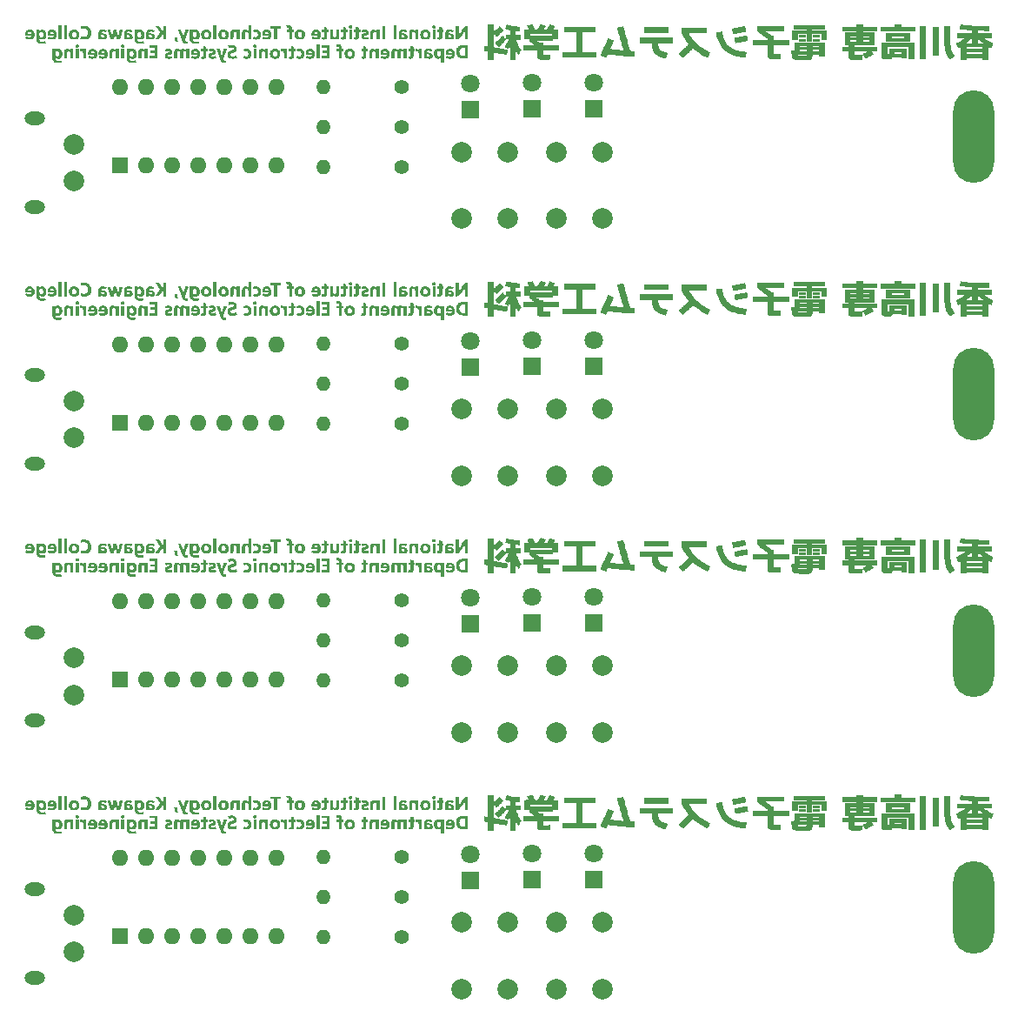
<source format=gbs>
%TF.GenerationSoftware,KiCad,Pcbnew,9.0.2*%
%TF.CreationDate,2025-10-23T19:24:45+09:00*%
%TF.ProjectId,simpleLogicCircuit.kicad_pcb_v1.4_4x1,73696d70-6c65-44c6-9f67-696343697263,rev?*%
%TF.SameCoordinates,Original*%
%TF.FileFunction,Soldermask,Bot*%
%TF.FilePolarity,Negative*%
%FSLAX46Y46*%
G04 Gerber Fmt 4.6, Leading zero omitted, Abs format (unit mm)*
G04 Created by KiCad (PCBNEW 9.0.2) date 2025-10-23 19:24:45*
%MOMM*%
%LPD*%
G01*
G04 APERTURE LIST*
%ADD10C,0.000000*%
%ADD11C,1.800000*%
%ADD12R,1.800000X1.800000*%
%ADD13O,2.000000X1.300000*%
%ADD14C,2.000000*%
%ADD15O,1.400000X1.400000*%
%ADD16C,1.400000*%
%ADD17O,1.600000X1.600000*%
%ADD18R,1.600000X1.600000*%
%ADD19O,4.000000X9.000000*%
G04 APERTURE END LIST*
D10*
%TO.C,G\u002A\u002A\u002A*%
G36*
X94904657Y-92556941D02*
G01*
X94441753Y-92556941D01*
X94441753Y-92736130D01*
X92862812Y-92736130D01*
X92914996Y-92771260D01*
X92926882Y-92779210D01*
X92956797Y-92799002D01*
X92993757Y-92823263D01*
X93034173Y-92849642D01*
X93074459Y-92875787D01*
X93181738Y-92945183D01*
X93508479Y-92945183D01*
X93508479Y-93176635D01*
X94994252Y-93176635D01*
X94994252Y-93684337D01*
X93506516Y-93684337D01*
X93509911Y-93865392D01*
X93511227Y-93921815D01*
X93513265Y-93977829D01*
X93515770Y-94020287D01*
X93518712Y-94048732D01*
X93522065Y-94062706D01*
X93523406Y-94064935D01*
X93529553Y-94071306D01*
X93539424Y-94076445D01*
X93554263Y-94080406D01*
X93575313Y-94083246D01*
X93603818Y-94085022D01*
X93641021Y-94085790D01*
X93688164Y-94085606D01*
X93746493Y-94084527D01*
X93817249Y-94082609D01*
X93901677Y-94079908D01*
X93913826Y-94079505D01*
X93977038Y-94077559D01*
X94035223Y-94076013D01*
X94086731Y-94074893D01*
X94129914Y-94074226D01*
X94163122Y-94074037D01*
X94184706Y-94074355D01*
X94193017Y-94075205D01*
X94193598Y-94078704D01*
X94193838Y-94095350D01*
X94193264Y-94124001D01*
X94191939Y-94162860D01*
X94189929Y-94210131D01*
X94187298Y-94264019D01*
X94184111Y-94322727D01*
X94170303Y-94565348D01*
X94143639Y-94566286D01*
X94139856Y-94566429D01*
X94118938Y-94567316D01*
X94087739Y-94568723D01*
X94049813Y-94570486D01*
X94008714Y-94572443D01*
X93990328Y-94573240D01*
X93944111Y-94574733D01*
X93888962Y-94575988D01*
X93826717Y-94577005D01*
X93759211Y-94577785D01*
X93688280Y-94578326D01*
X93615759Y-94578630D01*
X93543484Y-94578695D01*
X93473290Y-94578523D01*
X93407014Y-94578112D01*
X93346490Y-94577462D01*
X93293554Y-94576574D01*
X93250042Y-94575448D01*
X93217789Y-94574083D01*
X93198632Y-94572479D01*
X93152551Y-94564452D01*
X93106472Y-94553901D01*
X93064355Y-94541909D01*
X93029825Y-94529508D01*
X93006509Y-94517732D01*
X93005966Y-94517364D01*
X92971801Y-94486053D01*
X92942124Y-94442582D01*
X92918629Y-94389425D01*
X92917320Y-94385638D01*
X92913224Y-94373225D01*
X92909842Y-94361026D01*
X92907092Y-94347528D01*
X92904891Y-94331215D01*
X92903154Y-94310572D01*
X92901799Y-94284086D01*
X92900743Y-94250241D01*
X92899903Y-94207523D01*
X92899195Y-94154417D01*
X92898536Y-94089409D01*
X92897843Y-94010983D01*
X92895029Y-93684337D01*
X91574734Y-93684337D01*
X91574734Y-93176731D01*
X92129870Y-93174816D01*
X92685006Y-93172902D01*
X92576746Y-93094507D01*
X92541795Y-93068861D01*
X92488060Y-93028459D01*
X92430466Y-92984232D01*
X92371672Y-92938281D01*
X92314334Y-92892704D01*
X92261109Y-92849601D01*
X92214655Y-92811070D01*
X92177629Y-92779211D01*
X92127232Y-92734592D01*
X92127232Y-92556941D01*
X91664328Y-92556941D01*
X91664328Y-92071638D01*
X92246692Y-92071638D01*
X92246692Y-92258293D01*
X94322294Y-92258293D01*
X94322294Y-92071638D01*
X92246692Y-92071638D01*
X91664328Y-92071638D01*
X91664328Y-91623889D01*
X91883328Y-91621911D01*
X92102328Y-91619934D01*
X92065240Y-91552738D01*
X92061795Y-91546439D01*
X92045172Y-91514863D01*
X92026308Y-91477530D01*
X92006325Y-91436824D01*
X91986341Y-91395133D01*
X91967478Y-91354843D01*
X91950857Y-91318340D01*
X91937597Y-91288012D01*
X91928820Y-91266244D01*
X91925645Y-91255422D01*
X91929698Y-91252753D01*
X91946472Y-91247167D01*
X91974429Y-91239615D01*
X92011587Y-91230507D01*
X92055968Y-91220251D01*
X92105593Y-91209256D01*
X92158481Y-91197933D01*
X92212654Y-91186689D01*
X92266132Y-91175936D01*
X92316936Y-91166081D01*
X92363086Y-91157534D01*
X92402603Y-91150704D01*
X92433507Y-91146001D01*
X92453820Y-91143834D01*
X92461561Y-91144612D01*
X92464306Y-91151286D01*
X92473400Y-91170931D01*
X92487519Y-91200257D01*
X92505583Y-91237109D01*
X92526513Y-91279331D01*
X92549231Y-91324768D01*
X92572657Y-91371265D01*
X92595712Y-91416665D01*
X92617318Y-91458815D01*
X92636395Y-91495558D01*
X92651863Y-91524739D01*
X92705192Y-91623667D01*
X92946138Y-91623667D01*
X93029050Y-91457544D01*
X93043685Y-91428392D01*
X93076674Y-91363932D01*
X93108250Y-91303890D01*
X93137683Y-91249552D01*
X93164241Y-91202206D01*
X93187195Y-91163141D01*
X93205813Y-91133643D01*
X93219365Y-91115000D01*
X93227121Y-91108499D01*
X93229093Y-91108910D01*
X93242952Y-91112966D01*
X93268137Y-91120833D01*
X93302683Y-91131865D01*
X93344627Y-91145414D01*
X93392004Y-91160833D01*
X93442852Y-91177477D01*
X93495204Y-91194697D01*
X93547098Y-91211848D01*
X93596570Y-91228281D01*
X93641655Y-91243351D01*
X93680390Y-91256409D01*
X93710810Y-91266810D01*
X93730951Y-91273907D01*
X93738850Y-91277051D01*
X93737040Y-91282286D01*
X93729067Y-91298680D01*
X93715843Y-91324124D01*
X93698479Y-91356482D01*
X93678089Y-91393622D01*
X93658104Y-91429885D01*
X93632280Y-91477461D01*
X93609039Y-91521085D01*
X93589322Y-91558941D01*
X93574073Y-91589214D01*
X93564232Y-91610088D01*
X93560742Y-91619747D01*
X93560813Y-91619871D01*
X93569238Y-91621062D01*
X93590094Y-91622080D01*
X93621103Y-91622865D01*
X93659987Y-91623359D01*
X93704466Y-91623501D01*
X93848191Y-91623336D01*
X93905843Y-91505908D01*
X93915847Y-91485696D01*
X93943176Y-91431933D01*
X93971363Y-91378327D01*
X93999459Y-91326526D01*
X94026517Y-91278175D01*
X94051589Y-91234923D01*
X94073728Y-91198415D01*
X94091985Y-91170299D01*
X94105413Y-91152222D01*
X94113065Y-91145830D01*
X94115009Y-91146196D01*
X94128936Y-91150147D01*
X94154221Y-91157918D01*
X94188895Y-91168866D01*
X94230992Y-91182345D01*
X94278544Y-91197709D01*
X94329584Y-91214315D01*
X94382145Y-91231517D01*
X94434259Y-91248670D01*
X94483959Y-91265130D01*
X94529277Y-91280251D01*
X94568247Y-91293388D01*
X94598901Y-91303896D01*
X94619272Y-91311131D01*
X94627391Y-91314447D01*
X94627461Y-91314847D01*
X94623719Y-91323959D01*
X94614011Y-91343033D01*
X94599637Y-91369590D01*
X94581897Y-91401153D01*
X94563261Y-91433936D01*
X94537023Y-91480652D01*
X94513379Y-91523400D01*
X94493299Y-91560387D01*
X94477753Y-91589816D01*
X94467714Y-91609894D01*
X94464152Y-91618824D01*
X94464864Y-91619214D01*
X94476288Y-91620406D01*
X94500233Y-91621472D01*
X94534857Y-91622371D01*
X94578321Y-91623064D01*
X94628783Y-91623509D01*
X94684405Y-91623667D01*
X94904657Y-91623667D01*
X94904657Y-92258293D01*
X94904657Y-92556941D01*
G37*
G36*
X137302431Y-92964338D02*
G01*
X137312285Y-92967582D01*
X137314312Y-92967646D01*
X137319875Y-92969448D01*
X137317798Y-92975597D01*
X137311284Y-92994351D01*
X137300881Y-93024123D01*
X137287149Y-93063314D01*
X137270648Y-93110328D01*
X137251937Y-93163567D01*
X137231576Y-93221433D01*
X137225394Y-93238949D01*
X137200936Y-93307263D01*
X137179734Y-93364813D01*
X137162057Y-93410911D01*
X137148174Y-93444868D01*
X137138355Y-93465997D01*
X137132870Y-93473609D01*
X137131510Y-93473509D01*
X137118998Y-93468644D01*
X137096295Y-93457530D01*
X137065482Y-93441258D01*
X137028640Y-93420917D01*
X136987850Y-93397599D01*
X136853482Y-93319530D01*
X136852803Y-93542479D01*
X136851233Y-94057647D01*
X136849664Y-94572814D01*
X136267385Y-94572814D01*
X136267385Y-94445889D01*
X134759214Y-94445889D01*
X134759214Y-94572814D01*
X134176935Y-94572814D01*
X134174842Y-93885924D01*
X134759214Y-93885924D01*
X134759214Y-94057647D01*
X136267385Y-94057647D01*
X136267385Y-93885924D01*
X134759214Y-93885924D01*
X134174842Y-93885924D01*
X134173273Y-93370757D01*
X134759214Y-93370757D01*
X134759214Y-93542479D01*
X136267385Y-93542479D01*
X136267385Y-93370757D01*
X134759214Y-93370757D01*
X134173273Y-93370757D01*
X134173117Y-93319530D01*
X134038749Y-93397599D01*
X134027476Y-93404120D01*
X133987540Y-93426743D01*
X133952109Y-93446093D01*
X133923266Y-93461081D01*
X133903091Y-93470615D01*
X133893667Y-93473605D01*
X133889374Y-93466813D01*
X133880858Y-93447807D01*
X133868892Y-93418558D01*
X133854191Y-93381027D01*
X133837472Y-93337178D01*
X133819451Y-93288974D01*
X133800843Y-93238377D01*
X133782366Y-93187351D01*
X133764735Y-93137858D01*
X133748666Y-93091861D01*
X133734876Y-93051324D01*
X133724081Y-93018209D01*
X133716996Y-92994479D01*
X133714339Y-92982096D01*
X133720873Y-92973867D01*
X133740387Y-92961105D01*
X134696124Y-92961105D01*
X134699775Y-92962415D01*
X134716659Y-92963842D01*
X134745789Y-92965091D01*
X134785705Y-92966126D01*
X134834948Y-92966911D01*
X134892057Y-92967408D01*
X134955575Y-92967582D01*
X135222118Y-92967582D01*
X135222118Y-92480186D01*
X135804481Y-92480186D01*
X135804481Y-92967582D01*
X136071024Y-92967582D01*
X136124815Y-92967458D01*
X136183043Y-92967010D01*
X136233637Y-92966269D01*
X136275136Y-92965272D01*
X136306082Y-92964054D01*
X136325014Y-92962653D01*
X136330475Y-92961105D01*
X136329887Y-92960584D01*
X136320330Y-92952467D01*
X136301472Y-92936642D01*
X136275170Y-92914662D01*
X136243279Y-92888079D01*
X136207657Y-92858445D01*
X136188598Y-92842358D01*
X136145146Y-92804452D01*
X136096128Y-92760411D01*
X136044798Y-92713211D01*
X135994406Y-92665824D01*
X135948207Y-92621224D01*
X135804481Y-92480186D01*
X135222118Y-92480186D01*
X135078392Y-92621224D01*
X135055436Y-92643552D01*
X135006682Y-92689952D01*
X134955403Y-92737615D01*
X134904851Y-92783567D01*
X134858280Y-92824835D01*
X134818941Y-92858445D01*
X134812371Y-92863907D01*
X134777281Y-92893109D01*
X134746254Y-92918982D01*
X134721148Y-92939973D01*
X134703820Y-92954532D01*
X134696124Y-92961105D01*
X133740387Y-92961105D01*
X133741162Y-92960598D01*
X133775295Y-92942290D01*
X133823359Y-92918891D01*
X133881816Y-92890793D01*
X134057304Y-92800298D01*
X134231987Y-92701374D01*
X134401157Y-92596768D01*
X134560105Y-92489225D01*
X134596181Y-92463614D01*
X134203594Y-92461681D01*
X133811007Y-92459749D01*
X133811007Y-91982044D01*
X135222118Y-91982044D01*
X135222118Y-91730385D01*
X135134390Y-91725147D01*
X135127760Y-91724747D01*
X135042557Y-91718893D01*
X134945949Y-91711142D01*
X134841034Y-91701811D01*
X134730906Y-91691219D01*
X134618663Y-91679681D01*
X134507400Y-91667517D01*
X134400212Y-91655042D01*
X134300196Y-91642575D01*
X134210448Y-91630433D01*
X134181372Y-91626297D01*
X134131303Y-91619086D01*
X134093476Y-91613374D01*
X134066176Y-91608769D01*
X134047687Y-91604879D01*
X134036293Y-91601311D01*
X134030279Y-91597674D01*
X134027929Y-91593575D01*
X134027526Y-91588622D01*
X134027530Y-91588517D01*
X134029422Y-91578977D01*
X134034414Y-91557345D01*
X134041953Y-91525839D01*
X134051486Y-91486675D01*
X134062460Y-91442068D01*
X134074320Y-91394237D01*
X134086514Y-91345396D01*
X134098489Y-91297764D01*
X134109690Y-91253555D01*
X134119565Y-91214988D01*
X134127561Y-91184277D01*
X134133124Y-91163641D01*
X134135700Y-91155295D01*
X134138940Y-91155413D01*
X134154813Y-91157218D01*
X134182078Y-91160746D01*
X134218685Y-91165721D01*
X134262586Y-91171868D01*
X134311732Y-91178914D01*
X134489609Y-91202770D01*
X134692937Y-91226001D01*
X134908493Y-91246792D01*
X135134971Y-91265066D01*
X135371063Y-91280745D01*
X135615465Y-91293753D01*
X135866868Y-91304012D01*
X136123968Y-91311444D01*
X136385456Y-91315971D01*
X136650028Y-91317517D01*
X136695516Y-91317547D01*
X136768526Y-91317746D01*
X136828279Y-91318158D01*
X136875859Y-91318815D01*
X136912352Y-91319748D01*
X136938844Y-91320990D01*
X136956418Y-91322572D01*
X136966162Y-91324527D01*
X136969160Y-91326885D01*
X136969114Y-91328202D01*
X136968348Y-91341710D01*
X136966732Y-91367618D01*
X136964390Y-91403987D01*
X136961450Y-91448878D01*
X136958036Y-91500353D01*
X136954275Y-91556471D01*
X136953090Y-91574077D01*
X136949433Y-91628478D01*
X136946160Y-91677317D01*
X136943395Y-91718728D01*
X136941262Y-91750843D01*
X136939886Y-91771794D01*
X136939391Y-91779714D01*
X136937352Y-91780029D01*
X136922848Y-91780451D01*
X136895651Y-91780656D01*
X136857224Y-91780661D01*
X136809033Y-91780483D01*
X136752543Y-91780138D01*
X136689219Y-91779643D01*
X136620526Y-91779016D01*
X136547929Y-91778273D01*
X136472893Y-91777430D01*
X136396883Y-91776505D01*
X136321364Y-91775514D01*
X136247801Y-91774474D01*
X136177659Y-91773402D01*
X136112403Y-91772314D01*
X136053498Y-91771228D01*
X136002409Y-91770160D01*
X135960601Y-91769127D01*
X135929540Y-91768146D01*
X135804481Y-91763433D01*
X135804481Y-91982044D01*
X137215592Y-91982044D01*
X137215592Y-92459749D01*
X136823005Y-92461681D01*
X136430418Y-92463614D01*
X136466494Y-92489225D01*
X136564789Y-92556811D01*
X136690876Y-92638240D01*
X136821938Y-92717679D01*
X136952841Y-92791934D01*
X136960714Y-92796214D01*
X136996116Y-92814998D01*
X137037032Y-92836137D01*
X137081374Y-92858611D01*
X137127054Y-92881399D01*
X137171983Y-92903481D01*
X137214073Y-92923836D01*
X137251237Y-92941444D01*
X137281385Y-92955285D01*
X137294915Y-92961105D01*
X137302431Y-92964338D01*
G37*
G36*
X101298561Y-91341275D02*
G01*
X101303705Y-91349906D01*
X101310317Y-91367243D01*
X101318752Y-91394461D01*
X101329364Y-91432734D01*
X101342509Y-91483235D01*
X101358541Y-91547138D01*
X101361186Y-91557801D01*
X101420114Y-91790021D01*
X101480352Y-92016945D01*
X101542601Y-92240890D01*
X101607565Y-92464170D01*
X101675947Y-92689100D01*
X101748450Y-92917995D01*
X101825778Y-93153171D01*
X101908633Y-93396941D01*
X101997718Y-93651621D01*
X102021837Y-93719700D01*
X102071287Y-93724214D01*
X102087114Y-93725451D01*
X102119644Y-93727490D01*
X102160807Y-93729701D01*
X102206924Y-93731889D01*
X102254315Y-93733860D01*
X102387893Y-93738993D01*
X102383235Y-93832990D01*
X102382663Y-93845064D01*
X102380964Y-93885455D01*
X102379075Y-93935653D01*
X102377127Y-93991953D01*
X102375248Y-94050651D01*
X102373570Y-94108043D01*
X102368564Y-94289099D01*
X102345444Y-94289006D01*
X102341443Y-94288954D01*
X102319211Y-94288250D01*
X102284692Y-94286814D01*
X102239898Y-94284751D01*
X102186842Y-94282167D01*
X102127535Y-94279168D01*
X102063989Y-94275860D01*
X101998216Y-94272347D01*
X101932228Y-94268737D01*
X101868037Y-94265134D01*
X101807654Y-94261644D01*
X101753092Y-94258373D01*
X101706362Y-94255428D01*
X101621493Y-94249703D01*
X101426967Y-94235272D01*
X101226188Y-94218692D01*
X101021805Y-94200236D01*
X100816467Y-94180178D01*
X100612820Y-94158792D01*
X100413513Y-94136351D01*
X100221195Y-94113128D01*
X100038513Y-94089399D01*
X99868115Y-94065436D01*
X99858869Y-94064085D01*
X99823658Y-94059086D01*
X99794972Y-94055238D01*
X99775557Y-94052899D01*
X99768162Y-94052425D01*
X99766203Y-94056716D01*
X99759076Y-94073033D01*
X99747515Y-94099767D01*
X99732325Y-94135048D01*
X99714313Y-94177005D01*
X99694284Y-94223769D01*
X99686928Y-94240878D01*
X99663909Y-94293163D01*
X99644337Y-94335594D01*
X99628709Y-94367158D01*
X99617520Y-94386839D01*
X99611266Y-94393625D01*
X99610575Y-94393525D01*
X99599199Y-94389858D01*
X99576157Y-94381441D01*
X99543274Y-94368998D01*
X99502378Y-94353254D01*
X99455294Y-94334932D01*
X99403848Y-94314757D01*
X99349865Y-94293454D01*
X99295171Y-94271747D01*
X99241594Y-94250359D01*
X99190957Y-94230016D01*
X99145088Y-94211441D01*
X99105812Y-94195360D01*
X99074955Y-94182495D01*
X99054342Y-94173572D01*
X99045801Y-94169315D01*
X99045537Y-94167321D01*
X99049249Y-94153407D01*
X99058681Y-94127247D01*
X99073432Y-94089746D01*
X99093103Y-94041809D01*
X99117295Y-93984343D01*
X99145606Y-93918253D01*
X99177638Y-93844444D01*
X99212990Y-93763822D01*
X99251263Y-93677293D01*
X99292056Y-93585762D01*
X99334971Y-93490134D01*
X99379608Y-93391315D01*
X99425565Y-93290210D01*
X99472444Y-93187726D01*
X99519845Y-93084768D01*
X99567368Y-92982240D01*
X99614613Y-92881049D01*
X99650383Y-92804754D01*
X99685436Y-92730059D01*
X99715047Y-92667074D01*
X99739680Y-92614828D01*
X99759801Y-92572356D01*
X99775875Y-92538687D01*
X99788367Y-92512855D01*
X99797743Y-92493890D01*
X99804467Y-92480825D01*
X99809004Y-92472692D01*
X99811821Y-92468522D01*
X99813381Y-92467347D01*
X99815014Y-92467896D01*
X99827791Y-92473142D01*
X99851694Y-92483311D01*
X99884952Y-92497626D01*
X99925794Y-92515312D01*
X99972448Y-92535595D01*
X100023143Y-92557698D01*
X100076109Y-92580846D01*
X100129574Y-92604264D01*
X100181768Y-92627177D01*
X100230918Y-92648808D01*
X100275255Y-92668383D01*
X100313006Y-92685127D01*
X100342401Y-92698263D01*
X100361669Y-92707017D01*
X100369039Y-92710613D01*
X100367987Y-92714381D01*
X100361584Y-92730155D01*
X100350066Y-92756737D01*
X100334143Y-92792535D01*
X100314523Y-92835960D01*
X100291916Y-92885422D01*
X100267030Y-92939331D01*
X100252483Y-92970705D01*
X100204244Y-93074876D01*
X100162013Y-93166320D01*
X100125512Y-93245649D01*
X100094466Y-93313479D01*
X100068599Y-93370420D01*
X100047636Y-93417086D01*
X100031300Y-93454090D01*
X100019316Y-93482046D01*
X100011407Y-93501565D01*
X100007298Y-93513261D01*
X100006714Y-93517747D01*
X100011159Y-93519380D01*
X100029386Y-93523071D01*
X100060281Y-93528082D01*
X100102528Y-93534259D01*
X100154811Y-93541447D01*
X100215815Y-93549494D01*
X100284222Y-93558245D01*
X100358718Y-93567546D01*
X100437985Y-93577244D01*
X100520709Y-93587185D01*
X100605573Y-93597215D01*
X100691262Y-93607179D01*
X100776458Y-93616925D01*
X100859846Y-93626298D01*
X100940111Y-93635145D01*
X101015935Y-93643311D01*
X101086004Y-93650643D01*
X101149001Y-93656987D01*
X101203610Y-93662189D01*
X101248515Y-93666095D01*
X101282401Y-93668551D01*
X101303950Y-93669404D01*
X101313376Y-93669072D01*
X101323262Y-93665526D01*
X101323125Y-93656339D01*
X101320540Y-93648573D01*
X101313540Y-93627731D01*
X101302690Y-93595501D01*
X101288482Y-93553346D01*
X101271410Y-93502730D01*
X101251968Y-93445118D01*
X101230651Y-93381973D01*
X101207950Y-93314760D01*
X101160752Y-93173635D01*
X101091526Y-92960667D01*
X101027233Y-92754838D01*
X100966732Y-92552385D01*
X100908884Y-92349549D01*
X100852548Y-92142567D01*
X100848836Y-92128583D01*
X100832211Y-92065180D01*
X100814910Y-91998084D01*
X100797298Y-91928807D01*
X100779742Y-91858863D01*
X100762608Y-91789764D01*
X100746263Y-91723024D01*
X100731072Y-91660155D01*
X100717402Y-91602671D01*
X100705619Y-91552084D01*
X100696088Y-91509907D01*
X100689177Y-91477654D01*
X100685251Y-91456837D01*
X100684677Y-91448969D01*
X100687049Y-91448317D01*
X100701818Y-91445284D01*
X100728436Y-91440193D01*
X100765018Y-91433380D01*
X100809683Y-91425181D01*
X100860547Y-91415934D01*
X100915727Y-91405974D01*
X100973339Y-91395638D01*
X101031502Y-91385262D01*
X101088331Y-91375183D01*
X101141944Y-91365737D01*
X101190458Y-91357260D01*
X101231990Y-91350090D01*
X101264656Y-91344562D01*
X101286573Y-91341013D01*
X101295859Y-91339779D01*
X101298561Y-91341275D01*
G37*
G36*
X89928800Y-91159577D02*
G01*
X89951954Y-91163668D01*
X89984562Y-91170501D01*
X90024388Y-91179612D01*
X90069198Y-91190539D01*
X90245089Y-91231755D01*
X90530852Y-91286752D01*
X90820417Y-91328045D01*
X91111830Y-91355325D01*
X91141748Y-91357447D01*
X91179154Y-91360271D01*
X91209184Y-91362740D01*
X91229329Y-91364645D01*
X91237081Y-91365778D01*
X91237167Y-91367095D01*
X91236326Y-91380031D01*
X91234106Y-91405269D01*
X91230685Y-91440986D01*
X91226239Y-91485355D01*
X91220948Y-91536551D01*
X91214989Y-91592750D01*
X91190836Y-91817788D01*
X91145733Y-91817689D01*
X91133314Y-91817420D01*
X91103114Y-91816001D01*
X91063984Y-91813574D01*
X91019617Y-91810375D01*
X90973705Y-91806643D01*
X90942436Y-91803994D01*
X90901432Y-91800670D01*
X90866427Y-91798006D01*
X90840379Y-91796222D01*
X90826248Y-91795542D01*
X90805716Y-91795389D01*
X90805716Y-92131368D01*
X91261154Y-92131368D01*
X91261154Y-92624137D01*
X91052100Y-92624137D01*
X91043821Y-92624142D01*
X90990344Y-92624409D01*
X90942354Y-92625046D01*
X90901741Y-92625999D01*
X90870392Y-92627213D01*
X90850198Y-92628632D01*
X90843047Y-92630203D01*
X90843494Y-92632754D01*
X90847535Y-92647144D01*
X90854879Y-92670507D01*
X90864417Y-92699265D01*
X90884669Y-92756144D01*
X90937921Y-92887242D01*
X91001747Y-93023539D01*
X91074940Y-93162805D01*
X91156295Y-93302812D01*
X91244607Y-93441329D01*
X91338670Y-93576129D01*
X91371420Y-93620978D01*
X91236025Y-93868915D01*
X91231778Y-93876686D01*
X91201429Y-93931815D01*
X91173206Y-93982407D01*
X91147937Y-94027029D01*
X91126448Y-94064244D01*
X91109567Y-94092620D01*
X91098120Y-94110721D01*
X91092934Y-94117114D01*
X91090828Y-94116533D01*
X91080219Y-94106398D01*
X91064491Y-94084952D01*
X91044566Y-94053887D01*
X91021365Y-94014893D01*
X90995810Y-93969661D01*
X90968823Y-93919881D01*
X90941328Y-93867244D01*
X90914244Y-93813440D01*
X90888495Y-93760161D01*
X90865003Y-93709097D01*
X90844690Y-93661938D01*
X90806188Y-93568611D01*
X90805716Y-94595213D01*
X90275616Y-94595213D01*
X90274860Y-93187835D01*
X90240601Y-93255031D01*
X90235062Y-93265997D01*
X90217569Y-93301407D01*
X90196827Y-93344203D01*
X90174975Y-93389952D01*
X90154152Y-93434219D01*
X90141507Y-93461276D01*
X90125397Y-93495492D01*
X90112262Y-93523090D01*
X90103203Y-93541762D01*
X90099322Y-93549196D01*
X90098858Y-93549184D01*
X90089434Y-93544683D01*
X90069220Y-93533593D01*
X90039840Y-93516849D01*
X90002920Y-93495386D01*
X89960085Y-93470138D01*
X89912961Y-93442039D01*
X89910694Y-93440680D01*
X89855613Y-93407434D01*
X89812320Y-93380770D01*
X89779672Y-93359906D01*
X89756526Y-93344062D01*
X89741737Y-93332455D01*
X89734163Y-93324305D01*
X89732659Y-93318829D01*
X89733600Y-93316624D01*
X89740806Y-93302848D01*
X89754363Y-93278172D01*
X89773461Y-93244008D01*
X89797292Y-93201768D01*
X89825050Y-93152866D01*
X89855927Y-93098714D01*
X89889113Y-93040725D01*
X89923802Y-92980313D01*
X89959185Y-92918888D01*
X89994454Y-92857865D01*
X90028802Y-92798657D01*
X90061421Y-92742675D01*
X90091503Y-92691333D01*
X90133202Y-92620404D01*
X90013405Y-92618349D01*
X89893608Y-92616295D01*
X89761699Y-92744012D01*
X89724510Y-92780315D01*
X89665443Y-92838911D01*
X89601987Y-92902790D01*
X89536304Y-92969718D01*
X89470560Y-93037462D01*
X89406919Y-93103788D01*
X89347544Y-93166461D01*
X89294601Y-93223248D01*
X89250253Y-93271915D01*
X89236463Y-93287154D01*
X89211354Y-93314130D01*
X89190502Y-93335525D01*
X89175770Y-93349457D01*
X89169019Y-93354043D01*
X89167102Y-93352943D01*
X89155416Y-93343438D01*
X89135424Y-93325543D01*
X89108600Y-93300691D01*
X89076417Y-93270319D01*
X89040346Y-93235862D01*
X89001862Y-93198755D01*
X88962437Y-93160433D01*
X88923544Y-93122331D01*
X88886656Y-93085885D01*
X88853246Y-93052530D01*
X88824787Y-93023701D01*
X88802752Y-93000834D01*
X88788614Y-92985363D01*
X88783845Y-92978724D01*
X88784966Y-92976253D01*
X88794895Y-92962798D01*
X88814033Y-92940385D01*
X88841309Y-92910102D01*
X88875655Y-92873041D01*
X88916002Y-92830290D01*
X88961281Y-92782939D01*
X89010421Y-92732079D01*
X89062355Y-92678798D01*
X89116013Y-92624188D01*
X89170325Y-92569337D01*
X89224222Y-92515335D01*
X89276635Y-92463272D01*
X89326496Y-92414238D01*
X89372734Y-92369322D01*
X89414281Y-92329615D01*
X89450067Y-92296206D01*
X89479022Y-92270185D01*
X89529595Y-92226079D01*
X89553560Y-92248306D01*
X89564057Y-92258027D01*
X89584451Y-92276897D01*
X89612480Y-92302822D01*
X89646404Y-92334194D01*
X89684485Y-92369404D01*
X89724984Y-92406844D01*
X89872441Y-92543155D01*
X89872441Y-92131368D01*
X90275616Y-92131368D01*
X90275616Y-91714320D01*
X90232685Y-91705829D01*
X90230011Y-91705297D01*
X90190184Y-91696810D01*
X90143731Y-91686063D01*
X90092767Y-91673630D01*
X90039409Y-91660084D01*
X89985769Y-91645998D01*
X89933964Y-91631944D01*
X89886107Y-91618495D01*
X89844315Y-91606226D01*
X89810701Y-91595708D01*
X89787381Y-91587514D01*
X89776470Y-91582219D01*
X89776414Y-91581841D01*
X89778790Y-91572022D01*
X89785155Y-91550604D01*
X89794802Y-91519719D01*
X89807025Y-91481498D01*
X89821120Y-91438071D01*
X89836380Y-91391570D01*
X89852101Y-91344126D01*
X89867576Y-91297870D01*
X89882101Y-91254932D01*
X89894969Y-91217445D01*
X89905476Y-91187538D01*
X89912916Y-91167343D01*
X89916583Y-91158991D01*
X89917336Y-91158688D01*
X89928800Y-91159577D01*
G37*
G36*
X88633052Y-91923882D02*
G01*
X88739166Y-91812972D01*
X88753615Y-91797940D01*
X88793321Y-91757192D01*
X88837063Y-91712973D01*
X88883628Y-91666456D01*
X88931800Y-91618812D01*
X88980366Y-91571210D01*
X89028111Y-91524823D01*
X89073821Y-91480821D01*
X89116282Y-91440375D01*
X89154280Y-91404658D01*
X89186600Y-91374839D01*
X89212029Y-91352090D01*
X89229351Y-91337581D01*
X89237354Y-91332485D01*
X89238648Y-91333216D01*
X89248947Y-91341587D01*
X89268035Y-91358191D01*
X89294383Y-91381624D01*
X89326462Y-91410484D01*
X89362742Y-91443370D01*
X89401696Y-91478877D01*
X89441793Y-91515604D01*
X89481505Y-91552148D01*
X89519302Y-91587106D01*
X89553656Y-91619076D01*
X89583038Y-91646656D01*
X89605918Y-91668443D01*
X89620767Y-91683034D01*
X89626057Y-91689026D01*
X89624830Y-91690793D01*
X89615005Y-91701730D01*
X89596261Y-91721559D01*
X89569694Y-91749151D01*
X89536400Y-91783377D01*
X89497474Y-91823109D01*
X89454013Y-91867218D01*
X89407113Y-91914574D01*
X89403162Y-91918555D01*
X89350830Y-91971519D01*
X89297635Y-92025756D01*
X89245482Y-92079296D01*
X89196278Y-92130170D01*
X89151927Y-92176408D01*
X89114336Y-92216039D01*
X89085411Y-92247094D01*
X89078156Y-92254983D01*
X89047349Y-92288063D01*
X89020107Y-92316663D01*
X88998042Y-92339133D01*
X88982767Y-92353824D01*
X88975894Y-92359087D01*
X88973791Y-92357853D01*
X88962212Y-92348171D01*
X88941962Y-92329911D01*
X88914383Y-92304325D01*
X88880817Y-92272663D01*
X88842606Y-92236178D01*
X88801094Y-92196120D01*
X88633052Y-92033153D01*
X88633052Y-93362614D01*
X88657318Y-93366973D01*
X88667868Y-93368820D01*
X88692114Y-93373033D01*
X88728914Y-93379414D01*
X88777178Y-93387774D01*
X88835818Y-93397925D01*
X88903745Y-93409679D01*
X88979870Y-93422847D01*
X89063104Y-93437240D01*
X89152359Y-93452671D01*
X89246544Y-93468951D01*
X89344573Y-93485891D01*
X89346483Y-93486221D01*
X89443929Y-93503105D01*
X89537141Y-93519343D01*
X89625071Y-93534746D01*
X89706670Y-93549128D01*
X89780891Y-93562300D01*
X89846683Y-93574075D01*
X89903000Y-93584266D01*
X89948793Y-93592684D01*
X89983013Y-93599143D01*
X90004612Y-93603453D01*
X90012542Y-93605429D01*
X90012552Y-93605440D01*
X90012873Y-93613709D01*
X90011881Y-93634694D01*
X90009768Y-93666277D01*
X90006725Y-93706338D01*
X90002944Y-93752760D01*
X89998615Y-93803424D01*
X89993930Y-93856211D01*
X89989081Y-93909003D01*
X89984258Y-93959680D01*
X89979653Y-94006124D01*
X89975457Y-94046216D01*
X89971862Y-94077838D01*
X89969059Y-94098871D01*
X89967238Y-94107196D01*
X89960021Y-94106478D01*
X89939100Y-94103412D01*
X89905529Y-94098156D01*
X89860359Y-94090883D01*
X89804639Y-94081768D01*
X89739419Y-94070983D01*
X89665747Y-94058703D01*
X89584673Y-94045100D01*
X89497246Y-94030349D01*
X89404516Y-94014622D01*
X89307531Y-93998094D01*
X89214305Y-93982184D01*
X89121107Y-93966311D01*
X89033070Y-93951349D01*
X88951254Y-93937477D01*
X88876723Y-93924873D01*
X88810538Y-93913718D01*
X88753761Y-93904189D01*
X88707454Y-93896467D01*
X88672679Y-93890729D01*
X88650498Y-93887155D01*
X88641973Y-93885924D01*
X88640559Y-93887317D01*
X88638607Y-93895663D01*
X88636991Y-93912361D01*
X88635689Y-93938350D01*
X88634677Y-93974571D01*
X88633931Y-94021963D01*
X88633427Y-94081467D01*
X88633142Y-94154022D01*
X88633052Y-94240568D01*
X88633052Y-94595213D01*
X88050689Y-94595213D01*
X88050689Y-94188305D01*
X88050678Y-94143719D01*
X88050608Y-94069853D01*
X88050479Y-94001435D01*
X88050298Y-93939822D01*
X88050071Y-93886367D01*
X88049803Y-93842426D01*
X88049502Y-93809353D01*
X88049173Y-93788503D01*
X88048823Y-93781230D01*
X88037096Y-93779608D01*
X88013410Y-93775623D01*
X87981132Y-93769835D01*
X87942850Y-93762744D01*
X87901151Y-93754848D01*
X87858620Y-93746648D01*
X87817844Y-93738641D01*
X87781411Y-93731327D01*
X87751905Y-93725207D01*
X87731915Y-93720777D01*
X87724026Y-93718539D01*
X87724019Y-93718532D01*
X87723657Y-93710272D01*
X87724617Y-93689289D01*
X87726709Y-93657703D01*
X87729739Y-93617631D01*
X87733517Y-93571195D01*
X87737849Y-93520511D01*
X87742545Y-93467700D01*
X87747413Y-93414880D01*
X87752260Y-93364170D01*
X87756896Y-93317689D01*
X87761127Y-93277556D01*
X87764763Y-93245891D01*
X87767611Y-93224812D01*
X87769480Y-93216438D01*
X87775784Y-93216440D01*
X87794691Y-93218647D01*
X87823760Y-93222870D01*
X87860571Y-93228754D01*
X87902708Y-93235945D01*
X87939089Y-93242273D01*
X87977813Y-93248856D01*
X88009524Y-93254080D01*
X88031659Y-93257523D01*
X88041657Y-93258764D01*
X88041984Y-93258591D01*
X88043273Y-93253978D01*
X88044438Y-93242650D01*
X88045485Y-93224020D01*
X88046418Y-93197500D01*
X88047245Y-93162504D01*
X88047968Y-93118445D01*
X88048593Y-93064736D01*
X88049126Y-93000790D01*
X88049571Y-92926020D01*
X88049934Y-92839839D01*
X88050219Y-92741660D01*
X88050433Y-92630896D01*
X88050579Y-92506961D01*
X88050662Y-92369268D01*
X88050689Y-92217229D01*
X88050689Y-91175695D01*
X88633052Y-91175695D01*
X88633052Y-91923882D01*
G37*
G36*
X125769913Y-92840657D02*
G01*
X125769913Y-93213966D01*
X123798837Y-93213966D01*
X123798837Y-93318493D01*
X126023764Y-93318493D01*
X126023764Y-93766276D01*
X125759103Y-93768237D01*
X125494441Y-93770198D01*
X125579914Y-93910596D01*
X125590909Y-93928713D01*
X125614731Y-93968384D01*
X125635211Y-94003062D01*
X125651228Y-94030817D01*
X125661660Y-94049717D01*
X125665386Y-94057832D01*
X125663983Y-94059328D01*
X125651909Y-94066986D01*
X125628796Y-94079985D01*
X125596256Y-94097465D01*
X125555901Y-94118567D01*
X125509345Y-94142433D01*
X125458199Y-94168204D01*
X125398830Y-94197970D01*
X125319041Y-94238407D01*
X125247245Y-94275434D01*
X125180125Y-94310807D01*
X125114366Y-94346280D01*
X125046651Y-94383608D01*
X124973666Y-94424543D01*
X124963015Y-94430529D01*
X124930742Y-94448299D01*
X124903692Y-94462656D01*
X124884438Y-94472255D01*
X124875554Y-94475754D01*
X124874892Y-94475361D01*
X124867872Y-94466277D01*
X124854687Y-94446508D01*
X124836409Y-94417837D01*
X124814107Y-94382050D01*
X124788852Y-94340930D01*
X124761714Y-94296262D01*
X124733764Y-94249829D01*
X124706073Y-94203417D01*
X124679710Y-94158809D01*
X124655747Y-94117790D01*
X124635253Y-94082144D01*
X124619300Y-94053655D01*
X124608957Y-94034107D01*
X124605295Y-94025285D01*
X124607484Y-94022160D01*
X124621551Y-94011732D01*
X124648159Y-93995277D01*
X124686740Y-93973110D01*
X124736727Y-93945547D01*
X124797552Y-93912905D01*
X124868648Y-93875499D01*
X124949447Y-93833646D01*
X125079290Y-93766839D01*
X123796510Y-93766465D01*
X123801025Y-93910189D01*
X123802513Y-93953258D01*
X123804878Y-94002049D01*
X123807973Y-94039010D01*
X123812241Y-94065950D01*
X123818124Y-94084679D01*
X123826068Y-94097008D01*
X123836514Y-94104746D01*
X123849907Y-94109703D01*
X123851862Y-94110180D01*
X123871761Y-94112690D01*
X123904470Y-94114627D01*
X123948177Y-94115990D01*
X124001075Y-94116782D01*
X124061353Y-94117002D01*
X124127202Y-94116650D01*
X124196813Y-94115728D01*
X124268377Y-94114235D01*
X124340084Y-94112173D01*
X124410125Y-94109542D01*
X124447225Y-94108057D01*
X124494370Y-94106458D01*
X124534937Y-94105416D01*
X124566841Y-94104970D01*
X124587997Y-94105159D01*
X124596323Y-94106024D01*
X124596747Y-94108487D01*
X124596896Y-94123634D01*
X124596207Y-94150932D01*
X124594757Y-94188563D01*
X124592617Y-94234707D01*
X124589864Y-94287546D01*
X124586570Y-94345260D01*
X124572602Y-94580280D01*
X124534764Y-94581190D01*
X124521931Y-94581559D01*
X124493305Y-94582522D01*
X124455553Y-94583889D01*
X124412074Y-94585534D01*
X124366268Y-94587334D01*
X124353299Y-94587806D01*
X124311758Y-94588963D01*
X124258647Y-94590078D01*
X124196361Y-94591120D01*
X124127295Y-94592052D01*
X124053844Y-94592842D01*
X123978402Y-94593456D01*
X123903364Y-94593860D01*
X123895478Y-94593890D01*
X123806763Y-94594092D01*
X123731225Y-94593903D01*
X123667246Y-94593206D01*
X123613206Y-94591879D01*
X123567485Y-94589804D01*
X123528464Y-94586859D01*
X123494523Y-94582926D01*
X123464042Y-94577883D01*
X123435402Y-94571612D01*
X123406983Y-94563993D01*
X123377165Y-94554905D01*
X123354549Y-94547232D01*
X123315341Y-94529776D01*
X123285868Y-94508535D01*
X123262594Y-94480581D01*
X123241982Y-94442986D01*
X123233534Y-94424914D01*
X123222476Y-94399998D01*
X123213521Y-94376873D01*
X123206425Y-94353681D01*
X123200947Y-94328564D01*
X123196843Y-94299665D01*
X123193869Y-94265123D01*
X123191784Y-94223082D01*
X123190345Y-94171684D01*
X123189307Y-94109070D01*
X123188429Y-94033381D01*
X123185597Y-93766465D01*
X122604246Y-93766465D01*
X122604246Y-93318493D01*
X123186609Y-93318493D01*
X123186609Y-93213966D01*
X122858097Y-93213966D01*
X122858097Y-92706265D01*
X123410595Y-92706265D01*
X123410595Y-92840657D01*
X124007891Y-92840657D01*
X124007891Y-92706265D01*
X124620119Y-92706265D01*
X124620119Y-92840657D01*
X125217415Y-92840657D01*
X125217415Y-92706265D01*
X124620119Y-92706265D01*
X124007891Y-92706265D01*
X123410595Y-92706265D01*
X122858097Y-92706265D01*
X122858097Y-92310557D01*
X123410595Y-92310557D01*
X123410595Y-92430016D01*
X124007891Y-92430016D01*
X124007891Y-92310557D01*
X124620119Y-92310557D01*
X124620119Y-92430016D01*
X125217415Y-92430016D01*
X125217415Y-92310557D01*
X124620119Y-92310557D01*
X124007891Y-92310557D01*
X123410595Y-92310557D01*
X122858097Y-92310557D01*
X122858097Y-91929781D01*
X124007891Y-91929781D01*
X124007891Y-91832720D01*
X122604246Y-91832720D01*
X122604246Y-91362350D01*
X124007891Y-91362350D01*
X124007891Y-91123431D01*
X124620119Y-91123431D01*
X124620119Y-91362350D01*
X126023764Y-91362350D01*
X126023764Y-91832720D01*
X124620119Y-91832720D01*
X124620119Y-91929781D01*
X125769913Y-91929781D01*
X125769913Y-92430016D01*
X125769913Y-92840657D01*
G37*
G36*
X60039970Y-92164966D02*
G01*
X60039962Y-92166157D01*
X60035420Y-92253283D01*
X60022738Y-92329391D01*
X60001329Y-92396328D01*
X59970603Y-92455939D01*
X59929973Y-92510071D01*
X59885933Y-92552697D01*
X59834387Y-92586421D01*
X59776191Y-92608967D01*
X59709651Y-92620979D01*
X59633078Y-92623101D01*
X59614202Y-92622461D01*
X59581624Y-92620761D01*
X59557457Y-92617856D01*
X59537222Y-92612775D01*
X59516442Y-92604546D01*
X59490638Y-92592197D01*
X59468397Y-92580454D01*
X59429472Y-92554140D01*
X59395845Y-92521651D01*
X59358097Y-92479298D01*
X59358226Y-92523719D01*
X59358300Y-92531137D01*
X59365307Y-92604114D01*
X59383511Y-92668134D01*
X59412655Y-92722703D01*
X59452480Y-92767326D01*
X59502730Y-92801507D01*
X59506233Y-92803308D01*
X59523971Y-92811426D01*
X59541730Y-92816932D01*
X59563237Y-92820481D01*
X59592219Y-92822730D01*
X59632406Y-92824336D01*
X59662542Y-92824838D01*
X59739766Y-92820880D01*
X59809651Y-92808529D01*
X59876280Y-92787163D01*
X59890615Y-92782133D01*
X59908802Y-92777878D01*
X59918061Y-92778716D01*
X59918654Y-92779571D01*
X59924528Y-92790997D01*
X59934725Y-92812816D01*
X59947990Y-92842297D01*
X59963067Y-92876707D01*
X59965118Y-92881454D01*
X59980683Y-92918338D01*
X59990551Y-92944070D01*
X59995346Y-92960766D01*
X59995693Y-92970544D01*
X59992215Y-92975518D01*
X59977502Y-92982509D01*
X59951448Y-92992252D01*
X59918431Y-93003200D01*
X59882327Y-93014127D01*
X59847011Y-93023811D01*
X59816359Y-93031028D01*
X59810361Y-93032190D01*
X59779398Y-93036315D01*
X59739905Y-93038800D01*
X59689770Y-93039737D01*
X59626880Y-93039215D01*
X59578540Y-93038074D01*
X59527411Y-93035645D01*
X59485537Y-93031582D01*
X59449733Y-93025291D01*
X59416814Y-93016181D01*
X59383597Y-93003659D01*
X59346897Y-92987133D01*
X59323248Y-92975071D01*
X59255471Y-92929686D01*
X59196641Y-92873006D01*
X59147580Y-92806091D01*
X59109111Y-92730001D01*
X59082056Y-92645795D01*
X59079694Y-92635611D01*
X59076933Y-92622049D01*
X59074604Y-92607434D01*
X59072669Y-92590504D01*
X59071093Y-92569997D01*
X59069837Y-92544651D01*
X59068866Y-92513205D01*
X59068143Y-92474398D01*
X59067631Y-92426966D01*
X59067295Y-92369649D01*
X59067096Y-92301185D01*
X59066999Y-92220312D01*
X59066970Y-92134021D01*
X59358579Y-92134021D01*
X59358746Y-92170226D01*
X59360769Y-92198536D01*
X59365044Y-92223337D01*
X59371965Y-92249011D01*
X59375576Y-92260058D01*
X59399501Y-92309935D01*
X59432221Y-92349487D01*
X59472467Y-92377096D01*
X59505204Y-92388247D01*
X59550326Y-92393272D01*
X59595584Y-92388941D01*
X59635038Y-92375317D01*
X59662999Y-92356963D01*
X59697109Y-92319933D01*
X59721347Y-92271867D01*
X59735636Y-92212929D01*
X59739903Y-92143285D01*
X59737482Y-92095507D01*
X59726250Y-92030163D01*
X59706147Y-91975992D01*
X59677420Y-91933326D01*
X59640317Y-91902498D01*
X59595086Y-91883839D01*
X59541973Y-91877681D01*
X59533928Y-91877830D01*
X59484766Y-91885272D01*
X59443505Y-91904545D01*
X59408798Y-91936514D01*
X59379298Y-91982044D01*
X59372200Y-91997279D01*
X59366679Y-92014837D01*
X59363056Y-92036586D01*
X59360755Y-92066107D01*
X59359199Y-92106981D01*
X59358579Y-92134021D01*
X59066970Y-92134021D01*
X59066967Y-92125768D01*
X59066915Y-91668464D01*
X59358097Y-91668464D01*
X59358097Y-91767627D01*
X59388354Y-91733252D01*
X59392927Y-91728275D01*
X59427058Y-91699176D01*
X59468328Y-91674402D01*
X59490265Y-91664113D01*
X59511240Y-91656361D01*
X59533005Y-91651618D01*
X59560273Y-91648894D01*
X59597760Y-91647199D01*
X59619945Y-91646775D01*
X59657965Y-91647394D01*
X59691836Y-91649477D01*
X59716182Y-91652771D01*
X59722617Y-91654221D01*
X59788376Y-91677086D01*
X59849982Y-91712857D01*
X59904861Y-91759743D01*
X59950436Y-91815948D01*
X59954742Y-91822510D01*
X59987856Y-91880913D01*
X60012191Y-91941454D01*
X60028491Y-92007040D01*
X60037502Y-92080575D01*
X60039336Y-92143285D01*
X60039970Y-92164966D01*
G37*
G36*
X54641910Y-92164966D02*
G01*
X54641902Y-92166157D01*
X54637360Y-92253283D01*
X54624678Y-92329391D01*
X54603269Y-92396328D01*
X54572543Y-92455939D01*
X54531913Y-92510071D01*
X54487873Y-92552697D01*
X54436327Y-92586421D01*
X54378131Y-92608967D01*
X54311591Y-92620979D01*
X54235018Y-92623101D01*
X54216142Y-92622461D01*
X54183564Y-92620761D01*
X54159397Y-92617856D01*
X54139162Y-92612775D01*
X54118382Y-92604546D01*
X54092578Y-92592197D01*
X54070337Y-92580454D01*
X54031412Y-92554140D01*
X53997785Y-92521651D01*
X53960037Y-92479298D01*
X53960166Y-92523719D01*
X53960240Y-92531137D01*
X53967247Y-92604114D01*
X53985451Y-92668134D01*
X54014595Y-92722703D01*
X54054420Y-92767326D01*
X54104670Y-92801507D01*
X54108173Y-92803308D01*
X54125911Y-92811426D01*
X54143670Y-92816932D01*
X54165177Y-92820481D01*
X54194159Y-92822730D01*
X54234346Y-92824336D01*
X54264482Y-92824838D01*
X54341706Y-92820880D01*
X54411591Y-92808529D01*
X54478220Y-92787163D01*
X54492555Y-92782133D01*
X54510742Y-92777878D01*
X54520001Y-92778716D01*
X54520594Y-92779571D01*
X54526468Y-92790997D01*
X54536665Y-92812816D01*
X54549930Y-92842297D01*
X54565007Y-92876707D01*
X54567059Y-92881454D01*
X54582623Y-92918338D01*
X54592491Y-92944070D01*
X54597287Y-92960766D01*
X54597633Y-92970544D01*
X54594155Y-92975518D01*
X54579442Y-92982509D01*
X54553388Y-92992252D01*
X54520371Y-93003200D01*
X54484267Y-93014127D01*
X54448951Y-93023811D01*
X54418299Y-93031028D01*
X54412301Y-93032190D01*
X54381338Y-93036315D01*
X54341845Y-93038800D01*
X54291710Y-93039737D01*
X54228820Y-93039215D01*
X54180480Y-93038074D01*
X54129351Y-93035645D01*
X54087477Y-93031582D01*
X54051673Y-93025291D01*
X54018754Y-93016181D01*
X53985537Y-93003659D01*
X53948837Y-92987133D01*
X53925188Y-92975071D01*
X53857411Y-92929686D01*
X53798581Y-92873006D01*
X53749520Y-92806091D01*
X53711051Y-92730001D01*
X53683996Y-92645795D01*
X53681634Y-92635611D01*
X53678874Y-92622049D01*
X53676544Y-92607434D01*
X53674610Y-92590504D01*
X53673033Y-92569997D01*
X53671777Y-92544651D01*
X53670806Y-92513205D01*
X53670083Y-92474398D01*
X53669571Y-92426966D01*
X53669235Y-92369649D01*
X53669036Y-92301185D01*
X53668939Y-92220312D01*
X53668910Y-92134021D01*
X53960519Y-92134021D01*
X53960686Y-92170226D01*
X53962709Y-92198536D01*
X53966984Y-92223337D01*
X53973905Y-92249011D01*
X53977516Y-92260058D01*
X54001441Y-92309935D01*
X54034161Y-92349487D01*
X54074407Y-92377096D01*
X54107144Y-92388247D01*
X54152266Y-92393272D01*
X54197524Y-92388941D01*
X54236978Y-92375317D01*
X54264939Y-92356963D01*
X54299049Y-92319933D01*
X54323287Y-92271867D01*
X54337576Y-92212929D01*
X54341843Y-92143285D01*
X54339422Y-92095507D01*
X54328190Y-92030163D01*
X54308087Y-91975992D01*
X54279360Y-91933326D01*
X54242257Y-91902498D01*
X54197026Y-91883839D01*
X54143913Y-91877681D01*
X54135868Y-91877830D01*
X54086706Y-91885272D01*
X54045445Y-91904545D01*
X54010738Y-91936514D01*
X53981238Y-91982044D01*
X53974140Y-91997279D01*
X53968620Y-92014837D01*
X53964996Y-92036586D01*
X53962695Y-92066107D01*
X53961139Y-92106981D01*
X53960519Y-92134021D01*
X53668910Y-92134021D01*
X53668907Y-92125768D01*
X53668855Y-91668464D01*
X53960037Y-91668464D01*
X53960037Y-91767627D01*
X53990294Y-91733252D01*
X53994867Y-91728275D01*
X54028998Y-91699176D01*
X54070268Y-91674402D01*
X54092205Y-91664113D01*
X54113180Y-91656361D01*
X54134945Y-91651618D01*
X54162213Y-91648894D01*
X54199700Y-91647199D01*
X54221885Y-91646775D01*
X54259905Y-91647394D01*
X54293776Y-91649477D01*
X54318122Y-91652771D01*
X54324557Y-91654221D01*
X54390316Y-91677086D01*
X54451922Y-91712857D01*
X54506801Y-91759743D01*
X54552376Y-91815948D01*
X54556682Y-91822510D01*
X54589796Y-91880913D01*
X54614131Y-91941454D01*
X54630431Y-92007040D01*
X54639442Y-92080575D01*
X54641276Y-92143285D01*
X54641910Y-92164966D01*
G37*
G36*
X53887824Y-94031515D02*
G01*
X53887816Y-94032706D01*
X53883274Y-94119832D01*
X53870593Y-94195940D01*
X53849183Y-94262877D01*
X53818457Y-94322488D01*
X53777827Y-94376620D01*
X53733787Y-94419246D01*
X53682241Y-94452970D01*
X53624045Y-94475516D01*
X53557506Y-94487528D01*
X53480932Y-94489650D01*
X53462056Y-94489010D01*
X53429478Y-94487310D01*
X53405311Y-94484405D01*
X53385076Y-94479324D01*
X53364296Y-94471095D01*
X53338493Y-94458747D01*
X53316251Y-94447003D01*
X53277326Y-94420689D01*
X53243699Y-94388201D01*
X53205951Y-94345848D01*
X53206080Y-94390269D01*
X53206154Y-94397686D01*
X53213161Y-94470663D01*
X53231365Y-94534683D01*
X53260509Y-94589252D01*
X53300334Y-94633875D01*
X53350584Y-94668056D01*
X53354087Y-94669857D01*
X53371826Y-94677975D01*
X53389584Y-94683481D01*
X53411091Y-94687030D01*
X53440073Y-94689279D01*
X53480260Y-94690885D01*
X53510396Y-94691387D01*
X53587620Y-94687429D01*
X53657505Y-94675078D01*
X53724134Y-94653712D01*
X53738469Y-94648682D01*
X53756656Y-94644427D01*
X53765915Y-94645266D01*
X53766509Y-94646120D01*
X53772383Y-94657546D01*
X53782579Y-94679365D01*
X53795844Y-94708846D01*
X53810922Y-94743256D01*
X53812973Y-94748003D01*
X53828538Y-94784887D01*
X53838406Y-94810619D01*
X53843201Y-94827315D01*
X53843547Y-94837093D01*
X53840070Y-94842067D01*
X53825356Y-94849058D01*
X53799302Y-94858802D01*
X53766285Y-94869749D01*
X53730181Y-94880676D01*
X53694865Y-94890360D01*
X53664213Y-94897577D01*
X53658215Y-94898739D01*
X53627252Y-94902864D01*
X53587759Y-94905350D01*
X53537625Y-94906286D01*
X53474734Y-94905764D01*
X53426394Y-94904624D01*
X53375266Y-94902194D01*
X53333391Y-94898131D01*
X53297587Y-94891840D01*
X53264668Y-94882730D01*
X53231451Y-94870208D01*
X53194751Y-94853682D01*
X53171102Y-94841620D01*
X53103325Y-94796235D01*
X53044495Y-94739555D01*
X52995434Y-94672640D01*
X52956965Y-94596550D01*
X52929910Y-94512344D01*
X52927548Y-94502160D01*
X52924788Y-94488599D01*
X52922458Y-94473983D01*
X52920524Y-94457053D01*
X52918947Y-94436546D01*
X52917691Y-94411200D01*
X52916720Y-94379755D01*
X52915997Y-94340947D01*
X52915486Y-94293515D01*
X52915149Y-94236198D01*
X52914950Y-94167734D01*
X52914853Y-94086861D01*
X52914824Y-94000570D01*
X53206434Y-94000570D01*
X53206600Y-94036775D01*
X53208623Y-94065086D01*
X53212899Y-94089886D01*
X53219819Y-94115560D01*
X53223430Y-94126607D01*
X53247355Y-94176485D01*
X53280075Y-94216036D01*
X53320321Y-94243645D01*
X53353059Y-94254796D01*
X53398181Y-94259822D01*
X53443438Y-94255490D01*
X53482892Y-94241866D01*
X53510853Y-94223512D01*
X53544964Y-94186482D01*
X53569201Y-94138416D01*
X53583490Y-94079478D01*
X53587757Y-94009834D01*
X53585336Y-93962056D01*
X53574104Y-93896712D01*
X53554001Y-93842541D01*
X53525274Y-93799875D01*
X53488171Y-93769047D01*
X53442940Y-93750388D01*
X53389827Y-93744230D01*
X53381782Y-93744379D01*
X53332620Y-93751821D01*
X53291359Y-93771094D01*
X53256652Y-93803063D01*
X53227152Y-93848593D01*
X53220054Y-93863829D01*
X53214534Y-93881386D01*
X53210911Y-93903135D01*
X53208609Y-93932656D01*
X53207053Y-93973530D01*
X53206434Y-94000570D01*
X52914824Y-94000570D01*
X52914821Y-93992317D01*
X52914769Y-93535013D01*
X53205951Y-93535013D01*
X53205951Y-93634176D01*
X53236209Y-93599801D01*
X53240781Y-93594824D01*
X53274913Y-93565725D01*
X53316182Y-93540951D01*
X53338119Y-93530662D01*
X53359094Y-93522910D01*
X53380859Y-93518167D01*
X53408127Y-93515443D01*
X53445614Y-93513748D01*
X53467799Y-93513324D01*
X53505819Y-93513943D01*
X53539690Y-93516026D01*
X53564036Y-93519320D01*
X53570471Y-93520770D01*
X53636230Y-93543635D01*
X53697837Y-93579407D01*
X53752715Y-93626292D01*
X53798290Y-93682497D01*
X53802596Y-93689059D01*
X53835710Y-93747462D01*
X53860045Y-93808003D01*
X53876345Y-93873589D01*
X53885356Y-93947124D01*
X53887190Y-94009834D01*
X53887824Y-94031515D01*
G37*
G36*
X46653080Y-94031515D02*
G01*
X46653072Y-94032706D01*
X46648530Y-94119832D01*
X46635848Y-94195940D01*
X46614439Y-94262877D01*
X46583713Y-94322488D01*
X46543083Y-94376620D01*
X46499043Y-94419246D01*
X46447497Y-94452970D01*
X46389301Y-94475516D01*
X46322761Y-94487528D01*
X46246188Y-94489650D01*
X46227312Y-94489010D01*
X46194734Y-94487310D01*
X46170567Y-94484405D01*
X46150332Y-94479324D01*
X46129552Y-94471095D01*
X46103748Y-94458747D01*
X46081507Y-94447003D01*
X46042582Y-94420689D01*
X46008955Y-94388201D01*
X45971207Y-94345848D01*
X45971336Y-94390269D01*
X45971410Y-94397686D01*
X45978417Y-94470663D01*
X45996621Y-94534683D01*
X46025765Y-94589252D01*
X46065590Y-94633875D01*
X46115840Y-94668056D01*
X46119343Y-94669857D01*
X46137081Y-94677975D01*
X46154840Y-94683481D01*
X46176346Y-94687030D01*
X46205329Y-94689279D01*
X46245516Y-94690885D01*
X46275652Y-94691387D01*
X46352876Y-94687429D01*
X46422760Y-94675078D01*
X46489390Y-94653712D01*
X46503725Y-94648682D01*
X46521912Y-94644427D01*
X46531171Y-94645266D01*
X46531764Y-94646120D01*
X46537638Y-94657546D01*
X46547835Y-94679365D01*
X46561100Y-94708846D01*
X46576177Y-94743256D01*
X46578228Y-94748003D01*
X46593793Y-94784887D01*
X46603661Y-94810619D01*
X46608456Y-94827315D01*
X46608803Y-94837093D01*
X46605325Y-94842067D01*
X46590612Y-94849058D01*
X46564558Y-94858802D01*
X46531541Y-94869749D01*
X46495437Y-94880676D01*
X46460121Y-94890360D01*
X46429469Y-94897577D01*
X46423471Y-94898739D01*
X46392507Y-94902864D01*
X46353015Y-94905350D01*
X46302880Y-94906286D01*
X46239990Y-94905764D01*
X46191650Y-94904624D01*
X46140521Y-94902194D01*
X46098647Y-94898131D01*
X46062842Y-94891840D01*
X46029924Y-94882730D01*
X45996707Y-94870208D01*
X45960007Y-94853682D01*
X45936357Y-94841620D01*
X45868581Y-94796235D01*
X45809751Y-94739555D01*
X45760690Y-94672640D01*
X45722221Y-94596550D01*
X45695166Y-94512344D01*
X45692804Y-94502160D01*
X45690043Y-94488599D01*
X45687714Y-94473983D01*
X45685779Y-94457053D01*
X45684203Y-94436546D01*
X45682947Y-94411200D01*
X45681976Y-94379755D01*
X45681253Y-94340947D01*
X45680741Y-94293515D01*
X45680405Y-94236198D01*
X45680206Y-94167734D01*
X45680109Y-94086861D01*
X45680080Y-94000570D01*
X45971689Y-94000570D01*
X45971856Y-94036775D01*
X45973879Y-94065086D01*
X45978154Y-94089886D01*
X45985075Y-94115560D01*
X45988686Y-94126607D01*
X46012611Y-94176485D01*
X46045331Y-94216036D01*
X46085577Y-94243645D01*
X46118314Y-94254796D01*
X46163436Y-94259822D01*
X46208693Y-94255490D01*
X46248148Y-94241866D01*
X46276109Y-94223512D01*
X46310219Y-94186482D01*
X46334457Y-94138416D01*
X46348746Y-94079478D01*
X46353013Y-94009834D01*
X46350592Y-93962056D01*
X46339360Y-93896712D01*
X46319257Y-93842541D01*
X46290530Y-93799875D01*
X46253427Y-93769047D01*
X46208196Y-93750388D01*
X46155083Y-93744230D01*
X46147038Y-93744379D01*
X46097876Y-93751821D01*
X46056615Y-93771094D01*
X46021908Y-93803063D01*
X45992408Y-93848593D01*
X45985310Y-93863829D01*
X45979789Y-93881386D01*
X45976166Y-93903135D01*
X45973865Y-93932656D01*
X45972309Y-93973530D01*
X45971689Y-94000570D01*
X45680080Y-94000570D01*
X45680077Y-93992317D01*
X45680025Y-93535013D01*
X45971207Y-93535013D01*
X45971207Y-93634176D01*
X46001464Y-93599801D01*
X46006037Y-93594824D01*
X46040168Y-93565725D01*
X46081438Y-93540951D01*
X46103375Y-93530662D01*
X46124350Y-93522910D01*
X46146114Y-93518167D01*
X46173383Y-93515443D01*
X46210870Y-93513748D01*
X46233055Y-93513324D01*
X46271074Y-93513943D01*
X46304945Y-93516026D01*
X46329292Y-93519320D01*
X46335727Y-93520770D01*
X46401486Y-93543635D01*
X46463092Y-93579407D01*
X46517971Y-93626292D01*
X46563546Y-93682497D01*
X46567852Y-93689059D01*
X46600966Y-93747462D01*
X46625301Y-93808003D01*
X46641601Y-93873589D01*
X46650612Y-93947124D01*
X46652446Y-94009834D01*
X46653080Y-94031515D01*
G37*
G36*
X45100111Y-92164966D02*
G01*
X45100103Y-92166157D01*
X45095561Y-92253283D01*
X45082879Y-92329391D01*
X45061470Y-92396328D01*
X45030744Y-92455939D01*
X44990114Y-92510071D01*
X44946074Y-92552697D01*
X44894528Y-92586421D01*
X44836332Y-92608967D01*
X44769792Y-92620979D01*
X44693219Y-92623101D01*
X44674343Y-92622461D01*
X44641765Y-92620761D01*
X44617598Y-92617856D01*
X44597363Y-92612775D01*
X44576583Y-92604546D01*
X44550780Y-92592197D01*
X44528538Y-92580454D01*
X44489613Y-92554140D01*
X44455986Y-92521651D01*
X44418238Y-92479298D01*
X44418367Y-92523719D01*
X44418441Y-92531137D01*
X44425448Y-92604114D01*
X44443652Y-92668134D01*
X44472796Y-92722703D01*
X44512621Y-92767326D01*
X44562871Y-92801507D01*
X44566374Y-92803308D01*
X44584112Y-92811426D01*
X44601871Y-92816932D01*
X44623378Y-92820481D01*
X44652360Y-92822730D01*
X44692547Y-92824336D01*
X44722683Y-92824838D01*
X44799907Y-92820880D01*
X44869792Y-92808529D01*
X44936421Y-92787163D01*
X44950756Y-92782133D01*
X44968943Y-92777878D01*
X44978202Y-92778716D01*
X44978795Y-92779571D01*
X44984669Y-92790997D01*
X44994866Y-92812816D01*
X45008131Y-92842297D01*
X45023208Y-92876707D01*
X45025260Y-92881454D01*
X45040825Y-92918338D01*
X45050692Y-92944070D01*
X45055488Y-92960766D01*
X45055834Y-92970544D01*
X45052356Y-92975518D01*
X45037643Y-92982509D01*
X45011589Y-92992252D01*
X44978572Y-93003200D01*
X44942468Y-93014127D01*
X44907152Y-93023811D01*
X44876500Y-93031028D01*
X44870502Y-93032190D01*
X44839539Y-93036315D01*
X44800046Y-93038800D01*
X44749912Y-93039737D01*
X44687021Y-93039215D01*
X44638681Y-93038074D01*
X44587552Y-93035645D01*
X44545678Y-93031582D01*
X44509874Y-93025291D01*
X44476955Y-93016181D01*
X44443738Y-93003659D01*
X44407038Y-92987133D01*
X44383389Y-92975071D01*
X44315612Y-92929686D01*
X44256782Y-92873006D01*
X44207721Y-92806091D01*
X44169252Y-92730001D01*
X44142197Y-92645795D01*
X44139835Y-92635611D01*
X44137075Y-92622049D01*
X44134745Y-92607434D01*
X44132811Y-92590504D01*
X44131234Y-92569997D01*
X44129978Y-92544651D01*
X44129007Y-92513205D01*
X44128284Y-92474398D01*
X44127772Y-92426966D01*
X44127436Y-92369649D01*
X44127237Y-92301185D01*
X44127140Y-92220312D01*
X44127111Y-92134021D01*
X44418720Y-92134021D01*
X44418887Y-92170226D01*
X44420910Y-92198536D01*
X44425186Y-92223337D01*
X44432106Y-92249011D01*
X44435717Y-92260058D01*
X44459642Y-92309935D01*
X44492362Y-92349487D01*
X44532608Y-92377096D01*
X44565345Y-92388247D01*
X44610468Y-92393272D01*
X44655725Y-92388941D01*
X44695179Y-92375317D01*
X44723140Y-92356963D01*
X44757251Y-92319933D01*
X44781488Y-92271867D01*
X44795777Y-92212929D01*
X44800044Y-92143285D01*
X44797623Y-92095507D01*
X44786391Y-92030163D01*
X44766288Y-91975992D01*
X44737561Y-91933326D01*
X44700458Y-91902498D01*
X44655227Y-91883839D01*
X44602114Y-91877681D01*
X44594069Y-91877830D01*
X44544907Y-91885272D01*
X44503646Y-91904545D01*
X44468939Y-91936514D01*
X44439439Y-91982044D01*
X44432341Y-91997279D01*
X44426821Y-92014837D01*
X44423197Y-92036586D01*
X44420896Y-92066107D01*
X44419340Y-92106981D01*
X44418720Y-92134021D01*
X44127111Y-92134021D01*
X44127108Y-92125768D01*
X44127056Y-91668464D01*
X44418238Y-91668464D01*
X44418238Y-91767627D01*
X44448495Y-91733252D01*
X44453068Y-91728275D01*
X44487199Y-91699176D01*
X44528469Y-91674402D01*
X44550406Y-91664113D01*
X44571381Y-91656361D01*
X44593146Y-91651618D01*
X44620414Y-91648894D01*
X44657901Y-91647199D01*
X44680086Y-91646775D01*
X44718106Y-91647394D01*
X44751977Y-91649477D01*
X44776323Y-91652771D01*
X44782758Y-91654221D01*
X44848517Y-91677086D01*
X44910124Y-91712857D01*
X44965002Y-91759743D01*
X45010577Y-91815948D01*
X45014883Y-91822510D01*
X45047997Y-91880913D01*
X45072332Y-91941454D01*
X45088632Y-92007040D01*
X45097643Y-92080575D01*
X45099477Y-92143285D01*
X45100111Y-92164966D01*
G37*
G36*
X51819453Y-91668526D02*
G01*
X51858668Y-91668886D01*
X51886528Y-91669727D01*
X51905042Y-91671231D01*
X51916218Y-91673578D01*
X51922067Y-91676951D01*
X51924596Y-91681530D01*
X51925129Y-91683377D01*
X51929888Y-91700666D01*
X51937779Y-91729997D01*
X51948275Y-91769367D01*
X51960850Y-91816771D01*
X51974976Y-91870207D01*
X51990127Y-91927670D01*
X52005776Y-91987156D01*
X52021397Y-92046662D01*
X52036463Y-92104183D01*
X52050447Y-92157716D01*
X52062822Y-92205258D01*
X52073062Y-92244803D01*
X52080640Y-92274349D01*
X52085029Y-92291891D01*
X52088062Y-92303951D01*
X52094037Y-92324235D01*
X52098336Y-92333944D01*
X52100186Y-92331075D01*
X52100201Y-92330811D01*
X52101987Y-92319147D01*
X52106432Y-92295149D01*
X52113162Y-92260614D01*
X52121800Y-92217340D01*
X52131974Y-92167126D01*
X52143306Y-92111769D01*
X52155423Y-92053067D01*
X52167949Y-91992818D01*
X52180509Y-91932821D01*
X52192729Y-91874872D01*
X52204232Y-91820771D01*
X52214645Y-91772315D01*
X52223592Y-91731301D01*
X52230698Y-91699529D01*
X52235588Y-91678796D01*
X52237887Y-91670899D01*
X52238264Y-91670751D01*
X52248588Y-91670055D01*
X52271148Y-91669639D01*
X52303647Y-91669512D01*
X52343791Y-91669686D01*
X52389284Y-91670172D01*
X52537930Y-91672197D01*
X52407170Y-92136918D01*
X52276409Y-92601639D01*
X52121989Y-92601689D01*
X52114412Y-92601690D01*
X52064185Y-92601581D01*
X52026722Y-92601152D01*
X52000104Y-92600244D01*
X51982412Y-92598700D01*
X51971727Y-92596362D01*
X51966130Y-92593072D01*
X51963704Y-92588672D01*
X51956687Y-92564185D01*
X51946758Y-92528263D01*
X51934784Y-92484064D01*
X51921256Y-92433479D01*
X51906667Y-92378401D01*
X51891509Y-92320721D01*
X51876272Y-92262331D01*
X51861450Y-92205124D01*
X51847534Y-92150991D01*
X51835015Y-92101824D01*
X51824386Y-92059515D01*
X51816139Y-92025956D01*
X51810764Y-92003039D01*
X51808755Y-91992656D01*
X51807993Y-91979867D01*
X51806767Y-91977825D01*
X51804328Y-91989510D01*
X51804096Y-91990653D01*
X51800971Y-92004155D01*
X51794816Y-92029776D01*
X51786112Y-92065566D01*
X51775341Y-92109581D01*
X51762984Y-92159872D01*
X51749522Y-92214494D01*
X51735438Y-92271499D01*
X51721212Y-92328940D01*
X51707326Y-92384872D01*
X51694262Y-92437346D01*
X51682500Y-92484417D01*
X51672523Y-92524138D01*
X51664811Y-92554561D01*
X51659847Y-92573740D01*
X51652406Y-92601738D01*
X51339977Y-92601738D01*
X51332218Y-92573740D01*
X51332216Y-92573732D01*
X51328781Y-92561628D01*
X51321591Y-92536518D01*
X51311031Y-92499739D01*
X51297485Y-92452631D01*
X51281340Y-92396530D01*
X51262979Y-92332775D01*
X51242789Y-92262705D01*
X51221155Y-92187657D01*
X51198460Y-92108969D01*
X51072462Y-91672197D01*
X51207251Y-91670157D01*
X51243372Y-91669838D01*
X51284073Y-91670131D01*
X51316213Y-91671149D01*
X51337672Y-91672816D01*
X51346328Y-91675057D01*
X51347534Y-91679132D01*
X51351523Y-91696503D01*
X51357834Y-91726001D01*
X51366154Y-91766096D01*
X51376170Y-91815259D01*
X51387569Y-91871963D01*
X51400038Y-91934679D01*
X51413263Y-92001877D01*
X51421889Y-92045842D01*
X51434658Y-92110612D01*
X51446450Y-92170056D01*
X51456952Y-92222619D01*
X51465851Y-92266746D01*
X51472834Y-92300881D01*
X51477590Y-92323469D01*
X51479806Y-92332955D01*
X51481819Y-92334308D01*
X51485512Y-92325602D01*
X51489224Y-92306824D01*
X51491170Y-92296535D01*
X51496329Y-92272332D01*
X51504115Y-92237206D01*
X51514065Y-92193137D01*
X51525719Y-92142106D01*
X51538617Y-92086095D01*
X51552296Y-92027085D01*
X51566296Y-91967057D01*
X51580156Y-91907993D01*
X51593416Y-91851873D01*
X51605614Y-91800678D01*
X51616289Y-91756391D01*
X51624980Y-91720992D01*
X51631227Y-91696462D01*
X51638625Y-91668464D01*
X51779692Y-91668464D01*
X51819453Y-91668526D01*
G37*
G36*
X63213368Y-93140548D02*
G01*
X63265727Y-93143736D01*
X63307714Y-93149705D01*
X63376762Y-93169668D01*
X63445501Y-93201949D01*
X63506288Y-93243949D01*
X63557794Y-93294350D01*
X63598688Y-93351830D01*
X63627639Y-93415070D01*
X63643319Y-93482749D01*
X63644232Y-93490670D01*
X63646259Y-93564289D01*
X63636739Y-93634031D01*
X63616288Y-93697903D01*
X63585526Y-93753908D01*
X63545069Y-93800051D01*
X63509359Y-93827286D01*
X63458013Y-93857358D01*
X63397006Y-93886030D01*
X63329090Y-93912021D01*
X63257021Y-93934049D01*
X63202877Y-93949034D01*
X63158847Y-93962675D01*
X63125405Y-93975357D01*
X63100491Y-93988145D01*
X63082050Y-94002102D01*
X63068023Y-94018291D01*
X63056354Y-94037775D01*
X63055339Y-94039843D01*
X63047906Y-94067101D01*
X63045755Y-94100915D01*
X63048845Y-94134550D01*
X63057132Y-94161274D01*
X63068413Y-94180269D01*
X63092074Y-94206644D01*
X63122548Y-94225371D01*
X63161658Y-94237137D01*
X63211225Y-94242626D01*
X63273074Y-94242526D01*
X63293889Y-94241493D01*
X63355005Y-94234887D01*
X63409875Y-94222134D01*
X63464013Y-94201676D01*
X63522931Y-94171958D01*
X63525916Y-94170317D01*
X63548628Y-94158342D01*
X63565164Y-94150503D01*
X63572126Y-94148427D01*
X63577242Y-94156406D01*
X63588052Y-94175598D01*
X63602430Y-94202461D01*
X63619058Y-94234385D01*
X63636617Y-94268763D01*
X63653790Y-94302984D01*
X63669257Y-94334440D01*
X63681700Y-94360522D01*
X63689802Y-94378621D01*
X63692243Y-94386128D01*
X63692219Y-94386166D01*
X63683076Y-94392453D01*
X63663085Y-94402247D01*
X63635499Y-94414236D01*
X63603567Y-94427109D01*
X63570543Y-94439555D01*
X63539678Y-94450262D01*
X63514224Y-94457920D01*
X63489273Y-94464117D01*
X63451423Y-94472732D01*
X63415974Y-94480069D01*
X63407374Y-94481536D01*
X63370879Y-94485390D01*
X63325186Y-94487666D01*
X63273739Y-94488437D01*
X63219978Y-94487775D01*
X63167345Y-94485756D01*
X63119282Y-94482452D01*
X63079230Y-94477935D01*
X63050631Y-94472281D01*
X63032075Y-94466621D01*
X62957366Y-94435513D01*
X62892019Y-94394176D01*
X62837027Y-94343489D01*
X62793384Y-94284327D01*
X62762081Y-94217567D01*
X62754763Y-94193622D01*
X62743740Y-94131342D01*
X62741159Y-94064197D01*
X62746765Y-93996641D01*
X62760303Y-93933131D01*
X62781517Y-93878123D01*
X62802608Y-93842072D01*
X62834717Y-93802253D01*
X62874646Y-93767234D01*
X62923815Y-93736145D01*
X62983646Y-93708115D01*
X63055560Y-93682272D01*
X63140978Y-93657744D01*
X63149343Y-93655546D01*
X63209824Y-93638274D01*
X63257076Y-93621548D01*
X63292532Y-93604329D01*
X63317623Y-93585579D01*
X63333780Y-93564260D01*
X63342434Y-93539334D01*
X63345018Y-93509762D01*
X63344915Y-93503851D01*
X63337364Y-93464945D01*
X63317268Y-93433461D01*
X63283818Y-93408057D01*
X63265046Y-93398959D01*
X63244304Y-93392915D01*
X63217516Y-93389228D01*
X63180244Y-93386994D01*
X63102037Y-93390082D01*
X63025119Y-93406888D01*
X62949183Y-93438030D01*
X62926779Y-93449044D01*
X62908965Y-93457225D01*
X62900501Y-93460351D01*
X62900291Y-93460300D01*
X62894893Y-93452844D01*
X62884872Y-93434613D01*
X62871481Y-93408280D01*
X62855973Y-93376520D01*
X62839602Y-93342006D01*
X62823620Y-93307411D01*
X62809281Y-93275409D01*
X62797837Y-93248674D01*
X62790542Y-93229880D01*
X62788649Y-93221699D01*
X62795796Y-93216365D01*
X62814958Y-93207052D01*
X62842752Y-93195670D01*
X62876080Y-93183408D01*
X62911847Y-93171452D01*
X62946955Y-93160991D01*
X62985104Y-93152946D01*
X63036504Y-93146339D01*
X63094512Y-93141983D01*
X63154881Y-93140008D01*
X63213368Y-93140548D01*
G37*
G36*
X109433876Y-92019375D02*
G01*
X108564064Y-92019375D01*
X108502668Y-92019390D01*
X108392222Y-92019492D01*
X108286522Y-92019686D01*
X108186493Y-92019966D01*
X108093061Y-92020325D01*
X108007153Y-92020757D01*
X107929695Y-92021256D01*
X107861613Y-92021815D01*
X107803832Y-92022428D01*
X107757280Y-92023089D01*
X107722882Y-92023792D01*
X107701564Y-92024530D01*
X107694252Y-92025297D01*
X107695182Y-92027895D01*
X107702209Y-92041488D01*
X107715003Y-92064277D01*
X107732218Y-92093891D01*
X107752508Y-92127957D01*
X107869954Y-92311858D01*
X108009362Y-92505147D01*
X108160517Y-92690338D01*
X108324551Y-92868893D01*
X108346867Y-92891689D01*
X108504076Y-93043678D01*
X108668831Y-93188114D01*
X108842331Y-93325865D01*
X109025778Y-93457802D01*
X109220372Y-93584793D01*
X109427314Y-93707709D01*
X109647803Y-93827420D01*
X109768403Y-93890138D01*
X109634029Y-94136282D01*
X109630626Y-94142516D01*
X109600498Y-94197629D01*
X109572700Y-94248366D01*
X109548032Y-94293271D01*
X109527299Y-94330887D01*
X109511301Y-94359759D01*
X109500841Y-94378430D01*
X109496723Y-94385444D01*
X109492107Y-94384918D01*
X109475617Y-94378825D01*
X109449023Y-94367304D01*
X109414134Y-94351225D01*
X109372758Y-94331454D01*
X109326701Y-94308859D01*
X109277774Y-94284306D01*
X109227782Y-94258664D01*
X109178536Y-94232799D01*
X109029120Y-94150210D01*
X108795852Y-94008647D01*
X108569538Y-93855672D01*
X108352224Y-93692697D01*
X108145957Y-93521131D01*
X108132232Y-93509132D01*
X108110020Y-93490259D01*
X108095304Y-93479397D01*
X108085601Y-93475234D01*
X108078426Y-93476461D01*
X108071295Y-93481769D01*
X108053696Y-93497188D01*
X108007891Y-93537943D01*
X107954082Y-93586501D01*
X107893632Y-93641591D01*
X107827901Y-93701935D01*
X107758251Y-93766262D01*
X107686044Y-93833295D01*
X107612641Y-93901762D01*
X107539402Y-93970387D01*
X107467691Y-94037896D01*
X107398867Y-94103014D01*
X107334293Y-94164468D01*
X107275330Y-94220983D01*
X107223339Y-94271285D01*
X107179682Y-94314099D01*
X107145720Y-94348151D01*
X107138113Y-94355750D01*
X107117090Y-94375093D01*
X107099932Y-94388568D01*
X107089774Y-94393625D01*
X107089613Y-94393602D01*
X107081871Y-94387882D01*
X107065127Y-94373042D01*
X107040796Y-94350472D01*
X107010291Y-94321559D01*
X106975024Y-94287695D01*
X106936410Y-94250267D01*
X106895860Y-94210665D01*
X106854789Y-94170279D01*
X106814609Y-94130498D01*
X106776734Y-94092710D01*
X106742576Y-94058306D01*
X106713549Y-94028674D01*
X106691065Y-94005204D01*
X106676539Y-93989285D01*
X106671383Y-93982306D01*
X106673507Y-93979216D01*
X106685276Y-93966616D01*
X106706525Y-93945355D01*
X106736316Y-93916312D01*
X106773711Y-93880365D01*
X106817771Y-93838395D01*
X106867558Y-93791279D01*
X106922134Y-93739896D01*
X106980561Y-93685126D01*
X107041900Y-93627848D01*
X107105213Y-93568940D01*
X107169562Y-93509281D01*
X107234008Y-93449750D01*
X107297613Y-93391226D01*
X107359438Y-93334589D01*
X107418547Y-93280716D01*
X107473999Y-93230487D01*
X107513242Y-93195006D01*
X107555460Y-93156683D01*
X107592942Y-93122494D01*
X107624415Y-93093610D01*
X107648605Y-93071200D01*
X107664237Y-93056433D01*
X107670038Y-93050480D01*
X107666476Y-93043571D01*
X107654951Y-93027662D01*
X107637271Y-93005212D01*
X107615273Y-92978627D01*
X107547284Y-92895968D01*
X107414516Y-92721212D01*
X107288406Y-92537327D01*
X107171408Y-92347984D01*
X107065976Y-92156852D01*
X106999896Y-92029280D01*
X106999896Y-91459410D01*
X109433876Y-91459410D01*
X109433876Y-92019375D01*
G37*
G36*
X116937403Y-91787863D02*
G01*
X116032376Y-91789760D01*
X115127349Y-91791656D01*
X115239092Y-91874481D01*
X115280516Y-91904991D01*
X115472092Y-92041038D01*
X115670966Y-92173914D01*
X115789508Y-92250827D01*
X115929466Y-92250827D01*
X115929466Y-92668934D01*
X117422706Y-92668934D01*
X117422706Y-93191568D01*
X115929466Y-93191568D01*
X115929829Y-93514481D01*
X115929878Y-93546253D01*
X115930230Y-93640378D01*
X115930915Y-93720893D01*
X115931986Y-93788811D01*
X115933494Y-93845143D01*
X115935492Y-93890900D01*
X115938031Y-93927093D01*
X115941164Y-93954733D01*
X115944943Y-93974831D01*
X115949419Y-93988399D01*
X115954646Y-93996447D01*
X115960174Y-94000499D01*
X115969300Y-94003792D01*
X115983746Y-94006286D01*
X116005433Y-94008141D01*
X116036284Y-94009521D01*
X116078223Y-94010587D01*
X116133171Y-94011502D01*
X116185264Y-94011845D01*
X116255635Y-94011426D01*
X116329376Y-94010208D01*
X116400389Y-94008298D01*
X116462575Y-94005799D01*
X116483508Y-94004798D01*
X116529441Y-94002857D01*
X116569268Y-94001525D01*
X116600789Y-94000854D01*
X116621802Y-94000898D01*
X116630106Y-94001712D01*
X116630586Y-94006137D01*
X116630541Y-94023880D01*
X116629725Y-94053507D01*
X116628207Y-94093260D01*
X116626057Y-94141377D01*
X116623344Y-94196098D01*
X116620136Y-94255665D01*
X116606166Y-94505618D01*
X116568331Y-94506651D01*
X116558469Y-94506959D01*
X116531137Y-94507952D01*
X116494452Y-94509388D01*
X116451983Y-94511128D01*
X116407303Y-94513029D01*
X116397251Y-94513423D01*
X116358018Y-94514515D01*
X116307033Y-94515456D01*
X116246682Y-94516224D01*
X116179352Y-94516796D01*
X116107426Y-94517151D01*
X116033290Y-94517268D01*
X115959331Y-94517124D01*
X115895399Y-94516860D01*
X115827586Y-94516488D01*
X115771897Y-94516005D01*
X115726771Y-94515339D01*
X115690645Y-94514419D01*
X115661960Y-94513172D01*
X115639154Y-94511528D01*
X115620665Y-94509415D01*
X115604933Y-94506761D01*
X115590395Y-94503496D01*
X115575492Y-94499546D01*
X115558155Y-94494570D01*
X115497815Y-94473600D01*
X115451149Y-94450805D01*
X115418759Y-94426466D01*
X115415212Y-94422717D01*
X115394596Y-94393593D01*
X115373965Y-94353089D01*
X115354663Y-94304150D01*
X115338034Y-94249721D01*
X115335775Y-94240999D01*
X115332874Y-94228677D01*
X115330390Y-94215709D01*
X115328284Y-94200904D01*
X115326515Y-94183072D01*
X115325043Y-94161023D01*
X115323828Y-94133566D01*
X115322829Y-94099510D01*
X115322007Y-94057666D01*
X115321321Y-94006841D01*
X115320731Y-93945846D01*
X115320197Y-93873491D01*
X115319678Y-93788585D01*
X115319135Y-93689936D01*
X115316460Y-93191568D01*
X113943458Y-93191568D01*
X113943458Y-92668934D01*
X115317238Y-92668934D01*
X115317238Y-92595071D01*
X115317236Y-92592231D01*
X115316682Y-92557457D01*
X115314907Y-92534968D01*
X115311566Y-92522307D01*
X115306316Y-92517017D01*
X115296279Y-92511388D01*
X115275529Y-92498016D01*
X115246056Y-92478210D01*
X115209581Y-92453180D01*
X115167827Y-92424136D01*
X115122516Y-92392289D01*
X115075369Y-92358849D01*
X115028108Y-92325027D01*
X114982456Y-92292033D01*
X114940134Y-92261079D01*
X114902864Y-92233374D01*
X114802611Y-92157067D01*
X114694196Y-92071889D01*
X114588263Y-91985528D01*
X114479158Y-91893447D01*
X114361565Y-91792696D01*
X114361565Y-91287688D01*
X116937403Y-91287688D01*
X116937403Y-91787863D01*
G37*
G36*
X76125341Y-91646471D02*
G01*
X76177126Y-91650422D01*
X76219423Y-91657900D01*
X76235614Y-91662457D01*
X76296367Y-91686487D01*
X76351758Y-91719125D01*
X76399404Y-91758485D01*
X76436922Y-91802682D01*
X76461929Y-91849828D01*
X76467490Y-91867173D01*
X76476431Y-91916260D01*
X76478668Y-91969856D01*
X76474171Y-92022023D01*
X76462915Y-92066825D01*
X76449696Y-92094757D01*
X76419921Y-92133677D01*
X76378056Y-92168252D01*
X76323451Y-92198894D01*
X76255458Y-92226013D01*
X76173428Y-92250019D01*
X76172593Y-92250231D01*
X76135440Y-92260100D01*
X76101810Y-92269847D01*
X76075371Y-92278359D01*
X76059790Y-92284522D01*
X76047791Y-92291915D01*
X76028891Y-92312906D01*
X76022788Y-92336807D01*
X76029081Y-92360986D01*
X76047373Y-92382812D01*
X76077263Y-92399654D01*
X76078695Y-92400153D01*
X76097773Y-92403932D01*
X76125620Y-92406604D01*
X76156738Y-92407617D01*
X76215275Y-92403170D01*
X76286172Y-92384690D01*
X76354365Y-92351631D01*
X76368697Y-92343214D01*
X76388189Y-92333397D01*
X76400099Y-92330832D01*
X76407402Y-92334560D01*
X76408618Y-92336050D01*
X76417422Y-92348741D01*
X76431807Y-92370836D01*
X76450076Y-92399698D01*
X76470532Y-92432687D01*
X76492160Y-92468538D01*
X76506938Y-92494847D01*
X76515038Y-92512348D01*
X76517298Y-92522857D01*
X76514554Y-92528189D01*
X76511582Y-92530164D01*
X76468143Y-92554679D01*
X76415786Y-92578068D01*
X76360022Y-92598097D01*
X76306362Y-92612534D01*
X76285484Y-92616161D01*
X76242946Y-92620552D01*
X76193968Y-92622965D01*
X76142799Y-92623398D01*
X76093685Y-92621846D01*
X76050875Y-92618307D01*
X76018616Y-92612776D01*
X75987838Y-92603711D01*
X75922619Y-92575472D01*
X75866164Y-92537863D01*
X75820168Y-92492149D01*
X75786329Y-92439594D01*
X75780388Y-92426959D01*
X75772361Y-92405938D01*
X75767319Y-92383857D01*
X75764359Y-92356093D01*
X75762578Y-92318023D01*
X75762136Y-92303065D01*
X75761979Y-92268303D01*
X75763870Y-92242192D01*
X75768318Y-92220118D01*
X75775828Y-92197465D01*
X75786467Y-92172774D01*
X75809493Y-92135503D01*
X75839953Y-92103530D01*
X75879346Y-92075883D01*
X75929169Y-92051591D01*
X75990921Y-92029681D01*
X76066100Y-92009182D01*
X76080909Y-92005497D01*
X76119266Y-91995299D01*
X76152505Y-91985558D01*
X76177478Y-91977229D01*
X76191040Y-91971267D01*
X76208900Y-91951811D01*
X76215233Y-91926498D01*
X76208432Y-91900433D01*
X76206504Y-91897194D01*
X76184407Y-91875555D01*
X76152122Y-91861522D01*
X76111994Y-91855064D01*
X76066371Y-91856149D01*
X76017599Y-91864745D01*
X75968026Y-91880820D01*
X75919997Y-91904342D01*
X75907662Y-91911309D01*
X75892066Y-91919126D01*
X75885162Y-91921106D01*
X75879710Y-91912572D01*
X75868735Y-91894270D01*
X75853952Y-91869131D01*
X75836984Y-91839970D01*
X75819458Y-91809604D01*
X75802997Y-91780848D01*
X75789228Y-91756518D01*
X75779775Y-91739430D01*
X75776262Y-91732400D01*
X75781404Y-91726899D01*
X75797740Y-91717170D01*
X75822225Y-91705052D01*
X75851717Y-91691933D01*
X75883077Y-91679204D01*
X75913163Y-91668255D01*
X75938834Y-91660474D01*
X75963158Y-91655322D01*
X76013347Y-91648967D01*
X76069078Y-91646001D01*
X76125341Y-91646471D01*
G37*
G36*
X61260144Y-93513020D02*
G01*
X61311929Y-93516971D01*
X61354226Y-93524450D01*
X61370417Y-93529006D01*
X61431170Y-93553036D01*
X61486561Y-93585674D01*
X61534207Y-93625034D01*
X61571725Y-93669231D01*
X61596732Y-93716377D01*
X61602293Y-93733722D01*
X61611234Y-93782809D01*
X61613471Y-93836405D01*
X61608974Y-93888572D01*
X61597718Y-93933374D01*
X61584499Y-93961306D01*
X61554724Y-94000226D01*
X61512859Y-94034802D01*
X61458254Y-94065443D01*
X61390261Y-94092562D01*
X61308231Y-94116568D01*
X61307396Y-94116780D01*
X61270243Y-94126649D01*
X61236614Y-94136396D01*
X61210174Y-94144908D01*
X61194593Y-94151071D01*
X61182594Y-94158464D01*
X61163694Y-94179455D01*
X61157591Y-94203356D01*
X61163884Y-94227536D01*
X61182176Y-94249361D01*
X61212066Y-94266203D01*
X61213498Y-94266702D01*
X61232576Y-94270482D01*
X61260423Y-94273153D01*
X61291541Y-94274166D01*
X61350079Y-94269719D01*
X61420975Y-94251239D01*
X61489168Y-94218180D01*
X61503500Y-94209763D01*
X61522992Y-94199946D01*
X61534902Y-94197381D01*
X61542205Y-94201110D01*
X61543421Y-94202599D01*
X61552225Y-94215290D01*
X61566610Y-94237385D01*
X61584879Y-94266247D01*
X61605335Y-94299236D01*
X61626963Y-94335087D01*
X61641741Y-94361396D01*
X61649841Y-94378898D01*
X61652101Y-94389406D01*
X61649357Y-94394738D01*
X61646385Y-94396713D01*
X61602946Y-94421229D01*
X61550589Y-94444617D01*
X61494825Y-94464646D01*
X61441165Y-94479083D01*
X61420287Y-94482710D01*
X61377749Y-94487101D01*
X61328771Y-94489514D01*
X61277602Y-94489947D01*
X61228488Y-94488395D01*
X61185678Y-94484856D01*
X61153419Y-94479325D01*
X61122641Y-94470260D01*
X61057422Y-94442021D01*
X61000967Y-94404412D01*
X60954971Y-94358698D01*
X60921132Y-94306143D01*
X60915191Y-94293508D01*
X60907164Y-94272487D01*
X60902122Y-94250407D01*
X60899162Y-94222642D01*
X60897381Y-94184572D01*
X60896939Y-94169614D01*
X60896782Y-94134852D01*
X60898673Y-94108741D01*
X60903121Y-94086667D01*
X60910631Y-94064015D01*
X60921270Y-94039323D01*
X60944296Y-94002052D01*
X60974756Y-93970079D01*
X61014149Y-93942432D01*
X61063972Y-93918140D01*
X61125724Y-93896230D01*
X61200903Y-93875731D01*
X61215712Y-93872046D01*
X61254069Y-93861848D01*
X61287308Y-93852107D01*
X61312281Y-93843778D01*
X61325843Y-93837816D01*
X61343703Y-93818360D01*
X61350036Y-93793047D01*
X61343235Y-93766982D01*
X61341307Y-93763743D01*
X61319210Y-93742104D01*
X61286925Y-93728071D01*
X61246797Y-93721613D01*
X61201174Y-93722698D01*
X61152402Y-93731294D01*
X61102829Y-93747369D01*
X61054800Y-93770891D01*
X61042465Y-93777859D01*
X61026869Y-93785675D01*
X61019965Y-93787655D01*
X61014513Y-93779121D01*
X61003538Y-93760819D01*
X60988755Y-93735680D01*
X60971787Y-93706519D01*
X60954261Y-93676153D01*
X60937800Y-93647397D01*
X60924031Y-93623067D01*
X60914578Y-93605979D01*
X60911065Y-93598949D01*
X60916207Y-93593448D01*
X60932543Y-93583719D01*
X60957028Y-93571601D01*
X60986520Y-93558482D01*
X61017880Y-93545753D01*
X61047966Y-93534804D01*
X61073637Y-93527023D01*
X61097962Y-93521871D01*
X61148150Y-93515516D01*
X61203881Y-93512550D01*
X61260144Y-93513020D01*
G37*
G36*
X56996946Y-93513020D02*
G01*
X57048731Y-93516971D01*
X57091028Y-93524450D01*
X57107219Y-93529006D01*
X57167972Y-93553036D01*
X57223363Y-93585674D01*
X57271009Y-93625034D01*
X57308527Y-93669231D01*
X57333533Y-93716377D01*
X57339094Y-93733722D01*
X57348036Y-93782809D01*
X57350272Y-93836405D01*
X57345776Y-93888572D01*
X57334520Y-93933374D01*
X57321301Y-93961306D01*
X57291526Y-94000226D01*
X57249661Y-94034802D01*
X57195056Y-94065443D01*
X57127063Y-94092562D01*
X57045033Y-94116568D01*
X57044198Y-94116780D01*
X57007045Y-94126649D01*
X56973415Y-94136396D01*
X56946976Y-94144908D01*
X56931395Y-94151071D01*
X56919396Y-94158464D01*
X56900496Y-94179455D01*
X56894393Y-94203356D01*
X56900686Y-94227536D01*
X56918978Y-94249361D01*
X56948868Y-94266203D01*
X56950300Y-94266702D01*
X56969378Y-94270482D01*
X56997225Y-94273153D01*
X57028343Y-94274166D01*
X57086880Y-94269719D01*
X57157777Y-94251239D01*
X57225970Y-94218180D01*
X57240302Y-94209763D01*
X57259794Y-94199946D01*
X57271704Y-94197381D01*
X57279007Y-94201110D01*
X57280223Y-94202599D01*
X57289027Y-94215290D01*
X57303412Y-94237385D01*
X57321681Y-94266247D01*
X57342136Y-94299236D01*
X57363765Y-94335087D01*
X57378543Y-94361396D01*
X57386643Y-94378898D01*
X57388903Y-94389406D01*
X57386159Y-94394738D01*
X57383186Y-94396713D01*
X57339748Y-94421229D01*
X57287391Y-94444617D01*
X57231627Y-94464646D01*
X57177967Y-94479083D01*
X57157089Y-94482710D01*
X57114551Y-94487101D01*
X57065573Y-94489514D01*
X57014404Y-94489947D01*
X56965290Y-94488395D01*
X56922480Y-94484856D01*
X56890221Y-94479325D01*
X56859443Y-94470260D01*
X56794224Y-94442021D01*
X56737769Y-94404412D01*
X56691773Y-94358698D01*
X56657934Y-94306143D01*
X56651993Y-94293508D01*
X56643966Y-94272487D01*
X56638924Y-94250407D01*
X56635964Y-94222642D01*
X56634183Y-94184572D01*
X56633741Y-94169614D01*
X56633584Y-94134852D01*
X56635475Y-94108741D01*
X56639923Y-94086667D01*
X56647433Y-94064015D01*
X56658072Y-94039323D01*
X56681098Y-94002052D01*
X56711558Y-93970079D01*
X56750951Y-93942432D01*
X56800774Y-93918140D01*
X56862526Y-93896230D01*
X56937705Y-93875731D01*
X56952514Y-93872046D01*
X56990871Y-93861848D01*
X57024110Y-93852107D01*
X57049083Y-93843778D01*
X57062645Y-93837816D01*
X57080505Y-93818360D01*
X57086837Y-93793047D01*
X57080037Y-93766982D01*
X57078109Y-93763743D01*
X57056012Y-93742104D01*
X57023726Y-93728071D01*
X56983599Y-93721613D01*
X56937976Y-93722698D01*
X56889204Y-93731294D01*
X56839631Y-93747369D01*
X56791602Y-93770891D01*
X56779267Y-93777859D01*
X56763671Y-93785675D01*
X56756767Y-93787655D01*
X56751315Y-93779121D01*
X56740340Y-93760819D01*
X56725557Y-93735680D01*
X56708589Y-93706519D01*
X56691062Y-93676153D01*
X56674602Y-93647397D01*
X56660833Y-93623067D01*
X56651380Y-93605979D01*
X56647867Y-93598949D01*
X56653009Y-93593448D01*
X56669345Y-93583719D01*
X56693830Y-93571601D01*
X56723322Y-93558482D01*
X56754682Y-93545753D01*
X56784767Y-93534804D01*
X56810439Y-93527023D01*
X56834763Y-93521871D01*
X56884952Y-93515516D01*
X56940683Y-93512550D01*
X56996946Y-93513020D01*
G37*
G36*
X84796292Y-92306610D02*
G01*
X84798041Y-92366369D01*
X84789346Y-92424653D01*
X84769989Y-92478624D01*
X84739753Y-92525442D01*
X84737924Y-92527570D01*
X84703454Y-92559498D01*
X84660170Y-92588282D01*
X84613784Y-92610086D01*
X84606429Y-92612680D01*
X84585349Y-92618351D01*
X84561492Y-92621567D01*
X84530825Y-92622723D01*
X84489314Y-92622212D01*
X84479300Y-92621910D01*
X84425272Y-92617731D01*
X84381360Y-92608440D01*
X84343744Y-92592493D01*
X84308604Y-92568346D01*
X84272118Y-92534456D01*
X84227997Y-92489365D01*
X84227997Y-92601738D01*
X83943185Y-92601738D01*
X83946110Y-92271359D01*
X83946561Y-92222829D01*
X84228070Y-92222829D01*
X84228931Y-92244331D01*
X84239312Y-92297558D01*
X84260832Y-92342717D01*
X84292706Y-92378472D01*
X84334150Y-92403488D01*
X84336985Y-92404624D01*
X84371032Y-92412981D01*
X84408861Y-92414935D01*
X84444651Y-92410626D01*
X84472583Y-92400191D01*
X84487625Y-92389397D01*
X84511727Y-92360850D01*
X84523892Y-92327841D01*
X84524337Y-92293163D01*
X84513280Y-92259611D01*
X84490938Y-92229978D01*
X84457530Y-92207058D01*
X84456855Y-92206744D01*
X84438367Y-92200707D01*
X84409143Y-92193744D01*
X84373058Y-92186531D01*
X84333990Y-92179744D01*
X84295813Y-92174058D01*
X84262404Y-92170152D01*
X84237640Y-92168699D01*
X84236705Y-92168793D01*
X84231655Y-92175056D01*
X84228886Y-92192449D01*
X84228070Y-92222829D01*
X83946561Y-92222829D01*
X83946594Y-92219285D01*
X83947397Y-92146633D01*
X83948281Y-92086560D01*
X83949305Y-92037611D01*
X83950532Y-91998334D01*
X83952021Y-91967276D01*
X83953835Y-91942985D01*
X83956033Y-91924008D01*
X83958676Y-91908891D01*
X83961826Y-91896183D01*
X83968978Y-91873236D01*
X83997659Y-91807884D01*
X84035693Y-91754032D01*
X84083602Y-91711179D01*
X84141908Y-91678823D01*
X84211131Y-91656462D01*
X84222026Y-91654257D01*
X84262037Y-91649495D01*
X84311433Y-91647083D01*
X84366243Y-91646908D01*
X84422499Y-91648857D01*
X84476230Y-91652819D01*
X84523468Y-91658681D01*
X84560242Y-91666331D01*
X84579314Y-91672042D01*
X84617944Y-91685220D01*
X84657089Y-91700286D01*
X84693045Y-91715699D01*
X84722106Y-91729916D01*
X84740566Y-91741396D01*
X84756633Y-91754325D01*
X84708734Y-91836453D01*
X84706434Y-91840388D01*
X84688020Y-91871109D01*
X84672063Y-91896452D01*
X84660204Y-91913882D01*
X84654084Y-91920865D01*
X84653981Y-91920896D01*
X84644085Y-91918729D01*
X84625129Y-91911174D01*
X84601126Y-91899825D01*
X84548364Y-91877326D01*
X84491318Y-91860566D01*
X84434350Y-91850540D01*
X84380566Y-91847606D01*
X84333070Y-91852124D01*
X84294968Y-91864451D01*
X84288213Y-91868074D01*
X84255608Y-91893751D01*
X84235112Y-91926046D01*
X84227997Y-91963084D01*
X84227997Y-91994180D01*
X84359193Y-92011135D01*
X84407413Y-92017764D01*
X84481293Y-92030074D01*
X84543209Y-92043786D01*
X84595049Y-92059516D01*
X84638699Y-92077876D01*
X84676046Y-92099480D01*
X84708977Y-92124942D01*
X84730565Y-92146866D01*
X84762336Y-92194020D01*
X84784318Y-92248214D01*
X84793535Y-92293163D01*
X84796292Y-92306610D01*
G37*
G36*
X82728156Y-94173159D02*
G01*
X82729905Y-94232918D01*
X82721210Y-94291202D01*
X82701853Y-94345173D01*
X82671616Y-94391992D01*
X82669788Y-94394119D01*
X82635317Y-94426047D01*
X82592033Y-94454831D01*
X82545647Y-94476635D01*
X82538292Y-94479230D01*
X82517213Y-94484900D01*
X82493356Y-94488116D01*
X82462689Y-94489272D01*
X82421177Y-94488761D01*
X82411164Y-94488459D01*
X82357135Y-94484280D01*
X82313224Y-94474989D01*
X82275608Y-94459042D01*
X82240468Y-94434895D01*
X82203982Y-94401005D01*
X82159860Y-94355914D01*
X82159860Y-94468287D01*
X81875049Y-94468287D01*
X81877973Y-94137908D01*
X81878425Y-94089378D01*
X82159933Y-94089378D01*
X82160794Y-94110880D01*
X82171176Y-94164107D01*
X82192695Y-94209266D01*
X82224569Y-94245021D01*
X82266014Y-94270037D01*
X82268849Y-94271173D01*
X82302896Y-94279530D01*
X82340725Y-94281484D01*
X82376515Y-94277175D01*
X82404446Y-94266740D01*
X82419489Y-94255946D01*
X82443591Y-94227399D01*
X82455756Y-94194390D01*
X82456200Y-94159712D01*
X82445143Y-94126160D01*
X82422802Y-94096527D01*
X82389394Y-94073607D01*
X82388719Y-94073293D01*
X82370231Y-94067256D01*
X82341006Y-94060293D01*
X82304922Y-94053080D01*
X82265853Y-94046293D01*
X82227677Y-94040608D01*
X82194268Y-94036701D01*
X82169503Y-94035248D01*
X82168568Y-94035342D01*
X82163519Y-94041605D01*
X82160750Y-94058998D01*
X82159933Y-94089378D01*
X81878425Y-94089378D01*
X81878458Y-94085834D01*
X81879261Y-94013182D01*
X81880144Y-93953109D01*
X81881169Y-93904160D01*
X81882395Y-93864883D01*
X81883885Y-93833825D01*
X81885698Y-93809534D01*
X81887896Y-93790557D01*
X81890540Y-93775440D01*
X81893690Y-93762732D01*
X81900842Y-93739785D01*
X81929523Y-93674433D01*
X81967557Y-93620581D01*
X82015466Y-93577728D01*
X82073771Y-93545372D01*
X82142995Y-93523011D01*
X82153890Y-93520806D01*
X82193901Y-93516044D01*
X82243296Y-93513632D01*
X82298107Y-93513457D01*
X82354362Y-93515406D01*
X82408094Y-93519368D01*
X82455331Y-93525230D01*
X82492106Y-93532880D01*
X82511177Y-93538591D01*
X82549808Y-93551769D01*
X82588953Y-93566835D01*
X82624909Y-93582248D01*
X82653969Y-93596466D01*
X82672429Y-93607945D01*
X82688496Y-93620874D01*
X82640598Y-93703002D01*
X82638297Y-93706937D01*
X82619883Y-93737658D01*
X82603927Y-93763001D01*
X82592068Y-93780431D01*
X82585948Y-93787414D01*
X82585845Y-93787445D01*
X82575948Y-93785278D01*
X82556993Y-93777723D01*
X82532989Y-93766374D01*
X82480227Y-93743875D01*
X82423182Y-93727115D01*
X82366214Y-93717089D01*
X82312429Y-93714155D01*
X82264933Y-93718673D01*
X82226832Y-93731001D01*
X82220076Y-93734623D01*
X82187472Y-93760300D01*
X82166975Y-93792595D01*
X82159860Y-93829633D01*
X82159860Y-93860729D01*
X82291057Y-93877684D01*
X82339277Y-93884313D01*
X82413156Y-93896623D01*
X82475073Y-93910335D01*
X82526913Y-93926065D01*
X82570563Y-93944425D01*
X82607910Y-93966029D01*
X82640840Y-93991492D01*
X82662429Y-94013415D01*
X82694200Y-94060569D01*
X82716182Y-94114763D01*
X82725399Y-94159712D01*
X82728156Y-94173159D01*
G37*
G36*
X80264311Y-92306610D02*
G01*
X80266060Y-92366369D01*
X80257365Y-92424653D01*
X80238008Y-92478624D01*
X80207771Y-92525442D01*
X80205943Y-92527570D01*
X80171472Y-92559498D01*
X80128189Y-92588282D01*
X80081802Y-92610086D01*
X80074448Y-92612680D01*
X80053368Y-92618351D01*
X80029511Y-92621567D01*
X79998844Y-92622723D01*
X79957332Y-92622212D01*
X79947319Y-92621910D01*
X79893291Y-92617731D01*
X79849379Y-92608440D01*
X79811763Y-92592493D01*
X79776623Y-92568346D01*
X79740137Y-92534456D01*
X79696015Y-92489365D01*
X79696015Y-92601738D01*
X79411204Y-92601738D01*
X79414128Y-92271359D01*
X79414580Y-92222829D01*
X79696088Y-92222829D01*
X79696950Y-92244331D01*
X79707331Y-92297558D01*
X79728850Y-92342717D01*
X79760724Y-92378472D01*
X79802169Y-92403488D01*
X79805004Y-92404624D01*
X79839051Y-92412981D01*
X79876880Y-92414935D01*
X79912670Y-92410626D01*
X79940602Y-92400191D01*
X79955644Y-92389397D01*
X79979746Y-92360850D01*
X79991911Y-92327841D01*
X79992356Y-92293163D01*
X79981299Y-92259611D01*
X79958957Y-92229978D01*
X79925549Y-92207058D01*
X79924874Y-92206744D01*
X79906386Y-92200707D01*
X79877162Y-92193744D01*
X79841077Y-92186531D01*
X79802009Y-92179744D01*
X79763832Y-92174058D01*
X79730423Y-92170152D01*
X79705658Y-92168699D01*
X79704724Y-92168793D01*
X79699674Y-92175056D01*
X79696905Y-92192449D01*
X79696088Y-92222829D01*
X79414580Y-92222829D01*
X79414613Y-92219285D01*
X79415416Y-92146633D01*
X79416299Y-92086560D01*
X79417324Y-92037611D01*
X79418551Y-91998334D01*
X79420040Y-91967276D01*
X79421854Y-91942985D01*
X79424052Y-91924008D01*
X79426695Y-91908891D01*
X79429845Y-91896183D01*
X79436997Y-91873236D01*
X79465678Y-91807884D01*
X79503712Y-91754032D01*
X79551621Y-91711179D01*
X79609927Y-91678823D01*
X79679150Y-91656462D01*
X79690045Y-91654257D01*
X79730056Y-91649495D01*
X79779452Y-91647083D01*
X79834262Y-91646908D01*
X79890517Y-91648857D01*
X79944249Y-91652819D01*
X79991486Y-91658681D01*
X80028261Y-91666331D01*
X80047333Y-91672042D01*
X80085963Y-91685220D01*
X80125108Y-91700286D01*
X80161064Y-91715699D01*
X80190124Y-91729916D01*
X80208585Y-91741396D01*
X80224652Y-91754325D01*
X80176753Y-91836453D01*
X80174452Y-91840388D01*
X80156039Y-91871109D01*
X80140082Y-91896452D01*
X80128223Y-91913882D01*
X80122103Y-91920865D01*
X80122000Y-91920896D01*
X80112103Y-91918729D01*
X80093148Y-91911174D01*
X80069144Y-91899825D01*
X80016383Y-91877326D01*
X79959337Y-91860566D01*
X79902369Y-91850540D01*
X79848585Y-91847606D01*
X79801089Y-91852124D01*
X79762987Y-91864451D01*
X79756232Y-91868074D01*
X79723627Y-91893751D01*
X79703130Y-91926046D01*
X79696015Y-91963084D01*
X79696015Y-91994180D01*
X79827212Y-92011135D01*
X79875432Y-92017764D01*
X79949311Y-92030074D01*
X80011228Y-92043786D01*
X80063068Y-92059516D01*
X80106718Y-92077876D01*
X80144065Y-92099480D01*
X80176995Y-92124942D01*
X80198584Y-92146866D01*
X80230355Y-92194020D01*
X80252337Y-92248214D01*
X80261554Y-92293163D01*
X80264311Y-92306610D01*
G37*
G36*
X79603758Y-93514060D02*
G01*
X79641309Y-93515655D01*
X79668718Y-93518187D01*
X79690309Y-93522484D01*
X79710410Y-93529378D01*
X79733346Y-93539699D01*
X79767109Y-93557402D01*
X79821644Y-93595481D01*
X79865871Y-93641097D01*
X79890137Y-93671506D01*
X79890137Y-93535013D01*
X80181318Y-93535013D01*
X80181318Y-94468287D01*
X79890137Y-94468287D01*
X79890137Y-94204609D01*
X79890072Y-94151696D01*
X79889596Y-94076689D01*
X79888481Y-94014206D01*
X79886517Y-93962756D01*
X79883495Y-93920849D01*
X79879205Y-93886993D01*
X79873439Y-93859699D01*
X79865986Y-93837477D01*
X79856639Y-93818835D01*
X79845187Y-93802283D01*
X79831421Y-93786330D01*
X79829866Y-93784672D01*
X79801338Y-93760730D01*
X79769586Y-93747887D01*
X79729613Y-93744066D01*
X79691488Y-93747838D01*
X79654477Y-93762672D01*
X79624903Y-93789725D01*
X79601227Y-93830030D01*
X79598495Y-93836829D01*
X79595600Y-93846920D01*
X79593229Y-93860133D01*
X79591311Y-93877944D01*
X79589777Y-93901829D01*
X79588556Y-93933265D01*
X79587580Y-93973727D01*
X79586778Y-94024693D01*
X79586080Y-94087638D01*
X79585416Y-94164040D01*
X79582979Y-94468287D01*
X79292841Y-94468287D01*
X79292841Y-94197340D01*
X79292834Y-94176973D01*
X79292610Y-94100503D01*
X79291942Y-94037018D01*
X79290655Y-93984949D01*
X79288577Y-93942726D01*
X79285532Y-93908778D01*
X79281347Y-93881537D01*
X79275847Y-93859431D01*
X79268860Y-93840892D01*
X79260210Y-93824349D01*
X79249725Y-93808233D01*
X79229860Y-93782763D01*
X79205245Y-93761884D01*
X79176143Y-93750379D01*
X79137679Y-93745518D01*
X79118085Y-93744740D01*
X79095298Y-93745804D01*
X79078306Y-93750662D01*
X79061566Y-93760397D01*
X79060454Y-93761158D01*
X79029260Y-93789620D01*
X79007940Y-93826177D01*
X78994967Y-93873425D01*
X78994349Y-93877534D01*
X78992171Y-93902195D01*
X78990308Y-93940005D01*
X78988795Y-93989553D01*
X78987670Y-94049429D01*
X78986969Y-94118220D01*
X78986727Y-94194516D01*
X78986727Y-94468287D01*
X78695545Y-94468287D01*
X78695675Y-94134175D01*
X78695741Y-94075351D01*
X78696009Y-93999907D01*
X78696518Y-93937084D01*
X78697307Y-93885501D01*
X78698415Y-93843780D01*
X78699884Y-93810542D01*
X78701752Y-93784407D01*
X78704060Y-93763996D01*
X78706847Y-93747930D01*
X78710602Y-93731614D01*
X78733191Y-93665751D01*
X78765345Y-93611294D01*
X78807152Y-93568123D01*
X78858697Y-93536118D01*
X78875732Y-93528541D01*
X78891989Y-93522950D01*
X78909772Y-93519386D01*
X78932433Y-93517398D01*
X78963323Y-93516535D01*
X79005793Y-93516347D01*
X79110719Y-93516347D01*
X79167300Y-93544317D01*
X79198625Y-93561475D01*
X79234909Y-93587773D01*
X79270869Y-93622518D01*
X79282591Y-93634692D01*
X79301319Y-93652451D01*
X79314792Y-93662972D01*
X79320675Y-93664297D01*
X79324202Y-93655994D01*
X79338389Y-93632543D01*
X79358204Y-93606199D01*
X79379829Y-93581812D01*
X79399446Y-93564231D01*
X79419638Y-93550592D01*
X79456457Y-93531637D01*
X79496053Y-93519852D01*
X79542270Y-93514266D01*
X79598955Y-93513910D01*
X79603758Y-93514060D01*
G37*
G36*
X58429625Y-93514060D02*
G01*
X58467176Y-93515655D01*
X58494585Y-93518187D01*
X58516176Y-93522484D01*
X58536277Y-93529378D01*
X58559214Y-93539699D01*
X58592976Y-93557402D01*
X58647511Y-93595481D01*
X58691739Y-93641097D01*
X58716004Y-93671506D01*
X58716004Y-93535013D01*
X59007185Y-93535013D01*
X59007185Y-94468287D01*
X58716004Y-94468287D01*
X58716004Y-94204609D01*
X58715939Y-94151696D01*
X58715464Y-94076689D01*
X58714349Y-94014206D01*
X58712385Y-93962756D01*
X58709362Y-93920849D01*
X58705072Y-93886993D01*
X58699306Y-93859699D01*
X58691854Y-93837477D01*
X58682506Y-93818835D01*
X58671054Y-93802283D01*
X58657288Y-93786330D01*
X58655733Y-93784672D01*
X58627205Y-93760730D01*
X58595453Y-93747887D01*
X58555480Y-93744066D01*
X58517355Y-93747838D01*
X58480344Y-93762672D01*
X58450770Y-93789725D01*
X58427094Y-93830030D01*
X58424362Y-93836829D01*
X58421467Y-93846920D01*
X58419096Y-93860133D01*
X58417178Y-93877944D01*
X58415644Y-93901829D01*
X58414423Y-93933265D01*
X58413447Y-93973727D01*
X58412645Y-94024693D01*
X58411947Y-94087638D01*
X58411283Y-94164040D01*
X58408846Y-94468287D01*
X58118708Y-94468287D01*
X58118708Y-94197340D01*
X58118701Y-94176973D01*
X58118477Y-94100503D01*
X58117809Y-94037018D01*
X58116523Y-93984949D01*
X58114444Y-93942726D01*
X58111399Y-93908778D01*
X58107214Y-93881537D01*
X58101714Y-93859431D01*
X58094727Y-93840892D01*
X58086077Y-93824349D01*
X58075592Y-93808233D01*
X58055727Y-93782763D01*
X58031112Y-93761884D01*
X58002010Y-93750379D01*
X57963546Y-93745518D01*
X57943953Y-93744740D01*
X57921166Y-93745804D01*
X57904173Y-93750662D01*
X57887434Y-93760397D01*
X57886322Y-93761158D01*
X57855127Y-93789620D01*
X57833807Y-93826177D01*
X57820834Y-93873425D01*
X57820217Y-93877534D01*
X57818038Y-93902195D01*
X57816175Y-93940005D01*
X57814663Y-93989553D01*
X57813537Y-94049429D01*
X57812836Y-94118220D01*
X57812594Y-94194516D01*
X57812594Y-94468287D01*
X57521412Y-94468287D01*
X57521542Y-94134175D01*
X57521608Y-94075351D01*
X57521876Y-93999907D01*
X57522385Y-93937084D01*
X57523174Y-93885501D01*
X57524283Y-93843780D01*
X57525751Y-93810542D01*
X57527619Y-93784407D01*
X57529927Y-93763996D01*
X57532715Y-93747930D01*
X57536469Y-93731614D01*
X57559058Y-93665751D01*
X57591212Y-93611294D01*
X57633019Y-93568123D01*
X57684564Y-93536118D01*
X57701599Y-93528541D01*
X57717856Y-93522950D01*
X57735639Y-93519386D01*
X57758300Y-93517398D01*
X57789190Y-93516535D01*
X57831660Y-93516347D01*
X57936587Y-93516347D01*
X57993167Y-93544317D01*
X58024492Y-93561475D01*
X58060776Y-93587773D01*
X58096736Y-93622518D01*
X58108458Y-93634692D01*
X58127186Y-93652451D01*
X58140660Y-93662972D01*
X58146542Y-93664297D01*
X58150069Y-93655994D01*
X58164256Y-93632543D01*
X58184071Y-93606199D01*
X58205696Y-93581812D01*
X58225313Y-93564231D01*
X58245505Y-93550592D01*
X58282324Y-93531637D01*
X58321920Y-93519852D01*
X58368137Y-93514266D01*
X58424822Y-93513910D01*
X58429625Y-93514060D01*
G37*
G36*
X55663194Y-92306610D02*
G01*
X55664943Y-92366369D01*
X55656248Y-92424653D01*
X55636891Y-92478624D01*
X55606654Y-92525442D01*
X55604826Y-92527570D01*
X55570355Y-92559498D01*
X55527072Y-92588282D01*
X55480685Y-92610086D01*
X55473331Y-92612680D01*
X55452251Y-92618351D01*
X55428394Y-92621567D01*
X55397727Y-92622723D01*
X55356215Y-92622212D01*
X55346202Y-92621910D01*
X55292174Y-92617731D01*
X55248262Y-92608440D01*
X55210646Y-92592493D01*
X55175506Y-92568346D01*
X55139020Y-92534456D01*
X55094898Y-92489365D01*
X55094898Y-92601738D01*
X54810087Y-92601738D01*
X54813011Y-92271359D01*
X54813463Y-92222829D01*
X55094971Y-92222829D01*
X55095833Y-92244331D01*
X55106214Y-92297558D01*
X55127733Y-92342717D01*
X55159607Y-92378472D01*
X55201052Y-92403488D01*
X55203887Y-92404624D01*
X55237934Y-92412981D01*
X55275763Y-92414935D01*
X55311553Y-92410626D01*
X55339485Y-92400191D01*
X55354527Y-92389397D01*
X55378629Y-92360850D01*
X55390794Y-92327841D01*
X55391239Y-92293163D01*
X55380182Y-92259611D01*
X55357840Y-92229978D01*
X55324432Y-92207058D01*
X55323757Y-92206744D01*
X55305269Y-92200707D01*
X55276045Y-92193744D01*
X55239960Y-92186531D01*
X55200892Y-92179744D01*
X55162715Y-92174058D01*
X55129306Y-92170152D01*
X55104541Y-92168699D01*
X55103607Y-92168793D01*
X55098557Y-92175056D01*
X55095788Y-92192449D01*
X55094971Y-92222829D01*
X54813463Y-92222829D01*
X54813496Y-92219285D01*
X54814299Y-92146633D01*
X54815182Y-92086560D01*
X54816207Y-92037611D01*
X54817434Y-91998334D01*
X54818923Y-91967276D01*
X54820737Y-91942985D01*
X54822935Y-91924008D01*
X54825578Y-91908891D01*
X54828728Y-91896183D01*
X54835880Y-91873236D01*
X54864561Y-91807884D01*
X54902595Y-91754032D01*
X54950504Y-91711179D01*
X55008810Y-91678823D01*
X55078033Y-91656462D01*
X55088928Y-91654257D01*
X55128939Y-91649495D01*
X55178335Y-91647083D01*
X55233145Y-91646908D01*
X55289400Y-91648857D01*
X55343132Y-91652819D01*
X55390370Y-91658681D01*
X55427144Y-91666331D01*
X55446216Y-91672042D01*
X55484846Y-91685220D01*
X55523991Y-91700286D01*
X55559947Y-91715699D01*
X55589007Y-91729916D01*
X55607468Y-91741396D01*
X55623535Y-91754325D01*
X55575636Y-91836453D01*
X55573335Y-91840388D01*
X55554922Y-91871109D01*
X55538965Y-91896452D01*
X55527106Y-91913882D01*
X55520986Y-91920865D01*
X55520883Y-91920896D01*
X55510986Y-91918729D01*
X55492031Y-91911174D01*
X55468027Y-91899825D01*
X55415266Y-91877326D01*
X55358220Y-91860566D01*
X55301252Y-91850540D01*
X55247468Y-91847606D01*
X55199972Y-91852124D01*
X55161870Y-91864451D01*
X55155115Y-91868074D01*
X55122510Y-91893751D01*
X55102013Y-91926046D01*
X55094898Y-91963084D01*
X55094898Y-91994180D01*
X55226095Y-92011135D01*
X55274315Y-92017764D01*
X55348194Y-92030074D01*
X55410111Y-92043786D01*
X55461951Y-92059516D01*
X55505601Y-92077876D01*
X55542948Y-92099480D01*
X55575878Y-92124942D01*
X55597467Y-92146866D01*
X55629238Y-92194020D01*
X55651220Y-92248214D01*
X55660437Y-92293163D01*
X55663194Y-92306610D01*
G37*
G36*
X53505463Y-92306610D02*
G01*
X53507212Y-92366369D01*
X53498517Y-92424653D01*
X53479160Y-92478624D01*
X53448924Y-92525442D01*
X53447095Y-92527570D01*
X53412625Y-92559498D01*
X53369341Y-92588282D01*
X53322955Y-92610086D01*
X53315600Y-92612680D01*
X53294520Y-92618351D01*
X53270663Y-92621567D01*
X53239996Y-92622723D01*
X53198485Y-92622212D01*
X53188471Y-92621910D01*
X53134443Y-92617731D01*
X53090531Y-92608440D01*
X53052916Y-92592493D01*
X53017775Y-92568346D01*
X52981290Y-92534456D01*
X52937168Y-92489365D01*
X52937168Y-92601738D01*
X52652356Y-92601738D01*
X52655281Y-92271359D01*
X52655732Y-92222829D01*
X52937241Y-92222829D01*
X52938102Y-92244331D01*
X52948483Y-92297558D01*
X52970003Y-92342717D01*
X53001877Y-92378472D01*
X53043321Y-92403488D01*
X53046156Y-92404624D01*
X53080203Y-92412981D01*
X53118032Y-92414935D01*
X53153823Y-92410626D01*
X53181754Y-92400191D01*
X53196796Y-92389397D01*
X53220898Y-92360850D01*
X53233063Y-92327841D01*
X53233508Y-92293163D01*
X53222451Y-92259611D01*
X53200109Y-92229978D01*
X53166701Y-92207058D01*
X53166026Y-92206744D01*
X53147538Y-92200707D01*
X53118314Y-92193744D01*
X53082230Y-92186531D01*
X53043161Y-92179744D01*
X53004984Y-92174058D01*
X52971575Y-92170152D01*
X52946811Y-92168699D01*
X52945876Y-92168793D01*
X52940826Y-92175056D01*
X52938057Y-92192449D01*
X52937241Y-92222829D01*
X52655732Y-92222829D01*
X52655765Y-92219285D01*
X52656568Y-92146633D01*
X52657452Y-92086560D01*
X52658476Y-92037611D01*
X52659703Y-91998334D01*
X52661192Y-91967276D01*
X52663006Y-91942985D01*
X52665204Y-91924008D01*
X52667848Y-91908891D01*
X52670997Y-91896183D01*
X52678149Y-91873236D01*
X52706830Y-91807884D01*
X52744864Y-91754032D01*
X52792773Y-91711179D01*
X52851079Y-91678823D01*
X52920302Y-91656462D01*
X52931197Y-91654257D01*
X52971208Y-91649495D01*
X53020604Y-91647083D01*
X53075414Y-91646908D01*
X53131670Y-91648857D01*
X53185401Y-91652819D01*
X53232639Y-91658681D01*
X53269413Y-91666331D01*
X53288485Y-91672042D01*
X53327115Y-91685220D01*
X53366261Y-91700286D01*
X53402216Y-91715699D01*
X53431277Y-91729916D01*
X53449737Y-91741396D01*
X53465804Y-91754325D01*
X53417905Y-91836453D01*
X53415605Y-91840388D01*
X53397191Y-91871109D01*
X53381234Y-91896452D01*
X53369375Y-91913882D01*
X53363255Y-91920865D01*
X53363152Y-91920896D01*
X53353256Y-91918729D01*
X53334300Y-91911174D01*
X53310297Y-91899825D01*
X53257535Y-91877326D01*
X53200489Y-91860566D01*
X53143521Y-91850540D01*
X53089737Y-91847606D01*
X53042241Y-91852124D01*
X53004139Y-91864451D01*
X52997384Y-91868074D01*
X52964779Y-91893751D01*
X52944283Y-91926046D01*
X52937168Y-91963084D01*
X52937168Y-91994180D01*
X53068364Y-92011135D01*
X53116584Y-92017764D01*
X53190464Y-92030074D01*
X53252380Y-92043786D01*
X53304220Y-92059516D01*
X53347870Y-92077876D01*
X53385217Y-92099480D01*
X53418148Y-92124942D01*
X53439736Y-92146866D01*
X53471507Y-92194020D01*
X53493489Y-92248214D01*
X53502706Y-92293163D01*
X53505463Y-92306610D01*
G37*
G36*
X51011754Y-92306610D02*
G01*
X51013503Y-92366369D01*
X51004808Y-92424653D01*
X50985451Y-92478624D01*
X50955214Y-92525442D01*
X50953385Y-92527570D01*
X50918915Y-92559498D01*
X50875631Y-92588282D01*
X50829245Y-92610086D01*
X50821890Y-92612680D01*
X50800810Y-92618351D01*
X50776954Y-92621567D01*
X50746286Y-92622723D01*
X50704775Y-92622212D01*
X50694761Y-92621910D01*
X50640733Y-92617731D01*
X50596822Y-92608440D01*
X50559206Y-92592493D01*
X50524066Y-92568346D01*
X50487580Y-92534456D01*
X50443458Y-92489365D01*
X50443458Y-92601738D01*
X50158647Y-92601738D01*
X50161571Y-92271359D01*
X50162023Y-92222829D01*
X50443531Y-92222829D01*
X50444392Y-92244331D01*
X50454774Y-92297558D01*
X50476293Y-92342717D01*
X50508167Y-92378472D01*
X50549612Y-92403488D01*
X50552446Y-92404624D01*
X50586493Y-92412981D01*
X50624322Y-92414935D01*
X50660113Y-92410626D01*
X50688044Y-92400191D01*
X50703087Y-92389397D01*
X50727189Y-92360850D01*
X50739354Y-92327841D01*
X50739798Y-92293163D01*
X50728741Y-92259611D01*
X50706400Y-92229978D01*
X50672992Y-92207058D01*
X50672317Y-92206744D01*
X50653829Y-92200707D01*
X50624604Y-92193744D01*
X50588520Y-92186531D01*
X50549451Y-92179744D01*
X50511275Y-92174058D01*
X50477866Y-92170152D01*
X50453101Y-92168699D01*
X50452166Y-92168793D01*
X50447116Y-92175056D01*
X50444347Y-92192449D01*
X50443531Y-92222829D01*
X50162023Y-92222829D01*
X50162056Y-92219285D01*
X50162859Y-92146633D01*
X50163742Y-92086560D01*
X50164767Y-92037611D01*
X50165993Y-91998334D01*
X50167483Y-91967276D01*
X50169296Y-91942985D01*
X50171494Y-91924008D01*
X50174138Y-91908891D01*
X50177288Y-91896183D01*
X50184440Y-91873236D01*
X50213121Y-91807884D01*
X50251155Y-91754032D01*
X50299064Y-91711179D01*
X50357369Y-91678823D01*
X50426593Y-91656462D01*
X50437488Y-91654257D01*
X50477499Y-91649495D01*
X50526894Y-91647083D01*
X50581704Y-91646908D01*
X50637960Y-91648857D01*
X50691691Y-91652819D01*
X50738929Y-91658681D01*
X50775704Y-91666331D01*
X50794775Y-91672042D01*
X50833405Y-91685220D01*
X50872551Y-91700286D01*
X50908507Y-91715699D01*
X50937567Y-91729916D01*
X50956027Y-91741396D01*
X50972094Y-91754325D01*
X50924196Y-91836453D01*
X50921895Y-91840388D01*
X50903481Y-91871109D01*
X50887524Y-91896452D01*
X50875666Y-91913882D01*
X50869545Y-91920865D01*
X50869443Y-91920896D01*
X50859546Y-91918729D01*
X50840590Y-91911174D01*
X50816587Y-91899825D01*
X50763825Y-91877326D01*
X50706780Y-91860566D01*
X50649812Y-91850540D01*
X50596027Y-91847606D01*
X50548531Y-91852124D01*
X50510430Y-91864451D01*
X50503674Y-91868074D01*
X50471069Y-91893751D01*
X50450573Y-91926046D01*
X50443458Y-91963084D01*
X50443458Y-91994180D01*
X50574655Y-92011135D01*
X50622874Y-92017764D01*
X50696754Y-92030074D01*
X50758671Y-92043786D01*
X50810511Y-92059516D01*
X50854161Y-92077876D01*
X50891508Y-92099480D01*
X50924438Y-92124942D01*
X50946027Y-92146866D01*
X50977798Y-92194020D01*
X50999780Y-92248214D01*
X51008997Y-92293163D01*
X51011754Y-92306610D01*
G37*
G36*
X48849065Y-91274740D02*
G01*
X48898719Y-91278201D01*
X48937713Y-91283471D01*
X48946436Y-91285186D01*
X49037394Y-91309517D01*
X49119300Y-91344431D01*
X49194639Y-91391198D01*
X49265898Y-91451088D01*
X49268881Y-91453949D01*
X49329227Y-91518967D01*
X49377791Y-91587357D01*
X49416737Y-91662650D01*
X49448231Y-91748378D01*
X49451795Y-91760029D01*
X49457742Y-91781039D01*
X49462084Y-91800509D01*
X49465072Y-91821184D01*
X49466954Y-91845810D01*
X49467982Y-91877131D01*
X49468405Y-91917895D01*
X49468472Y-91970845D01*
X49468374Y-92011356D01*
X49467875Y-92057027D01*
X49466765Y-92092493D01*
X49464835Y-92120507D01*
X49461876Y-92143821D01*
X49457679Y-92165189D01*
X49452034Y-92187364D01*
X49451488Y-92189347D01*
X49419195Y-92280389D01*
X49375642Y-92361724D01*
X49321215Y-92432990D01*
X49256299Y-92493824D01*
X49181281Y-92543862D01*
X49096547Y-92582743D01*
X49002482Y-92610102D01*
X48977430Y-92615010D01*
X48951826Y-92618573D01*
X48923232Y-92620829D01*
X48888667Y-92621935D01*
X48845149Y-92622050D01*
X48789696Y-92621329D01*
X48758171Y-92620729D01*
X48711628Y-92619464D01*
X48675223Y-92617695D01*
X48645879Y-92615117D01*
X48620519Y-92611424D01*
X48596066Y-92606312D01*
X48569443Y-92599475D01*
X48561637Y-92597326D01*
X48521390Y-92585377D01*
X48482959Y-92572680D01*
X48449498Y-92560381D01*
X48424161Y-92549626D01*
X48410101Y-92541562D01*
X48410475Y-92536541D01*
X48415514Y-92520013D01*
X48424657Y-92494696D01*
X48436779Y-92463321D01*
X48450755Y-92428621D01*
X48465462Y-92393328D01*
X48479776Y-92360176D01*
X48492572Y-92331895D01*
X48502727Y-92311219D01*
X48509116Y-92300880D01*
X48515384Y-92299855D01*
X48532265Y-92303105D01*
X48554790Y-92310667D01*
X48617000Y-92331597D01*
X48695652Y-92348502D01*
X48773042Y-92355093D01*
X48846797Y-92351358D01*
X48914546Y-92337286D01*
X48973915Y-92312863D01*
X48981723Y-92308346D01*
X49019757Y-92279865D01*
X49057339Y-92242503D01*
X49090419Y-92200684D01*
X49114949Y-92158830D01*
X49125738Y-92132864D01*
X49143563Y-92070920D01*
X49154393Y-92003048D01*
X49157881Y-91933820D01*
X49153680Y-91867806D01*
X49141443Y-91809579D01*
X49137540Y-91797658D01*
X49106440Y-91729232D01*
X49063667Y-91668481D01*
X49010769Y-91616958D01*
X48949291Y-91576217D01*
X48880782Y-91547812D01*
X48843681Y-91539811D01*
X48791516Y-91534921D01*
X48733142Y-91534473D01*
X48672812Y-91538326D01*
X48614777Y-91546337D01*
X48563293Y-91558366D01*
X48501147Y-91576947D01*
X48493603Y-91557376D01*
X48480689Y-91523451D01*
X48462635Y-91474535D01*
X48446778Y-91429807D01*
X48433766Y-91391213D01*
X48424247Y-91360694D01*
X48418870Y-91340195D01*
X48418283Y-91331660D01*
X48418321Y-91331624D01*
X48430189Y-91325558D01*
X48453294Y-91317474D01*
X48484262Y-91308311D01*
X48519719Y-91299007D01*
X48556292Y-91290499D01*
X48590608Y-91283727D01*
X48627083Y-91278925D01*
X48677760Y-91275180D01*
X48734424Y-91273233D01*
X48792913Y-91273085D01*
X48849065Y-91274740D01*
G37*
G36*
X120894487Y-93736600D02*
G01*
X120894487Y-94266700D01*
X120327056Y-94266700D01*
X120327056Y-94072579D01*
X119707362Y-94072579D01*
X119707362Y-94176128D01*
X119706843Y-94215115D01*
X119701127Y-94302730D01*
X119689151Y-94377652D01*
X119670977Y-94439636D01*
X119646670Y-94488438D01*
X119616295Y-94523812D01*
X119614269Y-94525519D01*
X119574027Y-94551532D01*
X119521473Y-94572802D01*
X119456105Y-94589460D01*
X119377421Y-94601636D01*
X119284916Y-94609459D01*
X119270212Y-94610222D01*
X119220512Y-94612087D01*
X119158967Y-94613613D01*
X119087839Y-94614799D01*
X119009390Y-94615644D01*
X118925880Y-94616146D01*
X118839571Y-94616304D01*
X118752725Y-94616116D01*
X118667603Y-94615583D01*
X118586466Y-94614701D01*
X118511575Y-94613471D01*
X118445192Y-94611890D01*
X118389578Y-94609958D01*
X118373906Y-94609285D01*
X118289793Y-94605405D01*
X118218601Y-94601495D01*
X118158613Y-94597298D01*
X118108109Y-94592560D01*
X118065373Y-94587026D01*
X118028686Y-94580441D01*
X117996330Y-94572551D01*
X117966588Y-94563099D01*
X117937743Y-94551832D01*
X117908075Y-94538494D01*
X117892944Y-94531211D01*
X117849983Y-94507817D01*
X117817544Y-94484011D01*
X117792574Y-94456650D01*
X117772020Y-94422592D01*
X117752827Y-94378693D01*
X117749496Y-94370051D01*
X117729640Y-94311600D01*
X117712762Y-94248133D01*
X117698612Y-94178008D01*
X117686940Y-94099587D01*
X117684053Y-94072579D01*
X118273549Y-94072579D01*
X118287862Y-94100636D01*
X118306400Y-94125444D01*
X118334678Y-94147300D01*
X118367179Y-94165906D01*
X118710625Y-94167302D01*
X118768882Y-94167448D01*
X118836943Y-94167380D01*
X118899802Y-94167062D01*
X118955836Y-94166513D01*
X119003424Y-94165756D01*
X119040945Y-94164812D01*
X119066778Y-94163702D01*
X119079300Y-94162448D01*
X119091567Y-94158785D01*
X119107516Y-94148854D01*
X119115298Y-94131970D01*
X119117418Y-94104310D01*
X119117532Y-94072579D01*
X118273549Y-94072579D01*
X117684053Y-94072579D01*
X117677495Y-94011227D01*
X117670028Y-93911290D01*
X117664288Y-93798134D01*
X117659383Y-93679137D01*
X117688501Y-93674637D01*
X117693043Y-93673997D01*
X117715165Y-93671437D01*
X117747381Y-93668171D01*
X117786104Y-93664552D01*
X117827747Y-93660932D01*
X117937873Y-93651727D01*
X117937873Y-93617141D01*
X118505304Y-93617141D01*
X118505304Y-93736600D01*
X119124998Y-93736600D01*
X119124998Y-93617141D01*
X119707362Y-93617141D01*
X119707362Y-93736600D01*
X120327056Y-93736600D01*
X120327056Y-93617141D01*
X119707362Y-93617141D01*
X119124998Y-93617141D01*
X118505304Y-93617141D01*
X117937873Y-93617141D01*
X117937873Y-93243831D01*
X118505304Y-93243831D01*
X118505304Y-93355824D01*
X119124998Y-93355824D01*
X119124998Y-93243831D01*
X119707362Y-93243831D01*
X119707362Y-93355824D01*
X120327056Y-93355824D01*
X120327056Y-93243831D01*
X119707362Y-93243831D01*
X119124998Y-93243831D01*
X118505304Y-93243831D01*
X117937873Y-93243831D01*
X117937873Y-92907852D01*
X120894487Y-92907852D01*
X120894487Y-93355824D01*
X120894487Y-93736600D01*
G37*
G36*
X110891823Y-91832793D02*
G01*
X110897671Y-91838965D01*
X110903667Y-91854399D01*
X110910407Y-91880944D01*
X110918486Y-91920448D01*
X110953685Y-92085186D01*
X111002873Y-92271492D01*
X111059904Y-92447325D01*
X111124548Y-92612113D01*
X111196577Y-92765279D01*
X111275762Y-92906249D01*
X111361875Y-93034449D01*
X111368062Y-93042700D01*
X111402583Y-93085079D01*
X111444829Y-93132441D01*
X111491995Y-93181985D01*
X111541274Y-93230907D01*
X111589861Y-93276406D01*
X111634950Y-93315678D01*
X111673734Y-93345921D01*
X111717267Y-93375929D01*
X111843973Y-93452516D01*
X111983898Y-93522567D01*
X112136857Y-93586007D01*
X112302667Y-93642766D01*
X112481140Y-93692771D01*
X112672093Y-93735949D01*
X112703203Y-93742026D01*
X112780377Y-93755858D01*
X112865447Y-93769705D01*
X112953919Y-93782910D01*
X113041299Y-93794819D01*
X113123095Y-93804778D01*
X113194812Y-93812130D01*
X113205397Y-93813081D01*
X113243960Y-93816717D01*
X113270315Y-93819786D01*
X113286646Y-93822817D01*
X113295137Y-93826340D01*
X113297971Y-93830883D01*
X113297333Y-93836975D01*
X113295972Y-93844123D01*
X113292334Y-93865073D01*
X113286858Y-93897540D01*
X113279846Y-93939704D01*
X113271601Y-93989745D01*
X113262425Y-94045842D01*
X113252620Y-94106177D01*
X113245124Y-94152359D01*
X113235707Y-94210127D01*
X113227124Y-94262491D01*
X113219685Y-94307584D01*
X113213696Y-94343538D01*
X113209468Y-94368486D01*
X113207308Y-94380560D01*
X113202023Y-94394652D01*
X113194379Y-94401026D01*
X113186390Y-94400396D01*
X113165552Y-94398338D01*
X113134678Y-94395110D01*
X113096329Y-94390981D01*
X113053066Y-94386219D01*
X112969925Y-94376460D01*
X112733037Y-94342583D01*
X112508857Y-94301094D01*
X112297248Y-94251931D01*
X112098071Y-94195034D01*
X111911187Y-94130342D01*
X111736458Y-94057794D01*
X111573744Y-93977329D01*
X111422909Y-93888886D01*
X111283812Y-93792403D01*
X111156316Y-93687820D01*
X111040282Y-93575076D01*
X110935571Y-93454110D01*
X110858642Y-93351163D01*
X110758261Y-93196605D01*
X110666592Y-93030081D01*
X110583613Y-92851541D01*
X110509304Y-92660939D01*
X110443643Y-92458228D01*
X110386609Y-92243361D01*
X110378037Y-92206575D01*
X110367765Y-92160576D01*
X110357569Y-92113157D01*
X110347905Y-92066604D01*
X110339226Y-92023199D01*
X110331990Y-91985228D01*
X110326651Y-91954975D01*
X110323664Y-91934724D01*
X110323487Y-91926761D01*
X110329976Y-91925265D01*
X110349445Y-91921627D01*
X110379922Y-91916224D01*
X110419446Y-91909380D01*
X110466055Y-91901424D01*
X110517786Y-91892681D01*
X110572677Y-91883478D01*
X110628766Y-91874141D01*
X110684091Y-91864997D01*
X110736689Y-91856373D01*
X110784599Y-91848595D01*
X110825859Y-91841990D01*
X110858506Y-91836883D01*
X110880578Y-91833602D01*
X110890113Y-91832473D01*
X110891823Y-91832793D01*
G37*
G36*
X62049659Y-93798196D02*
G01*
X62066131Y-93851754D01*
X62085229Y-93914106D01*
X62103231Y-93973140D01*
X62119472Y-94026666D01*
X62133289Y-94072496D01*
X62144017Y-94108440D01*
X62150992Y-94132309D01*
X62155497Y-94148077D01*
X62163264Y-94174416D01*
X62168313Y-94188589D01*
X62171600Y-94192122D01*
X62174081Y-94186541D01*
X62176710Y-94173373D01*
X62178108Y-94167534D01*
X62183557Y-94147668D01*
X62192465Y-94116522D01*
X62204280Y-94075948D01*
X62218447Y-94027798D01*
X62234412Y-93973926D01*
X62251620Y-93916185D01*
X62269518Y-93856426D01*
X62287552Y-93796504D01*
X62305167Y-93738270D01*
X62321810Y-93683578D01*
X62336925Y-93634280D01*
X62349960Y-93592229D01*
X62360361Y-93559278D01*
X62368132Y-93535013D01*
X62532608Y-93535013D01*
X62540674Y-93535016D01*
X62594540Y-93535241D01*
X62635112Y-93535886D01*
X62663834Y-93537035D01*
X62682154Y-93538772D01*
X62691518Y-93541181D01*
X62693370Y-93544346D01*
X62692660Y-93546106D01*
X62687149Y-93559689D01*
X62676680Y-93585459D01*
X62661729Y-93622244D01*
X62642774Y-93668870D01*
X62620292Y-93724164D01*
X62594760Y-93786953D01*
X62566654Y-93856065D01*
X62536452Y-93930325D01*
X62504630Y-94008561D01*
X62319603Y-94463443D01*
X62332970Y-94501330D01*
X62343036Y-94528392D01*
X62363177Y-94575344D01*
X62383826Y-94615229D01*
X62403633Y-94645565D01*
X62421253Y-94663873D01*
X62428602Y-94668785D01*
X62441989Y-94675203D01*
X62458647Y-94678926D01*
X62482459Y-94680646D01*
X62517307Y-94681059D01*
X62589244Y-94681045D01*
X62612487Y-94784977D01*
X62615688Y-94799484D01*
X62623157Y-94835126D01*
X62628708Y-94864314D01*
X62631851Y-94884354D01*
X62632093Y-94892547D01*
X62631060Y-94893248D01*
X62619397Y-94897242D01*
X62600375Y-94901630D01*
X62577883Y-94904626D01*
X62541932Y-94906889D01*
X62499983Y-94907778D01*
X62456216Y-94907345D01*
X62414807Y-94905642D01*
X62379934Y-94902720D01*
X62355774Y-94898629D01*
X62326625Y-94889255D01*
X62265200Y-94859140D01*
X62208689Y-94817601D01*
X62160053Y-94767032D01*
X62122253Y-94709828D01*
X62121930Y-94709201D01*
X62115059Y-94693850D01*
X62103468Y-94665797D01*
X62087620Y-94626236D01*
X62067978Y-94576363D01*
X62045006Y-94517371D01*
X62019167Y-94450457D01*
X61990924Y-94376814D01*
X61960741Y-94297638D01*
X61929080Y-94214123D01*
X61896407Y-94127465D01*
X61892456Y-94116957D01*
X61860223Y-94031253D01*
X61829366Y-93949236D01*
X61800314Y-93872048D01*
X61773499Y-93800833D01*
X61749352Y-93736734D01*
X61728304Y-93680895D01*
X61710785Y-93634460D01*
X61697227Y-93598572D01*
X61688060Y-93574374D01*
X61683716Y-93563011D01*
X61672738Y-93535013D01*
X61968557Y-93535013D01*
X62049659Y-93798196D01*
G37*
G36*
X58309094Y-91931647D02*
G01*
X58325566Y-91985205D01*
X58344665Y-92047557D01*
X58362667Y-92106591D01*
X58378908Y-92160117D01*
X58392724Y-92205947D01*
X58403452Y-92241891D01*
X58410428Y-92265759D01*
X58414933Y-92281528D01*
X58422700Y-92307867D01*
X58427749Y-92322040D01*
X58431036Y-92325573D01*
X58433516Y-92319992D01*
X58436146Y-92306824D01*
X58437543Y-92300985D01*
X58442992Y-92281119D01*
X58451901Y-92249973D01*
X58463716Y-92209399D01*
X58477883Y-92161249D01*
X58493847Y-92107377D01*
X58511056Y-92049636D01*
X58528954Y-91989877D01*
X58546988Y-91929955D01*
X58564603Y-91871721D01*
X58581245Y-91817029D01*
X58596361Y-91767731D01*
X58609396Y-91725680D01*
X58619796Y-91692729D01*
X58627567Y-91668464D01*
X58792043Y-91668464D01*
X58800110Y-91668467D01*
X58853976Y-91668692D01*
X58894547Y-91669337D01*
X58923270Y-91670486D01*
X58941590Y-91672223D01*
X58950953Y-91674632D01*
X58952806Y-91677797D01*
X58952095Y-91679557D01*
X58946584Y-91693140D01*
X58936115Y-91718910D01*
X58921165Y-91755695D01*
X58902210Y-91802321D01*
X58879728Y-91857615D01*
X58854195Y-91920404D01*
X58826089Y-91989515D01*
X58795887Y-92063776D01*
X58764065Y-92142012D01*
X58579039Y-92596894D01*
X58592406Y-92634781D01*
X58602471Y-92661842D01*
X58622613Y-92708795D01*
X58643261Y-92748680D01*
X58663069Y-92779016D01*
X58680689Y-92797324D01*
X58688037Y-92802236D01*
X58701425Y-92808654D01*
X58718083Y-92812377D01*
X58741894Y-92814097D01*
X58776742Y-92814510D01*
X58848680Y-92814496D01*
X58871923Y-92918428D01*
X58875124Y-92932935D01*
X58882593Y-92968577D01*
X58888144Y-92997765D01*
X58891286Y-93017804D01*
X58891529Y-93025998D01*
X58890495Y-93026699D01*
X58878832Y-93030693D01*
X58859810Y-93035081D01*
X58837319Y-93038077D01*
X58801367Y-93040339D01*
X58759419Y-93041229D01*
X58715652Y-93040796D01*
X58674243Y-93039093D01*
X58639370Y-93036171D01*
X58615210Y-93032080D01*
X58586060Y-93022706D01*
X58524636Y-92992591D01*
X58468125Y-92951052D01*
X58419489Y-92900483D01*
X58381689Y-92843279D01*
X58381366Y-92842652D01*
X58374495Y-92827301D01*
X58362904Y-92799248D01*
X58347056Y-92759687D01*
X58327414Y-92709814D01*
X58304442Y-92650822D01*
X58278602Y-92583907D01*
X58250359Y-92510265D01*
X58220176Y-92431089D01*
X58188516Y-92347574D01*
X58155843Y-92260916D01*
X58151891Y-92250408D01*
X58119659Y-92164704D01*
X58088801Y-92082687D01*
X58059750Y-92005499D01*
X58032935Y-91934283D01*
X58008788Y-91870185D01*
X57987740Y-91814346D01*
X57970221Y-91767911D01*
X57956663Y-91732022D01*
X57947496Y-91707825D01*
X57943151Y-91696462D01*
X57932174Y-91668464D01*
X58227992Y-91668464D01*
X58309094Y-91931647D01*
G37*
G36*
X83817356Y-94901327D02*
G01*
X83526174Y-94901327D01*
X83526174Y-94371938D01*
X83490614Y-94407498D01*
X83472793Y-94423431D01*
X83441123Y-94446815D01*
X83410353Y-94464940D01*
X83395361Y-94471964D01*
X83374354Y-94479883D01*
X83352316Y-94484838D01*
X83324615Y-94487749D01*
X83286616Y-94489539D01*
X83265655Y-94489939D01*
X83226821Y-94489264D01*
X83191553Y-94487032D01*
X83165518Y-94483522D01*
X83138659Y-94476727D01*
X83075052Y-94450221D01*
X83016898Y-94410964D01*
X82965275Y-94360131D01*
X82921258Y-94298899D01*
X82885925Y-94228446D01*
X82860351Y-94149949D01*
X82860125Y-94149027D01*
X82850746Y-94097230D01*
X82845122Y-94036949D01*
X82843536Y-93982457D01*
X83149373Y-93982457D01*
X83149430Y-93996664D01*
X83150057Y-94036119D01*
X83151695Y-94065334D01*
X83154783Y-94087925D01*
X83159763Y-94107504D01*
X83167074Y-94127686D01*
X83174099Y-94143679D01*
X83200361Y-94186814D01*
X83232837Y-94221823D01*
X83268590Y-94245305D01*
X83279148Y-94249389D01*
X83314152Y-94256841D01*
X83353469Y-94258862D01*
X83391041Y-94255407D01*
X83420812Y-94246433D01*
X83456519Y-94221923D01*
X83488345Y-94185591D01*
X83511066Y-94142263D01*
X83512588Y-94137893D01*
X83520084Y-94104465D01*
X83524841Y-94061684D01*
X83526788Y-94014123D01*
X83525853Y-93966356D01*
X83521964Y-93922958D01*
X83515048Y-93888501D01*
X83497085Y-93845757D01*
X83466376Y-93802218D01*
X83427850Y-93768475D01*
X83416747Y-93761465D01*
X83401572Y-93754135D01*
X83384574Y-93750014D01*
X83361387Y-93748203D01*
X83327642Y-93747799D01*
X83298476Y-93748028D01*
X83274480Y-93749436D01*
X83257365Y-93753000D01*
X83242785Y-93759692D01*
X83226397Y-93770487D01*
X83199844Y-93794598D01*
X83171623Y-93837155D01*
X83170205Y-93839934D01*
X83161560Y-93857743D01*
X83155683Y-93873364D01*
X83152050Y-93890223D01*
X83150137Y-93911742D01*
X83149420Y-93941345D01*
X83149373Y-93982457D01*
X82843536Y-93982457D01*
X82843254Y-93972771D01*
X82845145Y-93909283D01*
X82850796Y-93851072D01*
X82860209Y-93802724D01*
X82877562Y-93749275D01*
X82910590Y-93680427D01*
X82952359Y-93622359D01*
X83002204Y-93575785D01*
X83059461Y-93541422D01*
X83123463Y-93519981D01*
X83130619Y-93518614D01*
X83162792Y-93515042D01*
X83203322Y-93513312D01*
X83247190Y-93513680D01*
X83257858Y-93514058D01*
X83292215Y-93515781D01*
X83317512Y-93518641D01*
X83338439Y-93523677D01*
X83359682Y-93531930D01*
X83385931Y-93544438D01*
X83399728Y-93551549D01*
X83444589Y-93580569D01*
X83484324Y-93617586D01*
X83526174Y-93662789D01*
X83526174Y-93535013D01*
X83817356Y-93535013D01*
X83817356Y-94014123D01*
X83817356Y-94901327D01*
G37*
G36*
X84878666Y-93956957D02*
G01*
X84880364Y-94013427D01*
X84879044Y-94070250D01*
X84874701Y-94122543D01*
X84867327Y-94165424D01*
X84846363Y-94230980D01*
X84810699Y-94300458D01*
X84763897Y-94360240D01*
X84706528Y-94409747D01*
X84639161Y-94448398D01*
X84562366Y-94475614D01*
X84533158Y-94482031D01*
X84498163Y-94486687D01*
X84455891Y-94489319D01*
X84402543Y-94490275D01*
X84375146Y-94490093D01*
X84295867Y-94485344D01*
X84225354Y-94473411D01*
X84159792Y-94453207D01*
X84095371Y-94423648D01*
X84028276Y-94383646D01*
X84024657Y-94381255D01*
X84002853Y-94365745D01*
X83987501Y-94352929D01*
X83981729Y-94345378D01*
X83985345Y-94338040D01*
X83996609Y-94321200D01*
X84013687Y-94297780D01*
X84034704Y-94270433D01*
X84053507Y-94246452D01*
X84073522Y-94220737D01*
X84088909Y-94200758D01*
X84097354Y-94189505D01*
X84100791Y-94185150D01*
X84106969Y-94181573D01*
X84116431Y-94183321D01*
X84132302Y-94191263D01*
X84157703Y-94206266D01*
X84201531Y-94230843D01*
X84251615Y-94252782D01*
X84300211Y-94266101D01*
X84351871Y-94272349D01*
X84369928Y-94273052D01*
X84429803Y-94268935D01*
X84480180Y-94254095D01*
X84522008Y-94228288D01*
X84525884Y-94224906D01*
X84548027Y-94199436D01*
X84567356Y-94167955D01*
X84581053Y-94135734D01*
X84586301Y-94108043D01*
X84586374Y-94087511D01*
X83979828Y-94087511D01*
X83983573Y-93969919D01*
X83983888Y-93960787D01*
X83987420Y-93908323D01*
X84255787Y-93908323D01*
X84592253Y-93908323D01*
X84585383Y-93877744D01*
X84575011Y-93840737D01*
X84557082Y-93802520D01*
X84530928Y-93768057D01*
X84522907Y-93759544D01*
X84489924Y-93733006D01*
X84453512Y-93718566D01*
X84409098Y-93714202D01*
X84406352Y-93714218D01*
X84358427Y-93720811D01*
X84319598Y-93739189D01*
X84290088Y-93769130D01*
X84270119Y-93810413D01*
X84259914Y-93862817D01*
X84255787Y-93908323D01*
X83987420Y-93908323D01*
X83989143Y-93882721D01*
X83999104Y-93816557D01*
X84014555Y-93760008D01*
X84036277Y-93710790D01*
X84065054Y-93666617D01*
X84101669Y-93625205D01*
X84139579Y-93591668D01*
X84195540Y-93556156D01*
X84258288Y-93531555D01*
X84329515Y-93517247D01*
X84410918Y-93512614D01*
X84435971Y-93512963D01*
X84509839Y-93519236D01*
X84574329Y-93534220D01*
X84632247Y-93559025D01*
X84686401Y-93594760D01*
X84739596Y-93642535D01*
X84763746Y-93668316D01*
X84809148Y-93728426D01*
X84842808Y-93793442D01*
X84866935Y-93867259D01*
X84873958Y-93905722D01*
X84874197Y-93908323D01*
X84878666Y-93956957D01*
G37*
G36*
X78524933Y-93956957D02*
G01*
X78526631Y-94013427D01*
X78525311Y-94070250D01*
X78520968Y-94122543D01*
X78513594Y-94165424D01*
X78492630Y-94230980D01*
X78456966Y-94300458D01*
X78410164Y-94360240D01*
X78352795Y-94409747D01*
X78285428Y-94448398D01*
X78208633Y-94475614D01*
X78179424Y-94482031D01*
X78144430Y-94486687D01*
X78102158Y-94489319D01*
X78048810Y-94490275D01*
X78021413Y-94490093D01*
X77942134Y-94485344D01*
X77871621Y-94473411D01*
X77806059Y-94453207D01*
X77741638Y-94423648D01*
X77674543Y-94383646D01*
X77670924Y-94381255D01*
X77649120Y-94365745D01*
X77633768Y-94352929D01*
X77627996Y-94345378D01*
X77631612Y-94338040D01*
X77642876Y-94321200D01*
X77659954Y-94297780D01*
X77680971Y-94270433D01*
X77699774Y-94246452D01*
X77719789Y-94220737D01*
X77735176Y-94200758D01*
X77743621Y-94189505D01*
X77747058Y-94185150D01*
X77753236Y-94181573D01*
X77762698Y-94183321D01*
X77778569Y-94191263D01*
X77803970Y-94206266D01*
X77847798Y-94230843D01*
X77897882Y-94252782D01*
X77946478Y-94266101D01*
X77998138Y-94272349D01*
X78016195Y-94273052D01*
X78076070Y-94268935D01*
X78126447Y-94254095D01*
X78168275Y-94228288D01*
X78172151Y-94224906D01*
X78194294Y-94199436D01*
X78213623Y-94167955D01*
X78227320Y-94135734D01*
X78232568Y-94108043D01*
X78232641Y-94087511D01*
X77626095Y-94087511D01*
X77629840Y-93969919D01*
X77630155Y-93960787D01*
X77633687Y-93908323D01*
X77902054Y-93908323D01*
X78238520Y-93908323D01*
X78231649Y-93877744D01*
X78221278Y-93840737D01*
X78203348Y-93802520D01*
X78177195Y-93768057D01*
X78169173Y-93759544D01*
X78136191Y-93733006D01*
X78099779Y-93718566D01*
X78055365Y-93714202D01*
X78052619Y-93714218D01*
X78004694Y-93720811D01*
X77965865Y-93739189D01*
X77936355Y-93769130D01*
X77916386Y-93810413D01*
X77906181Y-93862817D01*
X77902054Y-93908323D01*
X77633687Y-93908323D01*
X77635410Y-93882721D01*
X77645371Y-93816557D01*
X77660822Y-93760008D01*
X77682544Y-93710790D01*
X77711321Y-93666617D01*
X77747936Y-93625205D01*
X77785846Y-93591668D01*
X77841807Y-93556156D01*
X77904554Y-93531555D01*
X77975782Y-93517247D01*
X78057185Y-93512614D01*
X78082238Y-93512963D01*
X78156106Y-93519236D01*
X78220596Y-93534220D01*
X78278514Y-93559025D01*
X78332668Y-93594760D01*
X78385863Y-93642535D01*
X78410013Y-93668316D01*
X78455415Y-93728426D01*
X78489075Y-93793442D01*
X78513202Y-93867259D01*
X78520224Y-93905722D01*
X78520463Y-93908323D01*
X78524933Y-93956957D01*
G37*
G36*
X71820289Y-92090408D02*
G01*
X71821987Y-92146878D01*
X71820667Y-92203701D01*
X71816323Y-92255994D01*
X71808950Y-92298875D01*
X71787985Y-92364431D01*
X71752322Y-92433909D01*
X71705520Y-92493691D01*
X71648151Y-92543198D01*
X71580784Y-92581849D01*
X71503989Y-92609065D01*
X71474780Y-92615482D01*
X71439785Y-92620138D01*
X71397513Y-92622770D01*
X71344166Y-92623726D01*
X71316769Y-92623544D01*
X71237490Y-92618795D01*
X71166976Y-92606862D01*
X71101415Y-92586658D01*
X71036993Y-92557099D01*
X70969898Y-92517097D01*
X70966280Y-92514706D01*
X70944476Y-92499196D01*
X70929123Y-92486380D01*
X70923351Y-92478829D01*
X70926968Y-92471491D01*
X70938232Y-92454651D01*
X70955310Y-92431231D01*
X70976327Y-92403884D01*
X70995130Y-92379903D01*
X71015145Y-92354188D01*
X71030532Y-92334209D01*
X71038977Y-92322956D01*
X71042414Y-92318601D01*
X71048591Y-92315023D01*
X71058054Y-92316772D01*
X71073924Y-92324714D01*
X71099326Y-92339717D01*
X71143154Y-92364294D01*
X71193237Y-92386233D01*
X71241834Y-92399552D01*
X71293494Y-92405800D01*
X71311550Y-92406503D01*
X71371425Y-92402386D01*
X71421802Y-92387546D01*
X71463631Y-92361739D01*
X71467507Y-92358357D01*
X71489650Y-92332887D01*
X71508978Y-92301406D01*
X71522676Y-92269185D01*
X71527924Y-92241494D01*
X71527997Y-92220962D01*
X70921451Y-92220962D01*
X70925196Y-92103370D01*
X70925511Y-92094238D01*
X70929043Y-92041774D01*
X71197410Y-92041774D01*
X71533876Y-92041774D01*
X71527005Y-92011195D01*
X71516633Y-91974187D01*
X71498704Y-91935971D01*
X71472550Y-91901508D01*
X71464529Y-91892995D01*
X71431546Y-91866457D01*
X71395134Y-91852017D01*
X71350720Y-91847652D01*
X71347975Y-91847669D01*
X71300049Y-91854262D01*
X71261220Y-91872640D01*
X71231710Y-91902581D01*
X71211742Y-91943864D01*
X71201536Y-91996267D01*
X71197410Y-92041774D01*
X70929043Y-92041774D01*
X70930766Y-92016172D01*
X70940727Y-91950008D01*
X70956177Y-91893459D01*
X70977899Y-91844241D01*
X71006676Y-91800068D01*
X71043291Y-91758655D01*
X71081202Y-91725119D01*
X71137163Y-91689607D01*
X71199910Y-91665006D01*
X71271138Y-91650698D01*
X71352541Y-91646065D01*
X71377594Y-91646414D01*
X71451462Y-91652687D01*
X71515951Y-91667671D01*
X71573870Y-91692476D01*
X71628023Y-91728211D01*
X71681219Y-91775986D01*
X71705369Y-91801767D01*
X71750770Y-91861877D01*
X71784431Y-91926893D01*
X71808557Y-92000710D01*
X71815580Y-92039173D01*
X71815819Y-92041774D01*
X71820289Y-92090408D01*
G37*
G36*
X71252858Y-93956957D02*
G01*
X71254556Y-94013427D01*
X71253236Y-94070250D01*
X71248892Y-94122543D01*
X71241519Y-94165424D01*
X71220554Y-94230980D01*
X71184891Y-94300458D01*
X71138089Y-94360240D01*
X71080720Y-94409747D01*
X71013353Y-94448398D01*
X70936558Y-94475614D01*
X70907349Y-94482031D01*
X70872355Y-94486687D01*
X70830082Y-94489319D01*
X70776735Y-94490275D01*
X70749338Y-94490093D01*
X70670059Y-94485344D01*
X70599545Y-94473411D01*
X70533984Y-94453207D01*
X70469562Y-94423648D01*
X70402468Y-94383646D01*
X70398849Y-94381255D01*
X70377045Y-94365745D01*
X70361693Y-94352929D01*
X70355920Y-94345378D01*
X70359537Y-94338040D01*
X70370801Y-94321200D01*
X70387879Y-94297780D01*
X70408896Y-94270433D01*
X70427699Y-94246452D01*
X70447714Y-94220737D01*
X70463101Y-94200758D01*
X70471546Y-94189505D01*
X70474983Y-94185150D01*
X70481161Y-94181573D01*
X70490623Y-94183321D01*
X70506494Y-94191263D01*
X70531895Y-94206266D01*
X70575723Y-94230843D01*
X70625806Y-94252782D01*
X70674403Y-94266101D01*
X70726063Y-94272349D01*
X70744119Y-94273052D01*
X70803995Y-94268935D01*
X70854371Y-94254095D01*
X70896200Y-94228288D01*
X70900076Y-94224906D01*
X70922219Y-94199436D01*
X70941548Y-94167955D01*
X70955245Y-94135734D01*
X70960493Y-94108043D01*
X70960566Y-94087511D01*
X70354020Y-94087511D01*
X70357765Y-93969919D01*
X70358080Y-93960787D01*
X70361612Y-93908323D01*
X70629979Y-93908323D01*
X70966445Y-93908323D01*
X70959574Y-93877744D01*
X70949202Y-93840737D01*
X70931273Y-93802520D01*
X70905119Y-93768057D01*
X70897098Y-93759544D01*
X70864116Y-93733006D01*
X70827703Y-93718566D01*
X70783290Y-93714202D01*
X70780544Y-93714218D01*
X70732618Y-93720811D01*
X70693790Y-93739189D01*
X70664279Y-93769130D01*
X70644311Y-93810413D01*
X70634105Y-93862817D01*
X70629979Y-93908323D01*
X70361612Y-93908323D01*
X70363335Y-93882721D01*
X70373296Y-93816557D01*
X70388746Y-93760008D01*
X70410468Y-93710790D01*
X70439245Y-93666617D01*
X70475860Y-93625205D01*
X70513771Y-93591668D01*
X70569732Y-93556156D01*
X70632479Y-93531555D01*
X70703707Y-93517247D01*
X70785110Y-93512614D01*
X70810163Y-93512963D01*
X70884031Y-93519236D01*
X70948520Y-93534220D01*
X71006439Y-93559025D01*
X71060592Y-93594760D01*
X71113788Y-93642535D01*
X71137938Y-93668316D01*
X71183339Y-93728426D01*
X71217000Y-93793442D01*
X71241126Y-93867259D01*
X71248149Y-93905722D01*
X71248388Y-93908323D01*
X71252858Y-93956957D01*
G37*
G36*
X67012058Y-92090408D02*
G01*
X67013756Y-92146878D01*
X67012437Y-92203701D01*
X67008093Y-92255994D01*
X67000719Y-92298875D01*
X66979755Y-92364431D01*
X66944091Y-92433909D01*
X66897290Y-92493691D01*
X66839920Y-92543198D01*
X66772553Y-92581849D01*
X66695758Y-92609065D01*
X66666550Y-92615482D01*
X66631555Y-92620138D01*
X66589283Y-92622770D01*
X66535935Y-92623726D01*
X66508538Y-92623544D01*
X66429259Y-92618795D01*
X66358746Y-92606862D01*
X66293184Y-92586658D01*
X66228763Y-92557099D01*
X66161668Y-92517097D01*
X66158049Y-92514706D01*
X66136245Y-92499196D01*
X66120893Y-92486380D01*
X66115121Y-92478829D01*
X66118737Y-92471491D01*
X66130001Y-92454651D01*
X66147079Y-92431231D01*
X66168097Y-92403884D01*
X66186899Y-92379903D01*
X66206914Y-92354188D01*
X66222302Y-92334209D01*
X66230746Y-92322956D01*
X66234184Y-92318601D01*
X66240361Y-92315023D01*
X66249823Y-92316772D01*
X66265694Y-92324714D01*
X66291095Y-92339717D01*
X66334924Y-92364294D01*
X66385007Y-92386233D01*
X66433604Y-92399552D01*
X66485263Y-92405800D01*
X66503320Y-92406503D01*
X66563195Y-92402386D01*
X66613572Y-92387546D01*
X66655400Y-92361739D01*
X66659276Y-92358357D01*
X66681419Y-92332887D01*
X66700748Y-92301406D01*
X66714445Y-92269185D01*
X66719693Y-92241494D01*
X66719766Y-92220962D01*
X66113220Y-92220962D01*
X66116965Y-92103370D01*
X66117281Y-92094238D01*
X66120812Y-92041774D01*
X66389180Y-92041774D01*
X66725645Y-92041774D01*
X66718775Y-92011195D01*
X66708403Y-91974187D01*
X66690474Y-91935971D01*
X66664320Y-91901508D01*
X66656299Y-91892995D01*
X66623316Y-91866457D01*
X66586904Y-91852017D01*
X66542490Y-91847652D01*
X66539744Y-91847669D01*
X66491819Y-91854262D01*
X66452990Y-91872640D01*
X66423480Y-91902581D01*
X66403511Y-91943864D01*
X66393306Y-91996267D01*
X66389180Y-92041774D01*
X66120812Y-92041774D01*
X66122535Y-92016172D01*
X66132497Y-91950008D01*
X66147947Y-91893459D01*
X66169669Y-91844241D01*
X66198446Y-91800068D01*
X66235061Y-91758655D01*
X66272971Y-91725119D01*
X66328933Y-91689607D01*
X66391680Y-91665006D01*
X66462907Y-91650698D01*
X66544311Y-91646065D01*
X66569363Y-91646414D01*
X66643231Y-91652687D01*
X66707721Y-91667671D01*
X66765639Y-91692476D01*
X66819793Y-91728211D01*
X66872989Y-91775986D01*
X66897138Y-91801767D01*
X66942540Y-91861877D01*
X66976200Y-91926893D01*
X67000327Y-92000710D01*
X67007350Y-92039173D01*
X67007589Y-92041774D01*
X67012058Y-92090408D01*
G37*
G36*
X60068496Y-93956957D02*
G01*
X60070194Y-94013427D01*
X60068874Y-94070250D01*
X60064530Y-94122543D01*
X60057156Y-94165424D01*
X60036192Y-94230980D01*
X60000528Y-94300458D01*
X59953727Y-94360240D01*
X59896358Y-94409747D01*
X59828991Y-94448398D01*
X59752196Y-94475614D01*
X59722987Y-94482031D01*
X59687992Y-94486687D01*
X59645720Y-94489319D01*
X59592373Y-94490275D01*
X59564976Y-94490093D01*
X59485697Y-94485344D01*
X59415183Y-94473411D01*
X59349622Y-94453207D01*
X59285200Y-94423648D01*
X59218105Y-94383646D01*
X59214487Y-94381255D01*
X59192683Y-94365745D01*
X59177330Y-94352929D01*
X59171558Y-94345378D01*
X59175175Y-94338040D01*
X59186439Y-94321200D01*
X59203517Y-94297780D01*
X59224534Y-94270433D01*
X59243336Y-94246452D01*
X59263352Y-94220737D01*
X59278739Y-94200758D01*
X59287184Y-94189505D01*
X59290621Y-94185150D01*
X59296798Y-94181573D01*
X59306261Y-94183321D01*
X59322131Y-94191263D01*
X59347533Y-94206266D01*
X59391361Y-94230843D01*
X59441444Y-94252782D01*
X59490041Y-94266101D01*
X59541701Y-94272349D01*
X59559757Y-94273052D01*
X59619632Y-94268935D01*
X59670009Y-94254095D01*
X59711838Y-94228288D01*
X59715714Y-94224906D01*
X59737856Y-94199436D01*
X59757185Y-94167955D01*
X59770883Y-94135734D01*
X59776131Y-94108043D01*
X59776204Y-94087511D01*
X59169658Y-94087511D01*
X59173402Y-93969919D01*
X59173718Y-93960787D01*
X59177250Y-93908323D01*
X59445617Y-93908323D01*
X59782083Y-93908323D01*
X59775212Y-93877744D01*
X59764840Y-93840737D01*
X59746911Y-93802520D01*
X59720757Y-93768057D01*
X59712736Y-93759544D01*
X59679753Y-93733006D01*
X59643341Y-93718566D01*
X59598927Y-93714202D01*
X59596182Y-93714218D01*
X59548256Y-93720811D01*
X59509427Y-93739189D01*
X59479917Y-93769130D01*
X59459949Y-93810413D01*
X59449743Y-93862817D01*
X59445617Y-93908323D01*
X59177250Y-93908323D01*
X59178973Y-93882721D01*
X59188934Y-93816557D01*
X59204384Y-93760008D01*
X59226106Y-93710790D01*
X59254883Y-93666617D01*
X59291498Y-93625205D01*
X59329408Y-93591668D01*
X59385370Y-93556156D01*
X59448117Y-93531555D01*
X59519345Y-93517247D01*
X59600748Y-93512614D01*
X59625801Y-93512963D01*
X59699668Y-93519236D01*
X59764158Y-93534220D01*
X59822077Y-93559025D01*
X59876230Y-93594760D01*
X59929426Y-93642535D01*
X59953575Y-93668316D01*
X59998977Y-93728426D01*
X60032638Y-93793442D01*
X60056764Y-93867259D01*
X60063787Y-93905722D01*
X60064026Y-93908323D01*
X60068496Y-93956957D01*
G37*
G36*
X51071729Y-93956957D02*
G01*
X51073427Y-94013427D01*
X51072107Y-94070250D01*
X51067764Y-94122543D01*
X51060390Y-94165424D01*
X51039426Y-94230980D01*
X51003762Y-94300458D01*
X50956960Y-94360240D01*
X50899591Y-94409747D01*
X50832224Y-94448398D01*
X50755429Y-94475614D01*
X50726220Y-94482031D01*
X50691226Y-94486687D01*
X50648954Y-94489319D01*
X50595606Y-94490275D01*
X50568209Y-94490093D01*
X50488930Y-94485344D01*
X50418417Y-94473411D01*
X50352855Y-94453207D01*
X50288434Y-94423648D01*
X50221339Y-94383646D01*
X50217720Y-94381255D01*
X50195916Y-94365745D01*
X50180564Y-94352929D01*
X50174792Y-94345378D01*
X50178408Y-94338040D01*
X50189672Y-94321200D01*
X50206750Y-94297780D01*
X50227767Y-94270433D01*
X50246570Y-94246452D01*
X50266585Y-94220737D01*
X50281972Y-94200758D01*
X50290417Y-94189505D01*
X50293854Y-94185150D01*
X50300032Y-94181573D01*
X50309494Y-94183321D01*
X50325365Y-94191263D01*
X50350766Y-94206266D01*
X50394594Y-94230843D01*
X50444678Y-94252782D01*
X50493274Y-94266101D01*
X50544934Y-94272349D01*
X50562991Y-94273052D01*
X50622866Y-94268935D01*
X50673243Y-94254095D01*
X50715071Y-94228288D01*
X50718947Y-94224906D01*
X50741090Y-94199436D01*
X50760419Y-94167955D01*
X50774116Y-94135734D01*
X50779364Y-94108043D01*
X50779437Y-94087511D01*
X50172891Y-94087511D01*
X50176636Y-93969919D01*
X50176951Y-93960787D01*
X50180483Y-93908323D01*
X50448850Y-93908323D01*
X50785316Y-93908323D01*
X50778445Y-93877744D01*
X50768074Y-93840737D01*
X50750144Y-93802520D01*
X50723991Y-93768057D01*
X50715969Y-93759544D01*
X50682987Y-93733006D01*
X50646575Y-93718566D01*
X50602161Y-93714202D01*
X50599415Y-93714218D01*
X50551490Y-93720811D01*
X50512661Y-93739189D01*
X50483151Y-93769130D01*
X50463182Y-93810413D01*
X50452977Y-93862817D01*
X50448850Y-93908323D01*
X50180483Y-93908323D01*
X50182206Y-93882721D01*
X50192167Y-93816557D01*
X50207618Y-93760008D01*
X50229340Y-93710790D01*
X50258117Y-93666617D01*
X50294732Y-93625205D01*
X50332642Y-93591668D01*
X50388603Y-93556156D01*
X50451350Y-93531555D01*
X50522578Y-93517247D01*
X50603981Y-93512614D01*
X50629034Y-93512963D01*
X50702902Y-93519236D01*
X50767392Y-93534220D01*
X50825310Y-93559025D01*
X50879464Y-93594760D01*
X50932659Y-93642535D01*
X50956809Y-93668316D01*
X51002211Y-93728426D01*
X51035871Y-93793442D01*
X51059998Y-93867259D01*
X51067020Y-93905722D01*
X51067259Y-93908323D01*
X51071729Y-93956957D01*
G37*
G36*
X50063793Y-93956957D02*
G01*
X50065490Y-94013427D01*
X50064171Y-94070250D01*
X50059827Y-94122543D01*
X50052453Y-94165424D01*
X50031489Y-94230980D01*
X49995825Y-94300458D01*
X49949024Y-94360240D01*
X49891655Y-94409747D01*
X49824288Y-94448398D01*
X49747493Y-94475614D01*
X49718284Y-94482031D01*
X49683289Y-94486687D01*
X49641017Y-94489319D01*
X49587669Y-94490275D01*
X49560272Y-94490093D01*
X49480994Y-94485344D01*
X49410480Y-94473411D01*
X49344919Y-94453207D01*
X49280497Y-94423648D01*
X49213402Y-94383646D01*
X49209783Y-94381255D01*
X49187980Y-94365745D01*
X49172627Y-94352929D01*
X49166855Y-94345378D01*
X49170472Y-94338040D01*
X49181736Y-94321200D01*
X49198814Y-94297780D01*
X49219831Y-94270433D01*
X49238633Y-94246452D01*
X49258648Y-94220737D01*
X49274036Y-94200758D01*
X49282480Y-94189505D01*
X49285918Y-94185150D01*
X49292095Y-94181573D01*
X49301558Y-94183321D01*
X49317428Y-94191263D01*
X49342830Y-94206266D01*
X49386658Y-94230843D01*
X49436741Y-94252782D01*
X49485338Y-94266101D01*
X49536997Y-94272349D01*
X49555054Y-94273052D01*
X49614929Y-94268935D01*
X49665306Y-94254095D01*
X49707134Y-94228288D01*
X49711011Y-94224906D01*
X49733153Y-94199436D01*
X49752482Y-94167955D01*
X49766180Y-94135734D01*
X49771428Y-94108043D01*
X49771500Y-94087511D01*
X49164954Y-94087511D01*
X49168699Y-93969919D01*
X49169015Y-93960787D01*
X49172547Y-93908323D01*
X49440914Y-93908323D01*
X49777379Y-93908323D01*
X49770509Y-93877744D01*
X49760137Y-93840737D01*
X49742208Y-93802520D01*
X49716054Y-93768057D01*
X49708033Y-93759544D01*
X49675050Y-93733006D01*
X49638638Y-93718566D01*
X49594224Y-93714202D01*
X49591479Y-93714218D01*
X49543553Y-93720811D01*
X49504724Y-93739189D01*
X49475214Y-93769130D01*
X49455245Y-93810413D01*
X49445040Y-93862817D01*
X49440914Y-93908323D01*
X49172547Y-93908323D01*
X49174270Y-93882721D01*
X49184231Y-93816557D01*
X49199681Y-93760008D01*
X49221403Y-93710790D01*
X49250180Y-93666617D01*
X49286795Y-93625205D01*
X49324705Y-93591668D01*
X49380667Y-93556156D01*
X49443414Y-93531555D01*
X49514642Y-93517247D01*
X49596045Y-93512614D01*
X49621098Y-93512963D01*
X49694965Y-93519236D01*
X49759455Y-93534220D01*
X49817374Y-93559025D01*
X49871527Y-93594760D01*
X49924723Y-93642535D01*
X49948872Y-93668316D01*
X49994274Y-93728426D01*
X50027935Y-93793442D01*
X50052061Y-93867259D01*
X50059084Y-93905722D01*
X50059323Y-93908323D01*
X50063793Y-93956957D01*
G37*
G36*
X46106709Y-92090408D02*
G01*
X46108406Y-92146878D01*
X46107087Y-92203701D01*
X46102743Y-92255994D01*
X46095369Y-92298875D01*
X46074405Y-92364431D01*
X46038741Y-92433909D01*
X45991940Y-92493691D01*
X45934570Y-92543198D01*
X45867203Y-92581849D01*
X45790409Y-92609065D01*
X45761200Y-92615482D01*
X45726205Y-92620138D01*
X45683933Y-92622770D01*
X45630585Y-92623726D01*
X45603188Y-92623544D01*
X45523910Y-92618795D01*
X45453396Y-92606862D01*
X45387835Y-92586658D01*
X45323413Y-92557099D01*
X45256318Y-92517097D01*
X45252699Y-92514706D01*
X45230896Y-92499196D01*
X45215543Y-92486380D01*
X45209771Y-92478829D01*
X45213388Y-92471491D01*
X45224651Y-92454651D01*
X45241730Y-92431231D01*
X45262747Y-92403884D01*
X45281549Y-92379903D01*
X45301564Y-92354188D01*
X45316952Y-92334209D01*
X45325396Y-92322956D01*
X45328834Y-92318601D01*
X45335011Y-92315023D01*
X45344474Y-92316772D01*
X45360344Y-92324714D01*
X45385746Y-92339717D01*
X45429574Y-92364294D01*
X45479657Y-92386233D01*
X45528254Y-92399552D01*
X45579913Y-92405800D01*
X45597970Y-92406503D01*
X45657845Y-92402386D01*
X45708222Y-92387546D01*
X45750050Y-92361739D01*
X45753926Y-92358357D01*
X45776069Y-92332887D01*
X45795398Y-92301406D01*
X45809095Y-92269185D01*
X45814343Y-92241494D01*
X45814416Y-92220962D01*
X45207870Y-92220962D01*
X45211615Y-92103370D01*
X45211931Y-92094238D01*
X45215463Y-92041774D01*
X45483830Y-92041774D01*
X45820295Y-92041774D01*
X45813425Y-92011195D01*
X45803053Y-91974187D01*
X45785124Y-91935971D01*
X45758970Y-91901508D01*
X45750949Y-91892995D01*
X45717966Y-91866457D01*
X45681554Y-91852017D01*
X45637140Y-91847652D01*
X45634395Y-91847669D01*
X45586469Y-91854262D01*
X45547640Y-91872640D01*
X45518130Y-91902581D01*
X45498161Y-91943864D01*
X45487956Y-91996267D01*
X45483830Y-92041774D01*
X45215463Y-92041774D01*
X45217186Y-92016172D01*
X45227147Y-91950008D01*
X45242597Y-91893459D01*
X45264319Y-91844241D01*
X45293096Y-91800068D01*
X45329711Y-91758655D01*
X45367621Y-91725119D01*
X45423583Y-91689607D01*
X45486330Y-91665006D01*
X45557558Y-91650698D01*
X45638961Y-91646065D01*
X45664013Y-91646414D01*
X45737881Y-91652687D01*
X45802371Y-91667671D01*
X45860289Y-91692476D01*
X45914443Y-91728211D01*
X45967639Y-91775986D01*
X45991788Y-91801767D01*
X46037190Y-91861877D01*
X46070850Y-91926893D01*
X46094977Y-92000710D01*
X46102000Y-92039173D01*
X46102239Y-92041774D01*
X46106709Y-92090408D01*
G37*
G36*
X43941512Y-92090408D02*
G01*
X43943209Y-92146878D01*
X43941890Y-92203701D01*
X43937546Y-92255994D01*
X43930172Y-92298875D01*
X43909208Y-92364431D01*
X43873544Y-92433909D01*
X43826743Y-92493691D01*
X43769374Y-92543198D01*
X43702007Y-92581849D01*
X43625212Y-92609065D01*
X43596003Y-92615482D01*
X43561008Y-92620138D01*
X43518736Y-92622770D01*
X43465388Y-92623726D01*
X43437991Y-92623544D01*
X43358713Y-92618795D01*
X43288199Y-92606862D01*
X43222638Y-92586658D01*
X43158216Y-92557099D01*
X43091121Y-92517097D01*
X43087502Y-92514706D01*
X43065699Y-92499196D01*
X43050346Y-92486380D01*
X43044574Y-92478829D01*
X43048191Y-92471491D01*
X43059455Y-92454651D01*
X43076533Y-92431231D01*
X43097550Y-92403884D01*
X43116352Y-92379903D01*
X43136367Y-92354188D01*
X43151755Y-92334209D01*
X43160199Y-92322956D01*
X43163637Y-92318601D01*
X43169814Y-92315023D01*
X43179277Y-92316772D01*
X43195147Y-92324714D01*
X43220549Y-92339717D01*
X43264377Y-92364294D01*
X43314460Y-92386233D01*
X43363057Y-92399552D01*
X43414716Y-92405800D01*
X43432773Y-92406503D01*
X43492648Y-92402386D01*
X43543025Y-92387546D01*
X43584853Y-92361739D01*
X43588730Y-92358357D01*
X43610872Y-92332887D01*
X43630201Y-92301406D01*
X43643899Y-92269185D01*
X43649147Y-92241494D01*
X43649219Y-92220962D01*
X43042673Y-92220962D01*
X43046418Y-92103370D01*
X43046734Y-92094238D01*
X43050266Y-92041774D01*
X43318633Y-92041774D01*
X43655098Y-92041774D01*
X43648228Y-92011195D01*
X43637856Y-91974187D01*
X43619927Y-91935971D01*
X43593773Y-91901508D01*
X43585752Y-91892995D01*
X43552769Y-91866457D01*
X43516357Y-91852017D01*
X43471943Y-91847652D01*
X43469198Y-91847669D01*
X43421272Y-91854262D01*
X43382443Y-91872640D01*
X43352933Y-91902581D01*
X43332964Y-91943864D01*
X43322759Y-91996267D01*
X43318633Y-92041774D01*
X43050266Y-92041774D01*
X43051989Y-92016172D01*
X43061950Y-91950008D01*
X43077400Y-91893459D01*
X43099122Y-91844241D01*
X43127899Y-91800068D01*
X43164514Y-91758655D01*
X43202424Y-91725119D01*
X43258386Y-91689607D01*
X43321133Y-91665006D01*
X43392361Y-91650698D01*
X43473764Y-91646065D01*
X43498817Y-91646414D01*
X43572684Y-91652687D01*
X43637174Y-91667671D01*
X43695093Y-91692476D01*
X43749246Y-91728211D01*
X43802442Y-91775986D01*
X43826591Y-91801767D01*
X43871993Y-91861877D01*
X43905654Y-91926893D01*
X43929780Y-92000710D01*
X43936803Y-92039173D01*
X43937042Y-92041774D01*
X43941512Y-92090408D01*
G37*
G36*
X69800439Y-93514953D02*
G01*
X69875079Y-93524333D01*
X69940582Y-93541705D01*
X69999318Y-93567932D01*
X70053654Y-93603881D01*
X70105959Y-93650419D01*
X70142781Y-93690337D01*
X70182191Y-93744304D01*
X70211217Y-93801291D01*
X70230863Y-93863920D01*
X70242131Y-93934809D01*
X70246023Y-94016583D01*
X70245897Y-94050650D01*
X70244089Y-94095420D01*
X70240023Y-94131362D01*
X70233379Y-94162173D01*
X70207742Y-94232745D01*
X70168326Y-94301287D01*
X70117792Y-94360873D01*
X70057245Y-94410432D01*
X69987788Y-94448893D01*
X69910526Y-94475185D01*
X69873801Y-94482266D01*
X69817733Y-94488313D01*
X69756763Y-94490763D01*
X69695735Y-94489600D01*
X69639493Y-94484804D01*
X69592882Y-94476358D01*
X69589443Y-94475466D01*
X69553382Y-94464752D01*
X69518079Y-94452122D01*
X69486250Y-94438798D01*
X69460608Y-94426003D01*
X69443867Y-94414960D01*
X69438742Y-94406894D01*
X69439422Y-94405052D01*
X69445893Y-94391725D01*
X69457875Y-94368903D01*
X69473967Y-94339226D01*
X69492763Y-94305333D01*
X69507284Y-94279776D01*
X69525851Y-94248869D01*
X69539521Y-94229099D01*
X69549308Y-94219057D01*
X69556226Y-94217338D01*
X69557662Y-94217828D01*
X69572327Y-94222924D01*
X69595862Y-94231169D01*
X69623900Y-94241034D01*
X69637672Y-94245739D01*
X69669779Y-94254613D01*
X69698781Y-94258243D01*
X69732160Y-94257788D01*
X69758987Y-94255043D01*
X69789475Y-94249127D01*
X69811853Y-94241645D01*
X69841707Y-94224423D01*
X69884568Y-94186759D01*
X69916723Y-94139590D01*
X69937709Y-94083932D01*
X69947063Y-94020801D01*
X69944321Y-93951213D01*
X69937572Y-93914348D01*
X69917910Y-93859659D01*
X69888545Y-93814017D01*
X69850510Y-93778872D01*
X69804838Y-93755671D01*
X69761681Y-93746183D01*
X69708471Y-93743952D01*
X69653289Y-93749731D01*
X69601504Y-93763317D01*
X69596165Y-93765227D01*
X69571416Y-93773622D01*
X69553513Y-93778945D01*
X69546024Y-93780116D01*
X69544937Y-93778361D01*
X69537960Y-93766071D01*
X69525744Y-93744109D01*
X69509596Y-93714834D01*
X69490824Y-93680604D01*
X69484680Y-93669392D01*
X69464992Y-93633151D01*
X69452391Y-93607232D01*
X69447117Y-93589261D01*
X69449411Y-93576866D01*
X69459513Y-93567672D01*
X69477663Y-93559307D01*
X69504101Y-93549398D01*
X69508411Y-93547793D01*
X69551489Y-93533045D01*
X69590310Y-93522935D01*
X69629654Y-93516680D01*
X69674297Y-93513501D01*
X69729018Y-93512614D01*
X69800439Y-93514953D01*
G37*
G36*
X65559639Y-91648404D02*
G01*
X65634279Y-91657784D01*
X65699783Y-91675155D01*
X65758518Y-91701383D01*
X65812854Y-91737332D01*
X65865159Y-91783870D01*
X65901981Y-91823788D01*
X65941391Y-91877755D01*
X65970418Y-91934742D01*
X65990064Y-91997370D01*
X66001331Y-92068260D01*
X66005224Y-92150033D01*
X66005097Y-92184101D01*
X66003290Y-92228871D01*
X65999224Y-92264813D01*
X65992579Y-92295624D01*
X65966943Y-92366195D01*
X65927527Y-92434738D01*
X65876993Y-92494324D01*
X65816445Y-92543883D01*
X65746988Y-92582344D01*
X65669727Y-92608636D01*
X65633001Y-92615717D01*
X65576934Y-92621764D01*
X65515964Y-92624214D01*
X65454936Y-92623050D01*
X65398694Y-92618255D01*
X65352083Y-92609809D01*
X65348644Y-92608917D01*
X65312582Y-92598203D01*
X65277280Y-92585573D01*
X65245450Y-92572249D01*
X65219808Y-92559454D01*
X65203067Y-92548411D01*
X65197942Y-92540345D01*
X65198623Y-92538503D01*
X65205093Y-92525176D01*
X65217076Y-92502354D01*
X65233167Y-92472677D01*
X65251964Y-92438784D01*
X65266484Y-92413227D01*
X65285052Y-92382320D01*
X65298722Y-92362550D01*
X65308508Y-92352508D01*
X65315426Y-92350789D01*
X65316862Y-92351279D01*
X65331527Y-92356375D01*
X65355063Y-92364620D01*
X65383101Y-92374485D01*
X65396872Y-92379190D01*
X65428980Y-92388063D01*
X65457981Y-92391694D01*
X65491360Y-92391239D01*
X65518188Y-92388494D01*
X65548675Y-92382578D01*
X65571053Y-92375096D01*
X65600907Y-92357874D01*
X65643768Y-92320210D01*
X65675924Y-92273041D01*
X65696910Y-92217383D01*
X65706263Y-92154252D01*
X65703521Y-92084664D01*
X65696773Y-92047799D01*
X65677111Y-91993109D01*
X65647745Y-91947468D01*
X65609710Y-91912323D01*
X65564038Y-91889122D01*
X65520881Y-91879634D01*
X65467671Y-91877403D01*
X65412490Y-91883182D01*
X65360704Y-91896768D01*
X65355365Y-91898678D01*
X65330616Y-91907073D01*
X65312713Y-91912396D01*
X65305225Y-91913567D01*
X65304137Y-91911812D01*
X65297161Y-91899522D01*
X65284945Y-91877560D01*
X65268797Y-91848285D01*
X65250025Y-91814055D01*
X65243881Y-91802843D01*
X65224192Y-91766602D01*
X65211591Y-91740683D01*
X65206317Y-91722712D01*
X65208611Y-91710316D01*
X65218713Y-91701123D01*
X65236863Y-91692758D01*
X65263301Y-91682849D01*
X65267612Y-91681244D01*
X65310689Y-91666496D01*
X65349511Y-91656385D01*
X65388854Y-91650131D01*
X65433497Y-91646951D01*
X65488218Y-91646065D01*
X65559639Y-91648404D01*
G37*
G36*
X64633831Y-93514953D02*
G01*
X64708471Y-93524333D01*
X64773974Y-93541705D01*
X64832710Y-93567932D01*
X64887046Y-93603881D01*
X64939351Y-93650419D01*
X64976173Y-93690337D01*
X65015583Y-93744304D01*
X65044609Y-93801291D01*
X65064255Y-93863920D01*
X65075523Y-93934809D01*
X65079415Y-94016583D01*
X65079289Y-94050650D01*
X65077481Y-94095420D01*
X65073415Y-94131362D01*
X65066771Y-94162173D01*
X65041134Y-94232745D01*
X65001719Y-94301287D01*
X64951185Y-94360873D01*
X64890637Y-94410432D01*
X64821180Y-94448893D01*
X64743918Y-94475185D01*
X64707193Y-94482266D01*
X64651125Y-94488313D01*
X64590155Y-94490763D01*
X64529127Y-94489600D01*
X64472885Y-94484804D01*
X64426274Y-94476358D01*
X64422835Y-94475466D01*
X64386774Y-94464752D01*
X64351471Y-94452122D01*
X64319642Y-94438798D01*
X64294000Y-94426003D01*
X64277259Y-94414960D01*
X64272134Y-94406894D01*
X64272814Y-94405052D01*
X64279285Y-94391725D01*
X64291268Y-94368903D01*
X64307359Y-94339226D01*
X64326155Y-94305333D01*
X64340676Y-94279776D01*
X64359244Y-94248869D01*
X64372913Y-94229099D01*
X64382700Y-94219057D01*
X64389618Y-94217338D01*
X64391054Y-94217828D01*
X64405719Y-94222924D01*
X64429254Y-94231169D01*
X64457292Y-94241034D01*
X64471064Y-94245739D01*
X64503171Y-94254613D01*
X64532173Y-94258243D01*
X64565552Y-94257788D01*
X64592379Y-94255043D01*
X64622867Y-94249127D01*
X64645245Y-94241645D01*
X64675099Y-94224423D01*
X64717960Y-94186759D01*
X64750115Y-94139590D01*
X64771101Y-94083932D01*
X64780455Y-94020801D01*
X64777713Y-93951213D01*
X64770964Y-93914348D01*
X64751302Y-93859659D01*
X64721937Y-93814017D01*
X64683902Y-93778872D01*
X64638230Y-93755671D01*
X64595073Y-93746183D01*
X64541863Y-93743952D01*
X64486682Y-93749731D01*
X64434896Y-93763317D01*
X64429557Y-93765227D01*
X64404808Y-93773622D01*
X64386905Y-93778945D01*
X64379417Y-93780116D01*
X64378329Y-93778361D01*
X64371353Y-93766071D01*
X64359136Y-93744109D01*
X64342988Y-93714834D01*
X64324217Y-93680604D01*
X64318073Y-93669392D01*
X64298384Y-93633151D01*
X64285783Y-93607232D01*
X64280509Y-93589261D01*
X64282803Y-93576866D01*
X64292905Y-93567672D01*
X64311055Y-93559307D01*
X64337493Y-93549398D01*
X64341804Y-93547793D01*
X64384881Y-93533045D01*
X64423703Y-93522935D01*
X64463046Y-93516680D01*
X64507689Y-93513501D01*
X64562410Y-93512614D01*
X64633831Y-93514953D01*
G37*
G36*
X82522406Y-92176275D02*
G01*
X82513644Y-92254382D01*
X82495053Y-92327977D01*
X82480042Y-92366441D01*
X82441948Y-92433895D01*
X82392253Y-92492677D01*
X82331828Y-92542008D01*
X82261540Y-92581107D01*
X82182259Y-92609191D01*
X82167600Y-92612904D01*
X82144276Y-92617600D01*
X82119535Y-92620600D01*
X82090003Y-92622142D01*
X82052306Y-92622464D01*
X82003070Y-92621803D01*
X81983926Y-92621418D01*
X81941685Y-92620252D01*
X81909693Y-92618531D01*
X81884544Y-92615804D01*
X81862832Y-92611619D01*
X81841148Y-92605528D01*
X81816085Y-92597079D01*
X81747539Y-92567713D01*
X81684559Y-92527693D01*
X81629872Y-92477247D01*
X81617427Y-92463137D01*
X81575809Y-92405766D01*
X81544891Y-92343260D01*
X81523582Y-92273013D01*
X81510795Y-92192421D01*
X81508610Y-92166661D01*
X81508615Y-92153673D01*
X81810781Y-92153673D01*
X81817654Y-92219428D01*
X81832811Y-92276670D01*
X81856394Y-92322319D01*
X81888702Y-92356946D01*
X81930035Y-92381121D01*
X81953287Y-92387439D01*
X81988518Y-92391420D01*
X82027505Y-92391918D01*
X82064504Y-92388892D01*
X82093768Y-92382300D01*
X82101364Y-92379396D01*
X82143919Y-92354287D01*
X82177282Y-92317570D01*
X82201333Y-92269477D01*
X82215948Y-92210240D01*
X82221007Y-92140093D01*
X82217668Y-92080116D01*
X82204520Y-92018087D01*
X82181551Y-91966697D01*
X82148917Y-91926280D01*
X82106776Y-91897172D01*
X82095464Y-91891794D01*
X82071060Y-91882976D01*
X82044883Y-91878660D01*
X82010409Y-91877517D01*
X81956351Y-91882601D01*
X81908608Y-91899019D01*
X81870322Y-91926852D01*
X81841444Y-91966167D01*
X81821927Y-92017031D01*
X81811722Y-92079511D01*
X81810781Y-92153673D01*
X81508615Y-92153673D01*
X81508648Y-92076305D01*
X81520951Y-91992215D01*
X81545121Y-91915216D01*
X81580756Y-91846130D01*
X81627458Y-91785782D01*
X81684825Y-91734995D01*
X81752460Y-91694592D01*
X81779590Y-91682266D01*
X81821656Y-91666737D01*
X81864557Y-91656126D01*
X81911759Y-91649858D01*
X81966730Y-91647358D01*
X82032935Y-91648050D01*
X82055628Y-91648759D01*
X82097989Y-91650653D01*
X82130782Y-91653342D01*
X82157729Y-91657312D01*
X82182553Y-91663049D01*
X82208976Y-91671039D01*
X82265630Y-91693459D01*
X82335862Y-91734493D01*
X82396718Y-91786912D01*
X82447490Y-91850182D01*
X82465306Y-91880382D01*
X82492790Y-91945710D01*
X82511672Y-92018857D01*
X82521647Y-92096739D01*
X82522061Y-92140093D01*
X82522406Y-92176275D01*
G37*
G36*
X75153270Y-94042824D02*
G01*
X75144508Y-94120931D01*
X75125917Y-94194526D01*
X75110906Y-94232990D01*
X75072812Y-94300444D01*
X75023118Y-94359227D01*
X74962692Y-94408558D01*
X74892404Y-94447656D01*
X74813123Y-94475740D01*
X74798465Y-94479454D01*
X74775140Y-94484149D01*
X74750399Y-94487149D01*
X74720867Y-94488691D01*
X74683171Y-94489013D01*
X74633934Y-94488352D01*
X74614791Y-94487967D01*
X74572549Y-94486801D01*
X74540557Y-94485080D01*
X74515409Y-94482353D01*
X74493696Y-94478169D01*
X74472012Y-94472077D01*
X74446950Y-94463628D01*
X74378403Y-94434262D01*
X74315423Y-94394243D01*
X74260737Y-94343797D01*
X74248291Y-94329686D01*
X74206673Y-94272315D01*
X74175755Y-94209809D01*
X74154447Y-94139562D01*
X74141659Y-94058970D01*
X74139474Y-94033210D01*
X74139479Y-94020222D01*
X74441645Y-94020222D01*
X74448518Y-94085977D01*
X74463675Y-94143219D01*
X74487258Y-94188868D01*
X74519566Y-94223495D01*
X74560899Y-94247670D01*
X74584152Y-94253988D01*
X74619382Y-94257969D01*
X74658370Y-94258467D01*
X74695368Y-94255441D01*
X74724632Y-94248849D01*
X74732228Y-94245945D01*
X74774783Y-94220836D01*
X74808146Y-94184119D01*
X74832197Y-94136026D01*
X74846813Y-94076789D01*
X74851871Y-94006642D01*
X74848532Y-93946665D01*
X74835385Y-93884636D01*
X74812415Y-93833246D01*
X74779781Y-93792829D01*
X74737641Y-93763721D01*
X74726328Y-93758343D01*
X74701924Y-93749525D01*
X74675747Y-93745209D01*
X74641273Y-93744066D01*
X74587215Y-93749151D01*
X74539472Y-93765568D01*
X74501186Y-93793401D01*
X74472308Y-93832716D01*
X74452791Y-93883580D01*
X74442586Y-93946060D01*
X74441645Y-94020222D01*
X74139479Y-94020222D01*
X74139512Y-93942854D01*
X74151816Y-93858764D01*
X74175985Y-93781765D01*
X74211620Y-93712679D01*
X74258322Y-93652331D01*
X74315690Y-93601544D01*
X74383324Y-93561141D01*
X74410454Y-93548815D01*
X74452520Y-93533286D01*
X74495421Y-93522675D01*
X74542624Y-93516407D01*
X74597594Y-93513907D01*
X74663799Y-93514599D01*
X74686492Y-93515308D01*
X74728853Y-93517202D01*
X74761646Y-93519891D01*
X74788594Y-93523861D01*
X74813418Y-93529598D01*
X74839840Y-93537588D01*
X74896494Y-93560008D01*
X74966726Y-93601043D01*
X75027583Y-93653461D01*
X75078355Y-93716731D01*
X75096170Y-93746931D01*
X75123654Y-93812259D01*
X75142536Y-93885406D01*
X75152511Y-93963288D01*
X75152925Y-94006642D01*
X75153270Y-94042824D01*
G37*
G36*
X70300243Y-92176275D02*
G01*
X70291480Y-92254382D01*
X70272889Y-92327977D01*
X70257879Y-92366441D01*
X70219784Y-92433895D01*
X70170090Y-92492677D01*
X70109665Y-92542008D01*
X70039377Y-92581107D01*
X69960095Y-92609191D01*
X69945437Y-92612904D01*
X69922112Y-92617600D01*
X69897371Y-92620600D01*
X69867840Y-92622142D01*
X69830143Y-92622464D01*
X69780907Y-92621803D01*
X69761763Y-92621418D01*
X69719521Y-92620252D01*
X69687530Y-92618531D01*
X69662381Y-92615804D01*
X69640668Y-92611619D01*
X69618984Y-92605528D01*
X69593922Y-92597079D01*
X69525376Y-92567713D01*
X69462395Y-92527693D01*
X69407709Y-92477247D01*
X69395263Y-92463137D01*
X69353646Y-92405766D01*
X69322727Y-92343260D01*
X69301419Y-92273013D01*
X69288631Y-92192421D01*
X69286446Y-92166661D01*
X69286451Y-92153673D01*
X69588618Y-92153673D01*
X69595491Y-92219428D01*
X69610648Y-92276670D01*
X69634231Y-92322319D01*
X69666539Y-92356946D01*
X69707871Y-92381121D01*
X69731124Y-92387439D01*
X69766354Y-92391420D01*
X69805342Y-92391918D01*
X69842341Y-92388892D01*
X69871605Y-92382300D01*
X69879201Y-92379396D01*
X69921755Y-92354287D01*
X69955119Y-92317570D01*
X69979169Y-92269477D01*
X69993785Y-92210240D01*
X69998843Y-92140093D01*
X69995504Y-92080116D01*
X69982357Y-92018087D01*
X69959388Y-91966697D01*
X69926754Y-91926280D01*
X69884613Y-91897172D01*
X69873300Y-91891794D01*
X69848897Y-91882976D01*
X69822719Y-91878660D01*
X69788246Y-91877517D01*
X69734188Y-91882601D01*
X69686445Y-91899019D01*
X69648158Y-91926852D01*
X69619281Y-91966167D01*
X69599764Y-92017031D01*
X69589559Y-92079511D01*
X69588618Y-92153673D01*
X69286451Y-92153673D01*
X69286484Y-92076305D01*
X69298788Y-91992215D01*
X69322957Y-91915216D01*
X69358593Y-91846130D01*
X69405294Y-91785782D01*
X69462662Y-91734995D01*
X69530296Y-91694592D01*
X69557427Y-91682266D01*
X69599493Y-91666737D01*
X69642394Y-91656126D01*
X69689596Y-91649858D01*
X69744566Y-91647358D01*
X69810771Y-91648050D01*
X69833464Y-91648759D01*
X69875825Y-91650653D01*
X69908619Y-91653342D01*
X69935566Y-91657312D01*
X69960390Y-91663049D01*
X69986813Y-91671039D01*
X70043466Y-91693459D01*
X70113699Y-91734493D01*
X70174555Y-91786912D01*
X70225327Y-91850182D01*
X70243143Y-91880382D01*
X70270626Y-91945710D01*
X70289509Y-92018857D01*
X70299483Y-92096739D01*
X70299897Y-92140093D01*
X70300243Y-92176275D01*
G37*
G36*
X67881195Y-94042824D02*
G01*
X67872433Y-94120931D01*
X67853841Y-94194526D01*
X67838831Y-94232990D01*
X67800737Y-94300444D01*
X67751042Y-94359227D01*
X67690617Y-94408558D01*
X67620329Y-94447656D01*
X67541048Y-94475740D01*
X67526389Y-94479454D01*
X67503065Y-94484149D01*
X67478324Y-94487149D01*
X67448792Y-94488691D01*
X67411095Y-94489013D01*
X67361859Y-94488352D01*
X67342715Y-94487967D01*
X67300474Y-94486801D01*
X67268482Y-94485080D01*
X67243333Y-94482353D01*
X67221620Y-94478169D01*
X67199936Y-94472077D01*
X67174874Y-94463628D01*
X67106328Y-94434262D01*
X67043348Y-94394243D01*
X66988661Y-94343797D01*
X66976216Y-94329686D01*
X66934598Y-94272315D01*
X66903680Y-94209809D01*
X66882371Y-94139562D01*
X66869584Y-94058970D01*
X66867399Y-94033210D01*
X66867404Y-94020222D01*
X67169570Y-94020222D01*
X67176443Y-94085977D01*
X67191600Y-94143219D01*
X67215183Y-94188868D01*
X67247491Y-94223495D01*
X67288824Y-94247670D01*
X67312076Y-94253988D01*
X67347307Y-94257969D01*
X67386294Y-94258467D01*
X67423293Y-94255441D01*
X67452557Y-94248849D01*
X67460153Y-94245945D01*
X67502708Y-94220836D01*
X67536071Y-94184119D01*
X67560122Y-94136026D01*
X67574737Y-94076789D01*
X67579796Y-94006642D01*
X67576457Y-93946665D01*
X67563309Y-93884636D01*
X67540340Y-93833246D01*
X67507706Y-93792829D01*
X67465565Y-93763721D01*
X67454253Y-93758343D01*
X67429849Y-93749525D01*
X67403672Y-93745209D01*
X67369198Y-93744066D01*
X67315140Y-93749151D01*
X67267397Y-93765568D01*
X67229111Y-93793401D01*
X67200233Y-93832716D01*
X67180716Y-93883580D01*
X67170511Y-93946060D01*
X67169570Y-94020222D01*
X66867404Y-94020222D01*
X66867437Y-93942854D01*
X66879740Y-93858764D01*
X66903910Y-93781765D01*
X66939545Y-93712679D01*
X66986246Y-93652331D01*
X67043614Y-93601544D01*
X67111249Y-93561141D01*
X67138379Y-93548815D01*
X67180445Y-93533286D01*
X67223346Y-93522675D01*
X67270548Y-93516407D01*
X67325519Y-93513907D01*
X67391724Y-93514599D01*
X67414417Y-93515308D01*
X67456778Y-93517202D01*
X67489571Y-93519891D01*
X67516518Y-93523861D01*
X67541342Y-93529598D01*
X67567765Y-93537588D01*
X67624419Y-93560008D01*
X67694651Y-93601043D01*
X67755507Y-93653461D01*
X67806279Y-93716731D01*
X67824095Y-93746931D01*
X67851579Y-93812259D01*
X67870461Y-93885406D01*
X67880436Y-93963288D01*
X67880850Y-94006642D01*
X67881195Y-94042824D01*
G37*
G36*
X62856445Y-92176275D02*
G01*
X62847682Y-92254382D01*
X62829091Y-92327977D01*
X62814081Y-92366441D01*
X62775987Y-92433895D01*
X62726292Y-92492677D01*
X62665867Y-92542008D01*
X62595579Y-92581107D01*
X62516298Y-92609191D01*
X62501639Y-92612904D01*
X62478315Y-92617600D01*
X62453574Y-92620600D01*
X62424042Y-92622142D01*
X62386345Y-92622464D01*
X62337109Y-92621803D01*
X62317965Y-92621418D01*
X62275724Y-92620252D01*
X62243732Y-92618531D01*
X62218583Y-92615804D01*
X62196870Y-92611619D01*
X62175186Y-92605528D01*
X62150124Y-92597079D01*
X62081578Y-92567713D01*
X62018597Y-92527693D01*
X61963911Y-92477247D01*
X61951466Y-92463137D01*
X61909848Y-92405766D01*
X61878930Y-92343260D01*
X61857621Y-92273013D01*
X61844834Y-92192421D01*
X61842649Y-92166661D01*
X61842654Y-92153673D01*
X62144820Y-92153673D01*
X62151693Y-92219428D01*
X62166850Y-92276670D01*
X62190433Y-92322319D01*
X62222741Y-92356946D01*
X62264074Y-92381121D01*
X62287326Y-92387439D01*
X62322556Y-92391420D01*
X62361544Y-92391918D01*
X62398543Y-92388892D01*
X62427807Y-92382300D01*
X62435403Y-92379396D01*
X62477957Y-92354287D01*
X62511321Y-92317570D01*
X62535372Y-92269477D01*
X62549987Y-92210240D01*
X62555046Y-92140093D01*
X62551707Y-92080116D01*
X62538559Y-92018087D01*
X62515590Y-91966697D01*
X62482956Y-91926280D01*
X62440815Y-91897172D01*
X62429502Y-91891794D01*
X62405099Y-91882976D01*
X62378921Y-91878660D01*
X62344448Y-91877517D01*
X62290390Y-91882601D01*
X62242647Y-91899019D01*
X62204360Y-91926852D01*
X62175483Y-91966167D01*
X62155966Y-92017031D01*
X62145761Y-92079511D01*
X62144820Y-92153673D01*
X61842654Y-92153673D01*
X61842687Y-92076305D01*
X61854990Y-91992215D01*
X61879160Y-91915216D01*
X61914795Y-91846130D01*
X61961496Y-91785782D01*
X62018864Y-91734995D01*
X62086498Y-91694592D01*
X62113629Y-91682266D01*
X62155695Y-91666737D01*
X62198596Y-91656126D01*
X62245798Y-91649858D01*
X62300769Y-91647358D01*
X62366974Y-91648050D01*
X62389667Y-91648759D01*
X62432028Y-91650653D01*
X62464821Y-91653342D01*
X62491768Y-91657312D01*
X62516592Y-91663049D01*
X62543015Y-91671039D01*
X62599669Y-91693459D01*
X62669901Y-91734493D01*
X62730757Y-91786912D01*
X62781529Y-91850182D01*
X62799345Y-91880382D01*
X62826829Y-91945710D01*
X62845711Y-92018857D01*
X62855685Y-92096739D01*
X62856099Y-92140093D01*
X62856445Y-92176275D01*
G37*
G36*
X61184017Y-92176275D02*
G01*
X61175254Y-92254382D01*
X61156663Y-92327977D01*
X61141653Y-92366441D01*
X61103559Y-92433895D01*
X61053864Y-92492677D01*
X60993439Y-92542008D01*
X60923151Y-92581107D01*
X60843870Y-92609191D01*
X60829211Y-92612904D01*
X60805887Y-92617600D01*
X60781146Y-92620600D01*
X60751614Y-92622142D01*
X60713917Y-92622464D01*
X60664681Y-92621803D01*
X60645537Y-92621418D01*
X60603296Y-92620252D01*
X60571304Y-92618531D01*
X60546155Y-92615804D01*
X60524442Y-92611619D01*
X60502758Y-92605528D01*
X60477696Y-92597079D01*
X60409150Y-92567713D01*
X60346169Y-92527693D01*
X60291483Y-92477247D01*
X60279038Y-92463137D01*
X60237420Y-92405766D01*
X60206502Y-92343260D01*
X60185193Y-92273013D01*
X60172406Y-92192421D01*
X60170221Y-92166661D01*
X60170226Y-92153673D01*
X60472392Y-92153673D01*
X60479265Y-92219428D01*
X60494422Y-92276670D01*
X60518005Y-92322319D01*
X60550313Y-92356946D01*
X60591646Y-92381121D01*
X60614898Y-92387439D01*
X60650128Y-92391420D01*
X60689116Y-92391918D01*
X60726115Y-92388892D01*
X60755379Y-92382300D01*
X60762975Y-92379396D01*
X60805529Y-92354287D01*
X60838893Y-92317570D01*
X60862944Y-92269477D01*
X60877559Y-92210240D01*
X60882618Y-92140093D01*
X60879279Y-92080116D01*
X60866131Y-92018087D01*
X60843162Y-91966697D01*
X60810528Y-91926280D01*
X60768387Y-91897172D01*
X60757074Y-91891794D01*
X60732671Y-91882976D01*
X60706493Y-91878660D01*
X60672020Y-91877517D01*
X60617962Y-91882601D01*
X60570219Y-91899019D01*
X60531933Y-91926852D01*
X60503055Y-91966167D01*
X60483538Y-92017031D01*
X60473333Y-92079511D01*
X60472392Y-92153673D01*
X60170226Y-92153673D01*
X60170259Y-92076305D01*
X60182562Y-91992215D01*
X60206732Y-91915216D01*
X60242367Y-91846130D01*
X60289068Y-91785782D01*
X60346436Y-91734995D01*
X60414070Y-91694592D01*
X60441201Y-91682266D01*
X60483267Y-91666737D01*
X60526168Y-91656126D01*
X60573370Y-91649858D01*
X60628341Y-91647358D01*
X60694546Y-91648050D01*
X60717239Y-91648759D01*
X60759600Y-91650653D01*
X60792393Y-91653342D01*
X60819340Y-91657312D01*
X60844164Y-91663049D01*
X60870587Y-91671039D01*
X60927241Y-91693459D01*
X60997473Y-91734493D01*
X61058329Y-91786912D01*
X61109101Y-91850182D01*
X61126917Y-91880382D01*
X61154401Y-91945710D01*
X61173283Y-92018857D01*
X61183257Y-92096739D01*
X61183671Y-92140093D01*
X61184017Y-92176275D01*
G37*
G36*
X48312294Y-92176275D02*
G01*
X48303532Y-92254382D01*
X48284941Y-92327977D01*
X48269930Y-92366441D01*
X48231836Y-92433895D01*
X48182142Y-92492677D01*
X48121716Y-92542008D01*
X48051428Y-92581107D01*
X47972147Y-92609191D01*
X47957489Y-92612904D01*
X47934164Y-92617600D01*
X47909423Y-92620600D01*
X47879891Y-92622142D01*
X47842195Y-92622464D01*
X47792958Y-92621803D01*
X47773815Y-92621418D01*
X47731573Y-92620252D01*
X47699582Y-92618531D01*
X47674433Y-92615804D01*
X47652720Y-92611619D01*
X47631036Y-92605528D01*
X47605974Y-92597079D01*
X47537427Y-92567713D01*
X47474447Y-92527693D01*
X47419761Y-92477247D01*
X47407315Y-92463137D01*
X47365697Y-92405766D01*
X47334779Y-92343260D01*
X47313471Y-92273013D01*
X47300683Y-92192421D01*
X47298498Y-92166661D01*
X47298503Y-92153673D01*
X47600669Y-92153673D01*
X47607542Y-92219428D01*
X47622699Y-92276670D01*
X47646282Y-92322319D01*
X47678590Y-92356946D01*
X47719923Y-92381121D01*
X47743176Y-92387439D01*
X47778406Y-92391420D01*
X47817394Y-92391918D01*
X47854393Y-92388892D01*
X47883656Y-92382300D01*
X47891253Y-92379396D01*
X47933807Y-92354287D01*
X47967170Y-92317570D01*
X47991221Y-92269477D01*
X48005837Y-92210240D01*
X48010895Y-92140093D01*
X48007556Y-92080116D01*
X47994409Y-92018087D01*
X47971439Y-91966697D01*
X47938806Y-91926280D01*
X47896665Y-91897172D01*
X47885352Y-91891794D01*
X47860948Y-91882976D01*
X47834771Y-91878660D01*
X47800297Y-91877517D01*
X47746240Y-91882601D01*
X47698496Y-91899019D01*
X47660210Y-91926852D01*
X47631332Y-91966167D01*
X47611815Y-92017031D01*
X47601611Y-92079511D01*
X47600669Y-92153673D01*
X47298503Y-92153673D01*
X47298536Y-92076305D01*
X47310840Y-91992215D01*
X47335009Y-91915216D01*
X47370644Y-91846130D01*
X47417346Y-91785782D01*
X47474714Y-91734995D01*
X47542348Y-91694592D01*
X47569478Y-91682266D01*
X47611544Y-91666737D01*
X47654445Y-91656126D01*
X47701648Y-91649858D01*
X47756618Y-91647358D01*
X47822823Y-91648050D01*
X47845516Y-91648759D01*
X47887877Y-91650653D01*
X47920670Y-91653342D01*
X47947618Y-91657312D01*
X47972442Y-91663049D01*
X47998864Y-91671039D01*
X48055518Y-91693459D01*
X48125750Y-91734493D01*
X48186607Y-91786912D01*
X48237379Y-91850182D01*
X48255194Y-91880382D01*
X48282678Y-91945710D01*
X48301561Y-92018857D01*
X48311535Y-92096739D01*
X48311949Y-92140093D01*
X48312294Y-92176275D01*
G37*
G36*
X128883317Y-94453355D02*
G01*
X128412947Y-94453355D01*
X128412947Y-94333896D01*
X127496764Y-94333896D01*
X127492004Y-94384293D01*
X127489974Y-94410839D01*
X127487983Y-94451116D01*
X127487191Y-94488101D01*
X127487138Y-94541512D01*
X127406877Y-94547600D01*
X127405369Y-94547711D01*
X127378490Y-94549087D01*
X127339073Y-94550363D01*
X127289342Y-94551500D01*
X127231517Y-94552462D01*
X127167821Y-94553210D01*
X127100475Y-94553708D01*
X127031700Y-94553918D01*
X127028739Y-94553921D01*
X126947320Y-94553875D01*
X126879103Y-94553485D01*
X126822415Y-94552559D01*
X126775584Y-94550909D01*
X126736936Y-94548347D01*
X126704797Y-94544681D01*
X126677495Y-94539724D01*
X126653357Y-94533287D01*
X126630709Y-94525179D01*
X126607877Y-94515211D01*
X126583189Y-94503195D01*
X126557500Y-94488541D01*
X126521169Y-94458037D01*
X126493380Y-94418720D01*
X126471836Y-94367794D01*
X126467978Y-94356175D01*
X126461716Y-94336820D01*
X126456228Y-94318406D01*
X126451458Y-94299874D01*
X126447350Y-94280165D01*
X126443846Y-94258222D01*
X126440891Y-94232986D01*
X126438428Y-94203400D01*
X126436400Y-94168404D01*
X126434752Y-94126942D01*
X126433425Y-94077955D01*
X126432365Y-94020384D01*
X126431514Y-93953171D01*
X126430816Y-93875259D01*
X126430215Y-93785590D01*
X126429654Y-93683104D01*
X126429076Y-93566744D01*
X126425964Y-92930251D01*
X129667268Y-92930251D01*
X129667268Y-94565348D01*
X129099837Y-94565348D01*
X129099837Y-93363290D01*
X126992606Y-93363290D01*
X126996074Y-93678737D01*
X126996772Y-93734915D01*
X126998061Y-93812714D01*
X126999586Y-93878851D01*
X127001323Y-93932672D01*
X127003249Y-93973523D01*
X127005344Y-94000749D01*
X127007583Y-94013698D01*
X127012486Y-94023624D01*
X127020742Y-94032774D01*
X127033771Y-94039088D01*
X127054113Y-94043302D01*
X127084307Y-94046157D01*
X127126894Y-94048390D01*
X127210889Y-94052059D01*
X127210889Y-93826195D01*
X127681259Y-93826195D01*
X127681259Y-93990451D01*
X128412947Y-93990451D01*
X128412947Y-93826195D01*
X127681259Y-93826195D01*
X127210889Y-93826195D01*
X127210889Y-93475283D01*
X128883317Y-93475283D01*
X128883317Y-93990451D01*
X128883317Y-94453355D01*
G37*
G36*
X113331893Y-92223477D02*
G01*
X113341566Y-92234028D01*
X113342836Y-92238893D01*
X113347235Y-92258041D01*
X113353784Y-92288097D01*
X113362049Y-92326934D01*
X113371594Y-92372425D01*
X113381984Y-92422443D01*
X113392782Y-92474863D01*
X113403554Y-92527557D01*
X113413863Y-92578398D01*
X113423274Y-92625261D01*
X113431352Y-92666017D01*
X113437661Y-92698542D01*
X113441765Y-92720708D01*
X113443229Y-92730388D01*
X113443194Y-92732362D01*
X113441953Y-92737861D01*
X113437251Y-92742245D01*
X113426831Y-92746211D01*
X113408436Y-92750452D01*
X113379810Y-92755663D01*
X113338696Y-92762536D01*
X113299524Y-92769131D01*
X113232991Y-92780751D01*
X113157176Y-92794387D01*
X113074079Y-92809651D01*
X112985698Y-92826158D01*
X112894032Y-92843520D01*
X112801078Y-92861352D01*
X112708836Y-92879267D01*
X112619303Y-92896877D01*
X112534478Y-92913798D01*
X112456360Y-92929642D01*
X112386947Y-92944023D01*
X112328237Y-92956555D01*
X112282229Y-92966850D01*
X112274353Y-92968663D01*
X112245953Y-92974958D01*
X112223485Y-92979572D01*
X112211245Y-92981613D01*
X112208666Y-92980377D01*
X112204361Y-92973143D01*
X112199016Y-92958409D01*
X112192319Y-92934982D01*
X112183961Y-92901672D01*
X112173632Y-92857287D01*
X112161020Y-92800637D01*
X112145815Y-92730530D01*
X112135639Y-92682979D01*
X112123715Y-92626655D01*
X112113151Y-92576083D01*
X112104309Y-92533029D01*
X112097552Y-92499263D01*
X112093242Y-92476553D01*
X112091741Y-92466666D01*
X112092189Y-92464862D01*
X112097495Y-92460207D01*
X112109979Y-92454916D01*
X112131141Y-92448570D01*
X112162481Y-92440747D01*
X112205500Y-92431027D01*
X112261697Y-92418988D01*
X112283022Y-92414517D01*
X112349032Y-92400909D01*
X112421446Y-92386279D01*
X112498860Y-92370890D01*
X112579873Y-92355002D01*
X112663079Y-92338880D01*
X112747077Y-92322784D01*
X112830461Y-92306977D01*
X112911831Y-92291720D01*
X112989780Y-92277277D01*
X113062908Y-92263910D01*
X113129809Y-92251879D01*
X113189081Y-92241448D01*
X113239320Y-92232879D01*
X113279124Y-92226433D01*
X113307088Y-92222374D01*
X113321809Y-92220962D01*
X113331893Y-92223477D01*
G37*
G36*
X86169208Y-94468287D02*
G01*
X85879893Y-94468189D01*
X85866846Y-94468183D01*
X85793299Y-94468059D01*
X85732664Y-94467736D01*
X85683198Y-94467146D01*
X85643159Y-94466219D01*
X85610804Y-94464889D01*
X85584392Y-94463085D01*
X85562179Y-94460740D01*
X85542423Y-94457784D01*
X85523382Y-94454150D01*
X85447328Y-94434396D01*
X85355610Y-94398353D01*
X85273322Y-94351250D01*
X85201000Y-94293609D01*
X85139180Y-94225949D01*
X85088398Y-94148790D01*
X85049191Y-94062651D01*
X85022094Y-93968052D01*
X85021337Y-93964369D01*
X85014006Y-93914016D01*
X85009644Y-93854326D01*
X85008880Y-93819054D01*
X85325635Y-93819054D01*
X85332519Y-93893264D01*
X85348805Y-93964250D01*
X85374437Y-94028530D01*
X85390424Y-94056141D01*
X85431876Y-94107616D01*
X85483451Y-94152000D01*
X85542243Y-94187006D01*
X85605347Y-94210348D01*
X85610591Y-94211578D01*
X85637538Y-94216074D01*
X85674122Y-94220378D01*
X85716209Y-94224053D01*
X85759663Y-94226661D01*
X85870560Y-94231665D01*
X85870560Y-93398356D01*
X85760433Y-93403527D01*
X85744673Y-93404317D01*
X85680834Y-93408939D01*
X85628416Y-93415637D01*
X85584587Y-93424984D01*
X85546518Y-93437553D01*
X85511379Y-93453916D01*
X85510204Y-93454547D01*
X85469581Y-93481957D01*
X85429152Y-93518582D01*
X85393550Y-93559704D01*
X85367406Y-93600602D01*
X85361970Y-93611923D01*
X85340303Y-93674900D01*
X85328210Y-93745105D01*
X85325635Y-93819054D01*
X85008880Y-93819054D01*
X85008252Y-93790093D01*
X85009834Y-93726109D01*
X85014392Y-93667170D01*
X85021927Y-93618069D01*
X85039222Y-93550881D01*
X85071647Y-93466850D01*
X85114120Y-93393673D01*
X85167052Y-93330886D01*
X85230855Y-93278024D01*
X85305941Y-93234623D01*
X85392723Y-93200217D01*
X85398213Y-93198452D01*
X85427632Y-93189592D01*
X85456422Y-93182256D01*
X85486311Y-93176303D01*
X85519028Y-93171595D01*
X85556302Y-93167993D01*
X85599863Y-93165358D01*
X85651437Y-93163550D01*
X85712756Y-93162431D01*
X85785546Y-93161862D01*
X85871538Y-93161703D01*
X86169208Y-93161703D01*
X86169208Y-93398356D01*
X86169208Y-94468287D01*
G37*
G36*
X113154858Y-91318134D02*
G01*
X113155260Y-91319108D01*
X113158356Y-91331125D01*
X113163866Y-91355126D01*
X113171366Y-91389084D01*
X113180434Y-91430975D01*
X113190646Y-91478775D01*
X113201578Y-91530457D01*
X113212807Y-91583997D01*
X113223909Y-91637369D01*
X113234461Y-91688549D01*
X113244039Y-91735511D01*
X113252220Y-91776230D01*
X113258580Y-91808681D01*
X113262695Y-91830839D01*
X113264142Y-91840679D01*
X113261863Y-91844885D01*
X113253135Y-91849568D01*
X113236279Y-91854700D01*
X113209632Y-91860699D01*
X113171529Y-91867986D01*
X113120310Y-91876979D01*
X113073925Y-91885066D01*
X113002123Y-91897961D01*
X112920202Y-91913007D01*
X112830717Y-91929714D01*
X112736223Y-91947592D01*
X112639278Y-91966152D01*
X112542436Y-91984904D01*
X112448253Y-92003357D01*
X112359285Y-92021021D01*
X112278087Y-92037407D01*
X112207216Y-92052025D01*
X112157752Y-92062322D01*
X112109715Y-92072212D01*
X112068095Y-92080668D01*
X112034940Y-92087276D01*
X112012298Y-92091625D01*
X112002219Y-92093303D01*
X111999282Y-92091585D01*
X111994962Y-92083575D01*
X111989600Y-92067956D01*
X111982898Y-92043554D01*
X111974561Y-92009191D01*
X111964289Y-91963692D01*
X111951786Y-91905883D01*
X111936753Y-91834587D01*
X111925528Y-91780609D01*
X111913848Y-91723805D01*
X111903518Y-91672883D01*
X111894886Y-91629589D01*
X111888299Y-91595668D01*
X111884105Y-91572865D01*
X111882652Y-91562926D01*
X111882670Y-91562632D01*
X111885221Y-91559132D01*
X111892909Y-91555151D01*
X111906927Y-91550409D01*
X111928468Y-91544623D01*
X111958725Y-91537512D01*
X111998891Y-91528794D01*
X112050158Y-91518189D01*
X112113720Y-91505413D01*
X112190769Y-91490186D01*
X112269652Y-91474755D01*
X112374779Y-91454412D01*
X112477463Y-91434786D01*
X112576687Y-91416058D01*
X112671435Y-91398410D01*
X112760688Y-91382024D01*
X112843430Y-91367081D01*
X112918643Y-91353763D01*
X112985310Y-91342250D01*
X113042415Y-91332726D01*
X113088939Y-91325370D01*
X113123866Y-91320365D01*
X113146178Y-91317893D01*
X113154858Y-91318134D01*
G37*
G36*
X56259969Y-91553627D02*
G01*
X56275410Y-91576451D01*
X56313189Y-91632572D01*
X56348627Y-91685597D01*
X56380713Y-91733988D01*
X56408432Y-91776204D01*
X56430772Y-91810705D01*
X56446719Y-91835953D01*
X56455261Y-91850408D01*
X56475440Y-91888717D01*
X56475793Y-91591935D01*
X56476145Y-91295154D01*
X56774793Y-91295154D01*
X56774793Y-92601738D01*
X56476145Y-92601738D01*
X56475981Y-92293758D01*
X56475978Y-92287909D01*
X56475923Y-92213149D01*
X56475808Y-92152025D01*
X56475570Y-92103324D01*
X56475148Y-92065837D01*
X56474480Y-92038351D01*
X56473505Y-92019655D01*
X56472161Y-92008539D01*
X56470388Y-92003791D01*
X56468124Y-92004199D01*
X56465307Y-92008553D01*
X56461875Y-92015642D01*
X56457775Y-92023022D01*
X56445328Y-92043069D01*
X56425981Y-92073008D01*
X56400671Y-92111430D01*
X56370333Y-92156924D01*
X56335904Y-92208083D01*
X56298320Y-92263497D01*
X56258517Y-92321756D01*
X56069100Y-92598005D01*
X55880647Y-92600000D01*
X55837384Y-92600342D01*
X55790420Y-92600425D01*
X55750430Y-92600176D01*
X55719403Y-92599620D01*
X55699328Y-92598780D01*
X55692194Y-92597682D01*
X55694157Y-92594388D01*
X55703836Y-92580074D01*
X55720905Y-92555478D01*
X55744584Y-92521703D01*
X55774093Y-92479855D01*
X55808654Y-92431037D01*
X55847485Y-92376356D01*
X55889809Y-92316915D01*
X55934846Y-92253819D01*
X55965735Y-92210566D01*
X56009004Y-92149877D01*
X56049031Y-92093618D01*
X56085038Y-92042889D01*
X56116246Y-91998792D01*
X56141874Y-91962428D01*
X56161145Y-91934899D01*
X56173279Y-91917307D01*
X56177497Y-91910752D01*
X56176546Y-91908702D01*
X56168897Y-91896928D01*
X56155246Y-91877455D01*
X56137598Y-91853180D01*
X56134179Y-91848540D01*
X56118364Y-91827002D01*
X56095336Y-91795569D01*
X56066289Y-91755875D01*
X56032416Y-91709552D01*
X55994912Y-91658233D01*
X55954971Y-91603551D01*
X55913787Y-91547138D01*
X55729875Y-91295154D01*
X56084857Y-91295154D01*
X56259969Y-91553627D01*
G37*
G36*
X133141311Y-92088437D02*
G01*
X133141553Y-92132191D01*
X133142456Y-92279011D01*
X133143460Y-92412159D01*
X133144607Y-92532618D01*
X133145938Y-92641374D01*
X133147496Y-92739410D01*
X133149324Y-92827711D01*
X133151463Y-92907260D01*
X133153957Y-92979042D01*
X133156846Y-93044042D01*
X133160174Y-93103242D01*
X133163983Y-93157628D01*
X133168315Y-93208184D01*
X133173212Y-93255893D01*
X133178717Y-93301740D01*
X133184872Y-93346710D01*
X133191720Y-93391786D01*
X133199302Y-93437952D01*
X133206364Y-93476750D01*
X133242918Y-93625588D01*
X133293917Y-93770988D01*
X133359405Y-93913046D01*
X133439424Y-94051858D01*
X133534017Y-94187519D01*
X133535507Y-94189484D01*
X133553922Y-94214731D01*
X133563889Y-94231295D01*
X133566608Y-94241666D01*
X133563275Y-94248335D01*
X133555424Y-94254300D01*
X133536594Y-94267776D01*
X133508297Y-94287690D01*
X133471984Y-94313031D01*
X133429102Y-94342787D01*
X133381104Y-94375947D01*
X133329437Y-94411500D01*
X133278203Y-94446598D01*
X133230730Y-94478949D01*
X133188534Y-94507533D01*
X133153018Y-94531407D01*
X133125584Y-94549627D01*
X133107635Y-94561252D01*
X133100574Y-94565338D01*
X133094370Y-94559975D01*
X133080867Y-94545157D01*
X133062090Y-94523166D01*
X133040040Y-94496286D01*
X132949756Y-94376248D01*
X132866670Y-94247222D01*
X132794652Y-94113332D01*
X132733199Y-93973294D01*
X132681810Y-93825822D01*
X132639984Y-93669632D01*
X132607219Y-93503439D01*
X132583014Y-93325959D01*
X132581971Y-93316332D01*
X132578152Y-93278845D01*
X132574731Y-93240909D01*
X132571686Y-93201560D01*
X132568996Y-93159832D01*
X132566641Y-93114759D01*
X132564600Y-93065376D01*
X132562850Y-93010717D01*
X132561373Y-92949816D01*
X132560145Y-92881707D01*
X132559147Y-92805426D01*
X132558357Y-92720007D01*
X132557754Y-92624483D01*
X132557317Y-92517890D01*
X132557026Y-92399261D01*
X132556858Y-92267631D01*
X132556794Y-92122035D01*
X132556686Y-91280222D01*
X133136951Y-91280222D01*
X133141311Y-92088437D01*
G37*
G36*
X83370933Y-91362352D02*
G01*
X83381078Y-91364439D01*
X83403094Y-91369994D01*
X83434587Y-91378379D01*
X83473160Y-91388956D01*
X83516416Y-91401087D01*
X83653100Y-91439825D01*
X83653100Y-91668464D01*
X83802423Y-91668464D01*
X83802423Y-91877517D01*
X83653100Y-91877517D01*
X83653011Y-92136968D01*
X83653005Y-92148775D01*
X83652816Y-92223362D01*
X83652234Y-92284940D01*
X83651065Y-92335192D01*
X83649119Y-92375800D01*
X83646205Y-92408446D01*
X83642129Y-92434814D01*
X83636701Y-92456585D01*
X83629730Y-92475442D01*
X83621022Y-92493068D01*
X83610388Y-92511145D01*
X83578463Y-92550655D01*
X83533439Y-92584657D01*
X83479133Y-92608630D01*
X83458222Y-92614076D01*
X83410402Y-92621210D01*
X83355375Y-92624297D01*
X83297823Y-92623328D01*
X83242425Y-92618295D01*
X83193861Y-92609187D01*
X83185692Y-92607077D01*
X83159559Y-92600023D01*
X83140637Y-92594444D01*
X83132569Y-92591398D01*
X83132429Y-92590474D01*
X83134465Y-92578986D01*
X83139873Y-92556654D01*
X83147976Y-92526166D01*
X83158096Y-92490206D01*
X83161667Y-92477838D01*
X83172124Y-92442300D01*
X83179870Y-92418407D01*
X83185974Y-92404033D01*
X83191505Y-92397058D01*
X83197534Y-92395355D01*
X83205128Y-92396804D01*
X83211038Y-92398285D01*
X83245656Y-92404134D01*
X83279815Y-92405906D01*
X83308882Y-92403588D01*
X83328227Y-92397166D01*
X83329189Y-92396524D01*
X83337897Y-92389134D01*
X83344930Y-92379003D01*
X83350460Y-92364609D01*
X83354664Y-92344426D01*
X83357714Y-92316933D01*
X83359786Y-92280604D01*
X83361054Y-92233916D01*
X83361692Y-92175346D01*
X83361876Y-92103370D01*
X83361918Y-91877517D01*
X83152864Y-91877517D01*
X83152864Y-91668464D01*
X83361918Y-91668464D01*
X83361918Y-91515407D01*
X83361967Y-91488417D01*
X83362448Y-91439627D01*
X83363499Y-91403903D01*
X83365196Y-91379967D01*
X83367613Y-91366541D01*
X83370825Y-91362350D01*
X83370933Y-91362352D01*
G37*
G36*
X80563643Y-93228901D02*
G01*
X80573788Y-93230988D01*
X80595805Y-93236543D01*
X80627297Y-93244928D01*
X80665870Y-93255505D01*
X80709126Y-93267636D01*
X80845810Y-93306374D01*
X80845810Y-93535013D01*
X80995134Y-93535013D01*
X80995134Y-93744066D01*
X80845810Y-93744066D01*
X80845721Y-94003517D01*
X80845715Y-94015324D01*
X80845526Y-94089911D01*
X80844944Y-94151489D01*
X80843775Y-94201741D01*
X80841829Y-94242349D01*
X80838915Y-94274995D01*
X80834839Y-94301363D01*
X80829412Y-94323134D01*
X80822440Y-94341991D01*
X80813733Y-94359617D01*
X80803098Y-94377694D01*
X80771173Y-94417204D01*
X80726149Y-94451206D01*
X80671843Y-94475179D01*
X80650932Y-94480625D01*
X80603112Y-94487759D01*
X80548085Y-94490846D01*
X80490533Y-94489877D01*
X80435135Y-94484844D01*
X80386571Y-94475736D01*
X80378402Y-94473627D01*
X80352269Y-94466572D01*
X80333347Y-94460993D01*
X80325279Y-94457947D01*
X80325139Y-94457023D01*
X80327175Y-94445535D01*
X80332584Y-94423203D01*
X80340686Y-94392715D01*
X80350806Y-94356755D01*
X80354377Y-94344387D01*
X80364834Y-94308849D01*
X80372580Y-94284956D01*
X80378684Y-94270582D01*
X80384215Y-94263607D01*
X80390244Y-94261905D01*
X80397838Y-94263353D01*
X80403748Y-94264834D01*
X80438367Y-94270683D01*
X80472525Y-94272455D01*
X80501592Y-94270137D01*
X80520937Y-94263715D01*
X80521899Y-94263073D01*
X80530608Y-94255683D01*
X80537640Y-94245553D01*
X80543171Y-94231158D01*
X80547374Y-94210976D01*
X80550424Y-94183482D01*
X80552496Y-94147153D01*
X80553764Y-94100465D01*
X80554403Y-94041895D01*
X80554586Y-93969919D01*
X80554628Y-93744066D01*
X80345575Y-93744066D01*
X80345575Y-93535013D01*
X80554628Y-93535013D01*
X80554628Y-93381956D01*
X80554678Y-93354966D01*
X80555158Y-93306177D01*
X80556209Y-93270452D01*
X80557907Y-93246516D01*
X80560324Y-93233090D01*
X80563535Y-93228899D01*
X80563643Y-93228901D01*
G37*
G36*
X75986865Y-93228901D02*
G01*
X75997009Y-93230988D01*
X76019026Y-93236543D01*
X76050519Y-93244928D01*
X76089092Y-93255505D01*
X76132347Y-93267636D01*
X76269031Y-93306374D01*
X76269031Y-93535013D01*
X76418355Y-93535013D01*
X76418355Y-93744066D01*
X76269031Y-93744066D01*
X76268943Y-94003517D01*
X76268937Y-94015324D01*
X76268748Y-94089911D01*
X76268165Y-94151489D01*
X76266997Y-94201741D01*
X76265051Y-94242349D01*
X76262136Y-94274995D01*
X76258061Y-94301363D01*
X76252633Y-94323134D01*
X76245662Y-94341991D01*
X76236954Y-94359617D01*
X76226320Y-94377694D01*
X76194395Y-94417204D01*
X76149371Y-94451206D01*
X76095065Y-94475179D01*
X76074154Y-94480625D01*
X76026333Y-94487759D01*
X75971307Y-94490846D01*
X75913755Y-94489877D01*
X75858357Y-94484844D01*
X75809793Y-94475736D01*
X75801624Y-94473627D01*
X75775490Y-94466572D01*
X75756569Y-94460993D01*
X75748501Y-94457947D01*
X75748361Y-94457023D01*
X75750397Y-94445535D01*
X75755805Y-94423203D01*
X75763908Y-94392715D01*
X75774028Y-94356755D01*
X75777599Y-94344387D01*
X75788056Y-94308849D01*
X75795801Y-94284956D01*
X75801906Y-94270582D01*
X75807437Y-94263607D01*
X75813465Y-94261905D01*
X75821060Y-94263353D01*
X75826970Y-94264834D01*
X75861588Y-94270683D01*
X75895746Y-94272455D01*
X75924814Y-94270137D01*
X75944158Y-94263715D01*
X75945120Y-94263073D01*
X75953829Y-94255683D01*
X75960862Y-94245553D01*
X75966392Y-94231158D01*
X75970595Y-94210976D01*
X75973646Y-94183482D01*
X75975717Y-94147153D01*
X75976986Y-94100465D01*
X75977624Y-94041895D01*
X75977808Y-93969919D01*
X75977850Y-93744066D01*
X75768796Y-93744066D01*
X75768796Y-93535013D01*
X75977850Y-93535013D01*
X75977850Y-93381956D01*
X75977899Y-93354966D01*
X75978379Y-93306177D01*
X75979431Y-93270452D01*
X75981128Y-93246516D01*
X75983545Y-93233090D01*
X75986757Y-93228899D01*
X75986865Y-93228901D01*
G37*
G36*
X75255178Y-91362352D02*
G01*
X75265322Y-91364439D01*
X75287339Y-91369994D01*
X75318832Y-91378379D01*
X75357404Y-91388956D01*
X75400660Y-91401087D01*
X75537344Y-91439825D01*
X75537344Y-91668464D01*
X75686668Y-91668464D01*
X75686668Y-91877517D01*
X75537344Y-91877517D01*
X75537255Y-92136968D01*
X75537250Y-92148775D01*
X75537061Y-92223362D01*
X75536478Y-92284940D01*
X75535310Y-92335192D01*
X75533364Y-92375800D01*
X75530449Y-92408446D01*
X75526374Y-92434814D01*
X75520946Y-92456585D01*
X75513974Y-92475442D01*
X75505267Y-92493068D01*
X75494632Y-92511145D01*
X75462708Y-92550655D01*
X75417684Y-92584657D01*
X75363378Y-92608630D01*
X75342467Y-92614076D01*
X75294646Y-92621210D01*
X75239620Y-92624297D01*
X75182067Y-92623328D01*
X75126670Y-92618295D01*
X75078106Y-92609187D01*
X75069937Y-92607077D01*
X75043803Y-92600023D01*
X75024882Y-92594444D01*
X75016814Y-92591398D01*
X75016673Y-92590474D01*
X75018710Y-92578986D01*
X75024118Y-92556654D01*
X75032221Y-92526166D01*
X75042340Y-92490206D01*
X75045912Y-92477838D01*
X75056368Y-92442300D01*
X75064114Y-92418407D01*
X75070218Y-92404033D01*
X75075750Y-92397058D01*
X75081778Y-92395355D01*
X75089372Y-92396804D01*
X75095283Y-92398285D01*
X75129901Y-92404134D01*
X75164059Y-92405906D01*
X75193126Y-92403588D01*
X75212471Y-92397166D01*
X75213433Y-92396524D01*
X75222142Y-92389134D01*
X75229174Y-92379003D01*
X75234705Y-92364609D01*
X75238908Y-92344426D01*
X75241958Y-92316933D01*
X75244030Y-92280604D01*
X75245298Y-92233916D01*
X75245937Y-92175346D01*
X75246121Y-92103370D01*
X75246162Y-91877517D01*
X75037109Y-91877517D01*
X75037109Y-91668464D01*
X75246162Y-91668464D01*
X75246162Y-91515407D01*
X75246212Y-91488417D01*
X75246692Y-91439627D01*
X75247744Y-91403903D01*
X75249441Y-91379967D01*
X75251858Y-91366541D01*
X75255069Y-91362350D01*
X75255178Y-91362352D01*
G37*
G36*
X74000857Y-91362352D02*
G01*
X74011001Y-91364439D01*
X74033018Y-91369994D01*
X74064511Y-91378379D01*
X74103083Y-91388956D01*
X74146339Y-91401087D01*
X74283023Y-91439825D01*
X74283023Y-91668464D01*
X74432347Y-91668464D01*
X74432347Y-91877517D01*
X74283023Y-91877517D01*
X74282934Y-92136968D01*
X74282929Y-92148775D01*
X74282740Y-92223362D01*
X74282157Y-92284940D01*
X74280989Y-92335192D01*
X74279043Y-92375800D01*
X74276128Y-92408446D01*
X74272053Y-92434814D01*
X74266625Y-92456585D01*
X74259653Y-92475442D01*
X74250946Y-92493068D01*
X74240311Y-92511145D01*
X74208387Y-92550655D01*
X74163363Y-92584657D01*
X74109057Y-92608630D01*
X74088146Y-92614076D01*
X74040325Y-92621210D01*
X73985299Y-92624297D01*
X73927747Y-92623328D01*
X73872349Y-92618295D01*
X73823785Y-92609187D01*
X73815616Y-92607077D01*
X73789482Y-92600023D01*
X73770561Y-92594444D01*
X73762493Y-92591398D01*
X73762352Y-92590474D01*
X73764389Y-92578986D01*
X73769797Y-92556654D01*
X73777900Y-92526166D01*
X73788019Y-92490206D01*
X73791591Y-92477838D01*
X73802047Y-92442300D01*
X73809793Y-92418407D01*
X73815897Y-92404033D01*
X73821429Y-92397058D01*
X73827457Y-92395355D01*
X73835051Y-92396804D01*
X73840962Y-92398285D01*
X73875580Y-92404134D01*
X73909738Y-92405906D01*
X73938805Y-92403588D01*
X73958150Y-92397166D01*
X73959112Y-92396524D01*
X73967821Y-92389134D01*
X73974853Y-92379003D01*
X73980384Y-92364609D01*
X73984587Y-92344426D01*
X73987637Y-92316933D01*
X73989709Y-92280604D01*
X73990977Y-92233916D01*
X73991616Y-92175346D01*
X73991800Y-92103370D01*
X73991841Y-91877517D01*
X73782788Y-91877517D01*
X73782788Y-91668464D01*
X73991841Y-91668464D01*
X73991841Y-91515407D01*
X73991891Y-91488417D01*
X73992371Y-91439627D01*
X73993423Y-91403903D01*
X73995120Y-91379967D01*
X73997537Y-91366541D01*
X74000748Y-91362350D01*
X74000857Y-91362352D01*
G37*
G36*
X72141774Y-91362352D02*
G01*
X72151918Y-91364439D01*
X72173935Y-91369994D01*
X72205428Y-91378379D01*
X72244000Y-91388956D01*
X72287256Y-91401087D01*
X72423940Y-91439825D01*
X72423940Y-91668464D01*
X72573264Y-91668464D01*
X72573264Y-91877517D01*
X72423940Y-91877517D01*
X72423852Y-92136968D01*
X72423846Y-92148775D01*
X72423657Y-92223362D01*
X72423074Y-92284940D01*
X72421906Y-92335192D01*
X72419960Y-92375800D01*
X72417045Y-92408446D01*
X72412970Y-92434814D01*
X72407542Y-92456585D01*
X72400570Y-92475442D01*
X72391863Y-92493068D01*
X72381229Y-92511145D01*
X72349304Y-92550655D01*
X72304280Y-92584657D01*
X72249974Y-92608630D01*
X72229063Y-92614076D01*
X72181242Y-92621210D01*
X72126216Y-92624297D01*
X72068664Y-92623328D01*
X72013266Y-92618295D01*
X71964702Y-92609187D01*
X71956533Y-92607077D01*
X71930399Y-92600023D01*
X71911478Y-92594444D01*
X71903410Y-92591398D01*
X71903269Y-92590474D01*
X71905306Y-92578986D01*
X71910714Y-92556654D01*
X71918817Y-92526166D01*
X71928936Y-92490206D01*
X71932508Y-92477838D01*
X71942965Y-92442300D01*
X71950710Y-92418407D01*
X71956814Y-92404033D01*
X71962346Y-92397058D01*
X71968374Y-92395355D01*
X71975968Y-92396804D01*
X71981879Y-92398285D01*
X72016497Y-92404134D01*
X72050655Y-92405906D01*
X72079722Y-92403588D01*
X72099067Y-92397166D01*
X72100029Y-92396524D01*
X72108738Y-92389134D01*
X72115771Y-92379003D01*
X72121301Y-92364609D01*
X72125504Y-92344426D01*
X72128554Y-92316933D01*
X72130626Y-92280604D01*
X72131894Y-92233916D01*
X72132533Y-92175346D01*
X72132717Y-92103370D01*
X72132759Y-91877517D01*
X71923705Y-91877517D01*
X71923705Y-91668464D01*
X72132759Y-91668464D01*
X72132759Y-91515407D01*
X72132808Y-91488417D01*
X72133288Y-91439627D01*
X72134340Y-91403903D01*
X72136037Y-91379967D01*
X72138454Y-91366541D01*
X72141665Y-91362350D01*
X72141774Y-91362352D01*
G37*
G36*
X68946242Y-93228901D02*
G01*
X68956386Y-93230988D01*
X68978403Y-93236543D01*
X69009896Y-93244928D01*
X69048468Y-93255505D01*
X69091724Y-93267636D01*
X69228408Y-93306374D01*
X69228408Y-93535013D01*
X69377732Y-93535013D01*
X69377732Y-93744066D01*
X69228408Y-93744066D01*
X69228320Y-94003517D01*
X69228314Y-94015324D01*
X69228125Y-94089911D01*
X69227542Y-94151489D01*
X69226374Y-94201741D01*
X69224428Y-94242349D01*
X69221513Y-94274995D01*
X69217438Y-94301363D01*
X69212010Y-94323134D01*
X69205038Y-94341991D01*
X69196331Y-94359617D01*
X69185697Y-94377694D01*
X69153772Y-94417204D01*
X69108748Y-94451206D01*
X69054442Y-94475179D01*
X69033531Y-94480625D01*
X68985710Y-94487759D01*
X68930684Y-94490846D01*
X68873132Y-94489877D01*
X68817734Y-94484844D01*
X68769170Y-94475736D01*
X68761001Y-94473627D01*
X68734867Y-94466572D01*
X68715946Y-94460993D01*
X68707878Y-94457947D01*
X68707737Y-94457023D01*
X68709774Y-94445535D01*
X68715182Y-94423203D01*
X68723285Y-94392715D01*
X68733404Y-94356755D01*
X68736976Y-94344387D01*
X68747433Y-94308849D01*
X68755178Y-94284956D01*
X68761282Y-94270582D01*
X68766814Y-94263607D01*
X68772842Y-94261905D01*
X68780436Y-94263353D01*
X68786347Y-94264834D01*
X68820965Y-94270683D01*
X68855123Y-94272455D01*
X68884190Y-94270137D01*
X68903535Y-94263715D01*
X68904497Y-94263073D01*
X68913206Y-94255683D01*
X68920238Y-94245553D01*
X68925769Y-94231158D01*
X68929972Y-94210976D01*
X68933022Y-94183482D01*
X68935094Y-94147153D01*
X68936362Y-94100465D01*
X68937001Y-94041895D01*
X68937185Y-93969919D01*
X68937227Y-93744066D01*
X68728173Y-93744066D01*
X68728173Y-93535013D01*
X68937227Y-93535013D01*
X68937227Y-93381956D01*
X68937276Y-93354966D01*
X68937756Y-93306177D01*
X68938808Y-93270452D01*
X68940505Y-93246516D01*
X68942922Y-93233090D01*
X68946133Y-93228899D01*
X68946242Y-93228901D01*
G37*
G36*
X60389981Y-93228901D02*
G01*
X60400125Y-93230988D01*
X60422142Y-93236543D01*
X60453635Y-93244928D01*
X60492207Y-93255505D01*
X60535463Y-93267636D01*
X60672147Y-93306374D01*
X60672147Y-93535013D01*
X60821471Y-93535013D01*
X60821471Y-93744066D01*
X60672147Y-93744066D01*
X60672059Y-94003517D01*
X60672053Y-94015324D01*
X60671864Y-94089911D01*
X60671281Y-94151489D01*
X60670113Y-94201741D01*
X60668167Y-94242349D01*
X60665252Y-94274995D01*
X60661177Y-94301363D01*
X60655749Y-94323134D01*
X60648777Y-94341991D01*
X60640070Y-94359617D01*
X60629436Y-94377694D01*
X60597511Y-94417204D01*
X60552487Y-94451206D01*
X60498181Y-94475179D01*
X60477270Y-94480625D01*
X60429449Y-94487759D01*
X60374423Y-94490846D01*
X60316871Y-94489877D01*
X60261473Y-94484844D01*
X60212909Y-94475736D01*
X60204740Y-94473627D01*
X60178606Y-94466572D01*
X60159685Y-94460993D01*
X60151617Y-94457947D01*
X60151476Y-94457023D01*
X60153513Y-94445535D01*
X60158921Y-94423203D01*
X60167024Y-94392715D01*
X60177143Y-94356755D01*
X60180715Y-94344387D01*
X60191171Y-94308849D01*
X60198917Y-94284956D01*
X60205021Y-94270582D01*
X60210553Y-94263607D01*
X60216581Y-94261905D01*
X60224175Y-94263353D01*
X60230086Y-94264834D01*
X60264704Y-94270683D01*
X60298862Y-94272455D01*
X60327929Y-94270137D01*
X60347274Y-94263715D01*
X60348236Y-94263073D01*
X60356945Y-94255683D01*
X60363977Y-94245553D01*
X60369508Y-94231158D01*
X60373711Y-94210976D01*
X60376761Y-94183482D01*
X60378833Y-94147153D01*
X60380101Y-94100465D01*
X60380740Y-94041895D01*
X60380924Y-93969919D01*
X60380965Y-93744066D01*
X60171912Y-93744066D01*
X60171912Y-93535013D01*
X60380965Y-93535013D01*
X60380965Y-93381956D01*
X60381015Y-93354966D01*
X60381495Y-93306177D01*
X60382547Y-93270452D01*
X60384244Y-93246516D01*
X60386661Y-93233090D01*
X60389872Y-93228899D01*
X60389981Y-93228901D01*
G37*
G36*
X106111418Y-92975048D02*
G01*
X104685375Y-92975048D01*
X104685375Y-93008353D01*
X104685394Y-93012075D01*
X104687514Y-93056016D01*
X104692648Y-93108472D01*
X104700084Y-93164054D01*
X104709110Y-93217376D01*
X104719015Y-93263047D01*
X104740233Y-93335085D01*
X104776620Y-93424086D01*
X104822647Y-93504678D01*
X104878997Y-93577503D01*
X104946350Y-93643203D01*
X105025387Y-93702420D01*
X105116790Y-93755796D01*
X105221241Y-93803972D01*
X105339420Y-93847591D01*
X105350394Y-93851196D01*
X105397745Y-93866089D01*
X105446431Y-93880515D01*
X105491309Y-93892985D01*
X105527236Y-93902007D01*
X105551826Y-93908068D01*
X105578041Y-93915754D01*
X105595387Y-93922385D01*
X105600984Y-93926988D01*
X105600892Y-93927241D01*
X105597564Y-93937171D01*
X105590188Y-93959526D01*
X105579292Y-93992696D01*
X105565403Y-94035074D01*
X105549048Y-94085051D01*
X105530754Y-94141019D01*
X105511049Y-94201371D01*
X105508645Y-94208731D01*
X105489003Y-94268273D01*
X105470650Y-94322916D01*
X105454129Y-94371107D01*
X105439988Y-94411294D01*
X105428771Y-94441921D01*
X105421024Y-94461437D01*
X105417293Y-94468287D01*
X105416473Y-94468220D01*
X105404486Y-94466058D01*
X105381458Y-94461305D01*
X105350314Y-94454577D01*
X105313977Y-94446491D01*
X105206963Y-94420184D01*
X105051911Y-94373646D01*
X104907106Y-94319604D01*
X104773657Y-94258488D01*
X104652674Y-94190727D01*
X104643670Y-94185092D01*
X104531752Y-94105867D01*
X104430361Y-94016438D01*
X104340031Y-93917532D01*
X104261298Y-93809875D01*
X104194698Y-93694193D01*
X104140767Y-93571213D01*
X104100041Y-93441660D01*
X104096399Y-93427085D01*
X104079015Y-93346891D01*
X104064364Y-93261461D01*
X104053093Y-93175589D01*
X104045852Y-93094074D01*
X104043288Y-93021712D01*
X104043282Y-92975048D01*
X102856157Y-92975048D01*
X102856157Y-92430016D01*
X106111418Y-92430016D01*
X106111418Y-92975048D01*
G37*
G36*
X65054804Y-92601738D02*
G01*
X64764562Y-92601738D01*
X64762226Y-92308690D01*
X64761860Y-92264799D01*
X64761190Y-92197593D01*
X64760434Y-92142965D01*
X64759519Y-92099408D01*
X64758372Y-92065415D01*
X64756919Y-92039480D01*
X64755087Y-92020096D01*
X64752805Y-92005755D01*
X64749998Y-91994952D01*
X64746593Y-91986179D01*
X64735032Y-91962968D01*
X64706717Y-91922717D01*
X64673059Y-91895797D01*
X64632858Y-91881410D01*
X64584914Y-91878758D01*
X64551845Y-91882768D01*
X64518079Y-91894931D01*
X64492272Y-91916790D01*
X64471215Y-91950365D01*
X64471074Y-91950653D01*
X64466801Y-91959633D01*
X64463285Y-91968561D01*
X64460442Y-91978933D01*
X64458184Y-91992249D01*
X64456426Y-92010006D01*
X64455084Y-92033705D01*
X64454071Y-92064843D01*
X64453301Y-92104918D01*
X64452689Y-92155430D01*
X64452150Y-92217877D01*
X64451597Y-92293758D01*
X64449419Y-92601738D01*
X64150327Y-92601738D01*
X64153519Y-92260160D01*
X64153562Y-92255579D01*
X64154616Y-92162179D01*
X64155880Y-92083084D01*
X64157373Y-92017696D01*
X64159114Y-91965417D01*
X64161124Y-91925649D01*
X64163422Y-91897793D01*
X64166028Y-91881250D01*
X64183209Y-91827888D01*
X64213496Y-91769108D01*
X64252577Y-91720917D01*
X64299612Y-91684301D01*
X64353765Y-91660247D01*
X64363754Y-91657312D01*
X64390060Y-91651017D01*
X64416512Y-91647576D01*
X64448015Y-91646524D01*
X64489474Y-91647397D01*
X64491177Y-91647457D01*
X64529122Y-91649191D01*
X64556777Y-91651838D01*
X64578615Y-91656300D01*
X64599108Y-91663479D01*
X64622730Y-91674278D01*
X64635623Y-91680907D01*
X64677176Y-91708722D01*
X64717924Y-91747083D01*
X64763623Y-91795935D01*
X64763623Y-91220492D01*
X65054804Y-91220492D01*
X65054804Y-92601738D01*
G37*
G36*
X73022784Y-91968978D02*
G01*
X73024969Y-92269493D01*
X73047266Y-92309752D01*
X73052808Y-92319081D01*
X73075111Y-92348266D01*
X73098984Y-92369481D01*
X73101460Y-92371103D01*
X73118110Y-92380459D01*
X73135203Y-92385865D01*
X73157558Y-92388352D01*
X73189999Y-92388952D01*
X73217539Y-92388518D01*
X73241778Y-92386338D01*
X73258616Y-92381611D01*
X73272211Y-92373558D01*
X73276867Y-92370032D01*
X73292036Y-92357349D01*
X73304662Y-92343787D01*
X73314977Y-92327940D01*
X73323212Y-92308404D01*
X73329602Y-92283773D01*
X73334377Y-92252643D01*
X73337770Y-92213608D01*
X73340013Y-92165262D01*
X73341338Y-92106201D01*
X73341979Y-92035020D01*
X73342166Y-91950313D01*
X73342282Y-91668464D01*
X73633464Y-91668464D01*
X73633334Y-91995110D01*
X73633306Y-92029274D01*
X73633082Y-92108358D01*
X73632611Y-92174395D01*
X73631854Y-92228744D01*
X73630771Y-92272766D01*
X73629323Y-92307820D01*
X73627470Y-92335269D01*
X73625173Y-92356470D01*
X73622393Y-92372786D01*
X73622002Y-92374613D01*
X73601100Y-92444650D01*
X73570880Y-92503177D01*
X73530979Y-92550627D01*
X73481033Y-92587437D01*
X73420677Y-92614041D01*
X73394319Y-92619219D01*
X73354007Y-92621972D01*
X73301046Y-92622144D01*
X73278416Y-92621648D01*
X73245812Y-92620342D01*
X73221902Y-92617889D01*
X73202636Y-92613529D01*
X73183963Y-92606503D01*
X73161830Y-92596053D01*
X73156653Y-92593439D01*
X73110940Y-92563971D01*
X73066809Y-92522984D01*
X73021236Y-92474267D01*
X73021236Y-92601738D01*
X72722588Y-92601738D01*
X72722588Y-91668464D01*
X73020600Y-91668464D01*
X73022784Y-91968978D01*
G37*
G36*
X77034954Y-91649711D02*
G01*
X77069893Y-91656433D01*
X77113041Y-91673877D01*
X77158210Y-91700677D01*
X77199296Y-91732937D01*
X77230935Y-91766975D01*
X77258302Y-91803679D01*
X77260449Y-91736071D01*
X77262596Y-91668464D01*
X77553217Y-91668464D01*
X77553217Y-92601738D01*
X77262975Y-92601738D01*
X77260639Y-92308141D01*
X77258302Y-92014544D01*
X77235736Y-91970296D01*
X77226853Y-91954125D01*
X77204753Y-91924672D01*
X77176006Y-91901076D01*
X77171637Y-91898156D01*
X77151847Y-91886105D01*
X77135036Y-91879841D01*
X77115253Y-91877878D01*
X77086547Y-91878730D01*
X77083534Y-91878894D01*
X77041530Y-91884922D01*
X77009863Y-91898829D01*
X76985223Y-91922786D01*
X76964296Y-91958970D01*
X76944722Y-92000710D01*
X76940208Y-92601738D01*
X76649807Y-92601738D01*
X76649918Y-92263893D01*
X76649967Y-92203378D01*
X76650201Y-92126259D01*
X76650745Y-92061562D01*
X76651728Y-92007795D01*
X76653281Y-91963464D01*
X76655534Y-91927078D01*
X76658616Y-91897144D01*
X76662658Y-91872170D01*
X76667789Y-91850664D01*
X76674139Y-91831133D01*
X76681839Y-91812085D01*
X76691019Y-91792028D01*
X76710199Y-91760330D01*
X76742560Y-91722740D01*
X76780705Y-91689877D01*
X76819908Y-91666350D01*
X76824251Y-91664520D01*
X76856349Y-91655691D01*
X76897922Y-91649618D01*
X76944516Y-91646480D01*
X76991678Y-91646452D01*
X77034954Y-91649711D01*
G37*
G36*
X76945360Y-93516260D02*
G01*
X76980298Y-93522982D01*
X77023446Y-93540426D01*
X77068615Y-93567226D01*
X77109701Y-93599486D01*
X77141341Y-93633524D01*
X77168708Y-93670228D01*
X77170855Y-93602620D01*
X77173001Y-93535013D01*
X77463623Y-93535013D01*
X77463623Y-94468287D01*
X77173380Y-94468287D01*
X77168708Y-93881093D01*
X77146141Y-93836845D01*
X77137259Y-93820674D01*
X77115159Y-93791221D01*
X77086412Y-93767626D01*
X77082042Y-93764705D01*
X77062253Y-93752654D01*
X77045442Y-93746390D01*
X77025658Y-93744427D01*
X76996953Y-93745279D01*
X76993939Y-93745443D01*
X76951935Y-93751472D01*
X76920269Y-93765378D01*
X76895629Y-93789336D01*
X76874702Y-93825519D01*
X76855128Y-93867259D01*
X76852871Y-94167773D01*
X76850613Y-94468287D01*
X76560213Y-94468287D01*
X76560323Y-94130442D01*
X76560372Y-94069927D01*
X76560607Y-93992808D01*
X76561151Y-93928111D01*
X76562134Y-93874344D01*
X76563687Y-93830013D01*
X76565940Y-93793627D01*
X76569022Y-93763693D01*
X76573063Y-93738719D01*
X76578194Y-93717213D01*
X76584545Y-93697682D01*
X76592245Y-93678634D01*
X76601424Y-93658577D01*
X76620605Y-93626879D01*
X76652965Y-93589289D01*
X76691110Y-93556426D01*
X76730314Y-93532899D01*
X76734657Y-93531069D01*
X76766755Y-93522240D01*
X76808327Y-93516167D01*
X76854921Y-93513029D01*
X76902083Y-93513001D01*
X76945360Y-93516260D01*
G37*
G36*
X66164172Y-93516260D02*
G01*
X66199111Y-93522982D01*
X66242259Y-93540426D01*
X66287428Y-93567226D01*
X66328514Y-93599486D01*
X66360153Y-93633524D01*
X66387520Y-93670228D01*
X66389667Y-93602620D01*
X66391814Y-93535013D01*
X66682435Y-93535013D01*
X66682435Y-94468287D01*
X66392193Y-94468287D01*
X66389857Y-94174690D01*
X66387520Y-93881093D01*
X66364954Y-93836845D01*
X66356071Y-93820674D01*
X66333971Y-93791221D01*
X66305224Y-93767626D01*
X66300855Y-93764705D01*
X66281065Y-93752654D01*
X66264254Y-93746390D01*
X66244471Y-93744427D01*
X66215765Y-93745279D01*
X66212752Y-93745443D01*
X66170748Y-93751472D01*
X66139082Y-93765378D01*
X66114441Y-93789336D01*
X66093514Y-93825519D01*
X66073940Y-93867259D01*
X66069426Y-94468287D01*
X65779025Y-94468287D01*
X65779136Y-94130442D01*
X65779185Y-94069927D01*
X65779419Y-93992808D01*
X65779963Y-93928111D01*
X65780946Y-93874344D01*
X65782500Y-93830013D01*
X65784752Y-93793627D01*
X65787834Y-93763693D01*
X65791876Y-93738719D01*
X65797007Y-93717213D01*
X65803357Y-93697682D01*
X65811057Y-93678634D01*
X65820237Y-93658577D01*
X65839417Y-93626879D01*
X65871778Y-93589289D01*
X65909923Y-93556426D01*
X65949126Y-93532899D01*
X65953469Y-93531069D01*
X65985567Y-93522240D01*
X66027140Y-93516167D01*
X66073734Y-93513029D01*
X66120896Y-93513001D01*
X66164172Y-93516260D01*
G37*
G36*
X63409146Y-91649711D02*
G01*
X63444084Y-91656433D01*
X63487232Y-91673877D01*
X63532401Y-91700677D01*
X63573487Y-91732937D01*
X63605127Y-91766975D01*
X63632494Y-91803679D01*
X63634641Y-91736071D01*
X63636787Y-91668464D01*
X63927409Y-91668464D01*
X63927409Y-92601738D01*
X63637166Y-92601738D01*
X63632494Y-92014544D01*
X63609927Y-91970296D01*
X63601045Y-91954125D01*
X63578945Y-91924672D01*
X63550198Y-91901076D01*
X63545828Y-91898156D01*
X63526039Y-91886105D01*
X63509228Y-91879841D01*
X63489444Y-91877878D01*
X63460739Y-91878730D01*
X63457725Y-91878894D01*
X63415721Y-91884922D01*
X63384055Y-91898829D01*
X63359415Y-91922786D01*
X63338488Y-91958970D01*
X63318914Y-92000710D01*
X63316657Y-92301224D01*
X63314399Y-92601738D01*
X63023999Y-92601738D01*
X63024109Y-92263893D01*
X63024158Y-92203378D01*
X63024393Y-92126259D01*
X63024937Y-92061562D01*
X63025920Y-92007795D01*
X63027473Y-91963464D01*
X63029726Y-91927078D01*
X63032808Y-91897144D01*
X63036849Y-91872170D01*
X63041980Y-91850664D01*
X63048331Y-91831133D01*
X63056031Y-91812085D01*
X63065210Y-91792028D01*
X63084391Y-91760330D01*
X63116751Y-91722740D01*
X63154896Y-91689877D01*
X63194100Y-91666350D01*
X63198443Y-91664520D01*
X63230541Y-91655691D01*
X63272113Y-91649618D01*
X63318707Y-91646480D01*
X63365869Y-91646452D01*
X63409146Y-91649711D01*
G37*
G36*
X54449710Y-93516260D02*
G01*
X54484649Y-93522982D01*
X54527797Y-93540426D01*
X54572966Y-93567226D01*
X54614052Y-93599486D01*
X54645691Y-93633524D01*
X54673058Y-93670228D01*
X54675205Y-93602620D01*
X54677352Y-93535013D01*
X54967973Y-93535013D01*
X54967973Y-94468287D01*
X54677731Y-94468287D01*
X54675395Y-94174690D01*
X54673058Y-93881093D01*
X54650492Y-93836845D01*
X54641609Y-93820674D01*
X54619509Y-93791221D01*
X54590762Y-93767626D01*
X54586393Y-93764705D01*
X54566603Y-93752654D01*
X54549792Y-93746390D01*
X54530009Y-93744427D01*
X54501303Y-93745279D01*
X54498290Y-93745443D01*
X54456286Y-93751472D01*
X54424619Y-93765378D01*
X54399979Y-93789336D01*
X54379052Y-93825519D01*
X54359478Y-93867259D01*
X54354964Y-94468287D01*
X54064563Y-94468287D01*
X54064674Y-94130442D01*
X54064723Y-94069927D01*
X54064957Y-93992808D01*
X54065501Y-93928111D01*
X54066484Y-93874344D01*
X54068037Y-93830013D01*
X54070290Y-93793627D01*
X54073372Y-93763693D01*
X54077414Y-93738719D01*
X54082545Y-93717213D01*
X54088895Y-93697682D01*
X54096595Y-93678634D01*
X54105775Y-93658577D01*
X54124955Y-93626879D01*
X54157316Y-93589289D01*
X54195461Y-93556426D01*
X54234664Y-93532899D01*
X54239007Y-93531069D01*
X54271105Y-93522240D01*
X54312678Y-93516167D01*
X54359272Y-93513029D01*
X54406434Y-93513001D01*
X54449710Y-93516260D01*
G37*
G36*
X51634954Y-93516260D02*
G01*
X51669893Y-93522982D01*
X51713041Y-93540426D01*
X51758210Y-93567226D01*
X51799296Y-93599486D01*
X51830935Y-93633524D01*
X51858302Y-93670228D01*
X51860449Y-93602620D01*
X51862596Y-93535013D01*
X52153217Y-93535013D01*
X52153217Y-94468287D01*
X51862975Y-94468287D01*
X51860639Y-94174690D01*
X51858302Y-93881093D01*
X51835736Y-93836845D01*
X51826853Y-93820674D01*
X51804753Y-93791221D01*
X51776006Y-93767626D01*
X51771637Y-93764705D01*
X51751847Y-93752654D01*
X51735036Y-93746390D01*
X51715253Y-93744427D01*
X51686547Y-93745279D01*
X51683534Y-93745443D01*
X51641530Y-93751472D01*
X51609863Y-93765378D01*
X51585223Y-93789336D01*
X51564296Y-93825519D01*
X51544722Y-93867259D01*
X51540208Y-94468287D01*
X51249807Y-94468287D01*
X51249918Y-94130442D01*
X51249967Y-94069927D01*
X51250201Y-93992808D01*
X51250745Y-93928111D01*
X51251728Y-93874344D01*
X51253281Y-93830013D01*
X51255534Y-93793627D01*
X51258616Y-93763693D01*
X51262658Y-93738719D01*
X51267789Y-93717213D01*
X51274139Y-93697682D01*
X51281839Y-93678634D01*
X51291019Y-93658577D01*
X51310199Y-93626879D01*
X51342560Y-93589289D01*
X51380705Y-93556426D01*
X51419908Y-93532899D01*
X51424251Y-93531069D01*
X51456349Y-93522240D01*
X51497922Y-93516167D01*
X51544516Y-93513029D01*
X51591678Y-93513001D01*
X51634954Y-93516260D01*
G37*
G36*
X47207500Y-93516260D02*
G01*
X47242438Y-93522982D01*
X47285586Y-93540426D01*
X47330755Y-93567226D01*
X47371841Y-93599486D01*
X47403481Y-93633524D01*
X47430848Y-93670228D01*
X47432995Y-93602620D01*
X47435141Y-93535013D01*
X47725763Y-93535013D01*
X47725763Y-94468287D01*
X47435520Y-9446
... [685295 chars truncated]
</source>
